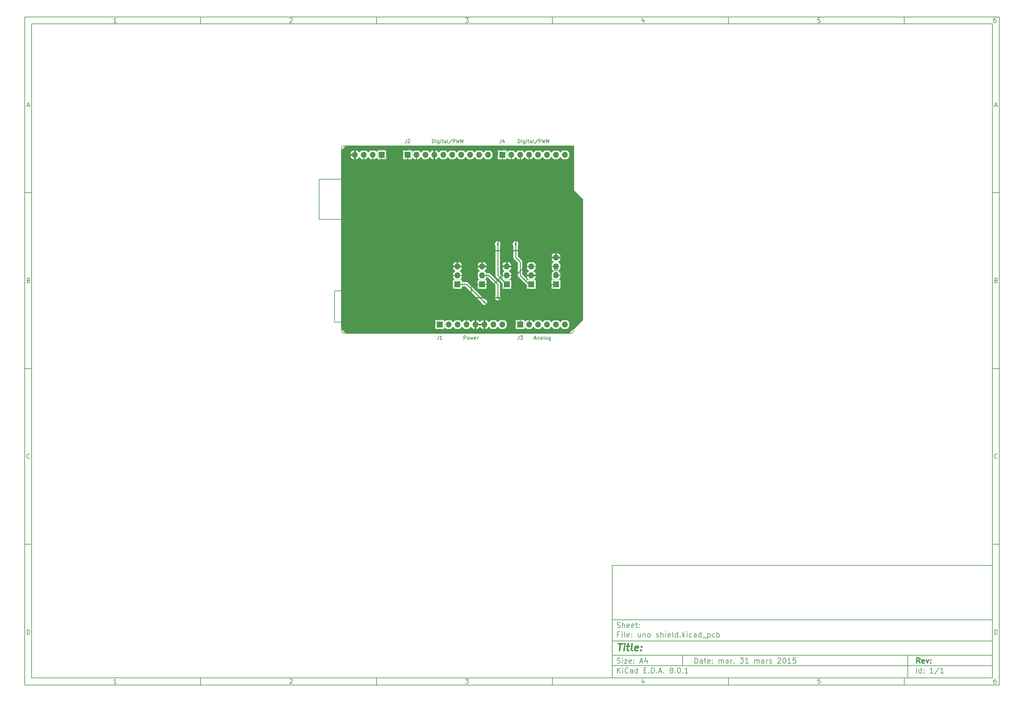
<source format=gbr>
%TF.GenerationSoftware,KiCad,Pcbnew,8.0.1*%
%TF.CreationDate,2024-04-12T23:21:58+05:30*%
%TF.ProjectId,uno shield,756e6f20-7368-4696-956c-642e6b696361,rev?*%
%TF.SameCoordinates,PX5f5e100PY5f5e100*%
%TF.FileFunction,OtherDrawing,Comment*%
%FSLAX46Y46*%
G04 Gerber Fmt 4.6, Leading zero omitted, Abs format (unit mm)*
G04 Created by KiCad (PCBNEW 8.0.1) date 2024-04-12 23:21:58*
%MOMM*%
%LPD*%
G01*
G04 APERTURE LIST*
%ADD10C,0.100000*%
%ADD11C,0.150000*%
%ADD12C,0.300000*%
%ADD13C,0.400000*%
%TA.AperFunction,ComponentPad*%
%ADD14R,1.700000X1.700000*%
%TD*%
%TA.AperFunction,ComponentPad*%
%ADD15O,1.700000X1.700000*%
%TD*%
%TA.AperFunction,ViaPad*%
%ADD16C,0.600000*%
%TD*%
%TA.AperFunction,Conductor*%
%ADD17C,0.250000*%
%TD*%
%ADD18R,1.700000X1.700000*%
%ADD19O,1.700000X1.700000*%
%ADD20C,3.200000*%
%ADD21C,0.350000*%
%ADD22C,0.250000*%
%ADD23C,0.120000*%
%ADD24C,0.050000*%
%TA.AperFunction,Profile*%
%ADD25C,0.150000*%
%TD*%
G04 APERTURE END LIST*
D10*
D11*
X77002200Y-66007200D02*
X185002200Y-66007200D01*
X185002200Y-98007200D01*
X77002200Y-98007200D01*
X77002200Y-66007200D01*
D10*
D11*
X-90000000Y90000000D02*
X187002200Y90000000D01*
X187002200Y-100007200D01*
X-90000000Y-100007200D01*
X-90000000Y90000000D01*
D10*
D11*
X-88000000Y88000000D02*
X185002200Y88000000D01*
X185002200Y-98007200D01*
X-88000000Y-98007200D01*
X-88000000Y88000000D01*
D10*
D11*
X-40000000Y88000000D02*
X-40000000Y90000000D01*
D10*
D11*
X10000000Y88000000D02*
X10000000Y90000000D01*
D10*
D11*
X60000000Y88000000D02*
X60000000Y90000000D01*
D10*
D11*
X110000000Y88000000D02*
X110000000Y90000000D01*
D10*
D11*
X160000000Y88000000D02*
X160000000Y90000000D01*
D10*
D11*
X-63910840Y88406396D02*
X-64653697Y88406396D01*
X-64282269Y88406396D02*
X-64282269Y89706396D01*
X-64282269Y89706396D02*
X-64406078Y89520681D01*
X-64406078Y89520681D02*
X-64529888Y89396872D01*
X-64529888Y89396872D02*
X-64653697Y89334967D01*
D10*
D11*
X-14653697Y89582586D02*
X-14591793Y89644491D01*
X-14591793Y89644491D02*
X-14467983Y89706396D01*
X-14467983Y89706396D02*
X-14158459Y89706396D01*
X-14158459Y89706396D02*
X-14034650Y89644491D01*
X-14034650Y89644491D02*
X-13972745Y89582586D01*
X-13972745Y89582586D02*
X-13910840Y89458777D01*
X-13910840Y89458777D02*
X-13910840Y89334967D01*
X-13910840Y89334967D02*
X-13972745Y89149253D01*
X-13972745Y89149253D02*
X-14715602Y88406396D01*
X-14715602Y88406396D02*
X-13910840Y88406396D01*
D10*
D11*
X35284398Y89706396D02*
X36089160Y89706396D01*
X36089160Y89706396D02*
X35655826Y89211158D01*
X35655826Y89211158D02*
X35841541Y89211158D01*
X35841541Y89211158D02*
X35965350Y89149253D01*
X35965350Y89149253D02*
X36027255Y89087348D01*
X36027255Y89087348D02*
X36089160Y88963539D01*
X36089160Y88963539D02*
X36089160Y88654015D01*
X36089160Y88654015D02*
X36027255Y88530205D01*
X36027255Y88530205D02*
X35965350Y88468300D01*
X35965350Y88468300D02*
X35841541Y88406396D01*
X35841541Y88406396D02*
X35470112Y88406396D01*
X35470112Y88406396D02*
X35346303Y88468300D01*
X35346303Y88468300D02*
X35284398Y88530205D01*
D10*
D11*
X85965350Y89273062D02*
X85965350Y88406396D01*
X85655826Y89768300D02*
X85346303Y88839729D01*
X85346303Y88839729D02*
X86151064Y88839729D01*
D10*
D11*
X136027255Y89706396D02*
X135408207Y89706396D01*
X135408207Y89706396D02*
X135346303Y89087348D01*
X135346303Y89087348D02*
X135408207Y89149253D01*
X135408207Y89149253D02*
X135532017Y89211158D01*
X135532017Y89211158D02*
X135841541Y89211158D01*
X135841541Y89211158D02*
X135965350Y89149253D01*
X135965350Y89149253D02*
X136027255Y89087348D01*
X136027255Y89087348D02*
X136089160Y88963539D01*
X136089160Y88963539D02*
X136089160Y88654015D01*
X136089160Y88654015D02*
X136027255Y88530205D01*
X136027255Y88530205D02*
X135965350Y88468300D01*
X135965350Y88468300D02*
X135841541Y88406396D01*
X135841541Y88406396D02*
X135532017Y88406396D01*
X135532017Y88406396D02*
X135408207Y88468300D01*
X135408207Y88468300D02*
X135346303Y88530205D01*
D10*
D11*
X185965350Y89706396D02*
X185717731Y89706396D01*
X185717731Y89706396D02*
X185593922Y89644491D01*
X185593922Y89644491D02*
X185532017Y89582586D01*
X185532017Y89582586D02*
X185408207Y89396872D01*
X185408207Y89396872D02*
X185346303Y89149253D01*
X185346303Y89149253D02*
X185346303Y88654015D01*
X185346303Y88654015D02*
X185408207Y88530205D01*
X185408207Y88530205D02*
X185470112Y88468300D01*
X185470112Y88468300D02*
X185593922Y88406396D01*
X185593922Y88406396D02*
X185841541Y88406396D01*
X185841541Y88406396D02*
X185965350Y88468300D01*
X185965350Y88468300D02*
X186027255Y88530205D01*
X186027255Y88530205D02*
X186089160Y88654015D01*
X186089160Y88654015D02*
X186089160Y88963539D01*
X186089160Y88963539D02*
X186027255Y89087348D01*
X186027255Y89087348D02*
X185965350Y89149253D01*
X185965350Y89149253D02*
X185841541Y89211158D01*
X185841541Y89211158D02*
X185593922Y89211158D01*
X185593922Y89211158D02*
X185470112Y89149253D01*
X185470112Y89149253D02*
X185408207Y89087348D01*
X185408207Y89087348D02*
X185346303Y88963539D01*
D10*
D11*
X-40000000Y-98007200D02*
X-40000000Y-100007200D01*
D10*
D11*
X10000000Y-98007200D02*
X10000000Y-100007200D01*
D10*
D11*
X60000000Y-98007200D02*
X60000000Y-100007200D01*
D10*
D11*
X110000000Y-98007200D02*
X110000000Y-100007200D01*
D10*
D11*
X160000000Y-98007200D02*
X160000000Y-100007200D01*
D10*
D11*
X-63910840Y-99600804D02*
X-64653697Y-99600804D01*
X-64282269Y-99600804D02*
X-64282269Y-98300804D01*
X-64282269Y-98300804D02*
X-64406078Y-98486519D01*
X-64406078Y-98486519D02*
X-64529888Y-98610328D01*
X-64529888Y-98610328D02*
X-64653697Y-98672233D01*
D10*
D11*
X-14653697Y-98424614D02*
X-14591793Y-98362709D01*
X-14591793Y-98362709D02*
X-14467983Y-98300804D01*
X-14467983Y-98300804D02*
X-14158459Y-98300804D01*
X-14158459Y-98300804D02*
X-14034650Y-98362709D01*
X-14034650Y-98362709D02*
X-13972745Y-98424614D01*
X-13972745Y-98424614D02*
X-13910840Y-98548423D01*
X-13910840Y-98548423D02*
X-13910840Y-98672233D01*
X-13910840Y-98672233D02*
X-13972745Y-98857947D01*
X-13972745Y-98857947D02*
X-14715602Y-99600804D01*
X-14715602Y-99600804D02*
X-13910840Y-99600804D01*
D10*
D11*
X35284398Y-98300804D02*
X36089160Y-98300804D01*
X36089160Y-98300804D02*
X35655826Y-98796042D01*
X35655826Y-98796042D02*
X35841541Y-98796042D01*
X35841541Y-98796042D02*
X35965350Y-98857947D01*
X35965350Y-98857947D02*
X36027255Y-98919852D01*
X36027255Y-98919852D02*
X36089160Y-99043661D01*
X36089160Y-99043661D02*
X36089160Y-99353185D01*
X36089160Y-99353185D02*
X36027255Y-99476995D01*
X36027255Y-99476995D02*
X35965350Y-99538900D01*
X35965350Y-99538900D02*
X35841541Y-99600804D01*
X35841541Y-99600804D02*
X35470112Y-99600804D01*
X35470112Y-99600804D02*
X35346303Y-99538900D01*
X35346303Y-99538900D02*
X35284398Y-99476995D01*
D10*
D11*
X85965350Y-98734138D02*
X85965350Y-99600804D01*
X85655826Y-98238900D02*
X85346303Y-99167471D01*
X85346303Y-99167471D02*
X86151064Y-99167471D01*
D10*
D11*
X136027255Y-98300804D02*
X135408207Y-98300804D01*
X135408207Y-98300804D02*
X135346303Y-98919852D01*
X135346303Y-98919852D02*
X135408207Y-98857947D01*
X135408207Y-98857947D02*
X135532017Y-98796042D01*
X135532017Y-98796042D02*
X135841541Y-98796042D01*
X135841541Y-98796042D02*
X135965350Y-98857947D01*
X135965350Y-98857947D02*
X136027255Y-98919852D01*
X136027255Y-98919852D02*
X136089160Y-99043661D01*
X136089160Y-99043661D02*
X136089160Y-99353185D01*
X136089160Y-99353185D02*
X136027255Y-99476995D01*
X136027255Y-99476995D02*
X135965350Y-99538900D01*
X135965350Y-99538900D02*
X135841541Y-99600804D01*
X135841541Y-99600804D02*
X135532017Y-99600804D01*
X135532017Y-99600804D02*
X135408207Y-99538900D01*
X135408207Y-99538900D02*
X135346303Y-99476995D01*
D10*
D11*
X185965350Y-98300804D02*
X185717731Y-98300804D01*
X185717731Y-98300804D02*
X185593922Y-98362709D01*
X185593922Y-98362709D02*
X185532017Y-98424614D01*
X185532017Y-98424614D02*
X185408207Y-98610328D01*
X185408207Y-98610328D02*
X185346303Y-98857947D01*
X185346303Y-98857947D02*
X185346303Y-99353185D01*
X185346303Y-99353185D02*
X185408207Y-99476995D01*
X185408207Y-99476995D02*
X185470112Y-99538900D01*
X185470112Y-99538900D02*
X185593922Y-99600804D01*
X185593922Y-99600804D02*
X185841541Y-99600804D01*
X185841541Y-99600804D02*
X185965350Y-99538900D01*
X185965350Y-99538900D02*
X186027255Y-99476995D01*
X186027255Y-99476995D02*
X186089160Y-99353185D01*
X186089160Y-99353185D02*
X186089160Y-99043661D01*
X186089160Y-99043661D02*
X186027255Y-98919852D01*
X186027255Y-98919852D02*
X185965350Y-98857947D01*
X185965350Y-98857947D02*
X185841541Y-98796042D01*
X185841541Y-98796042D02*
X185593922Y-98796042D01*
X185593922Y-98796042D02*
X185470112Y-98857947D01*
X185470112Y-98857947D02*
X185408207Y-98919852D01*
X185408207Y-98919852D02*
X185346303Y-99043661D01*
D10*
D11*
X-90000000Y40000000D02*
X-88000000Y40000000D01*
D10*
D11*
X-90000000Y-10000000D02*
X-88000000Y-10000000D01*
D10*
D11*
X-90000000Y-60000000D02*
X-88000000Y-60000000D01*
D10*
D11*
X-89309524Y64777824D02*
X-88690477Y64777824D01*
X-89433334Y64406396D02*
X-89000001Y65706396D01*
X-89000001Y65706396D02*
X-88566667Y64406396D01*
D10*
D11*
X-88907143Y15087348D02*
X-88721429Y15025443D01*
X-88721429Y15025443D02*
X-88659524Y14963539D01*
X-88659524Y14963539D02*
X-88597620Y14839729D01*
X-88597620Y14839729D02*
X-88597620Y14654015D01*
X-88597620Y14654015D02*
X-88659524Y14530205D01*
X-88659524Y14530205D02*
X-88721429Y14468300D01*
X-88721429Y14468300D02*
X-88845239Y14406396D01*
X-88845239Y14406396D02*
X-89340477Y14406396D01*
X-89340477Y14406396D02*
X-89340477Y15706396D01*
X-89340477Y15706396D02*
X-88907143Y15706396D01*
X-88907143Y15706396D02*
X-88783334Y15644491D01*
X-88783334Y15644491D02*
X-88721429Y15582586D01*
X-88721429Y15582586D02*
X-88659524Y15458777D01*
X-88659524Y15458777D02*
X-88659524Y15334967D01*
X-88659524Y15334967D02*
X-88721429Y15211158D01*
X-88721429Y15211158D02*
X-88783334Y15149253D01*
X-88783334Y15149253D02*
X-88907143Y15087348D01*
X-88907143Y15087348D02*
X-89340477Y15087348D01*
D10*
D11*
X-88597620Y-35469795D02*
X-88659524Y-35531700D01*
X-88659524Y-35531700D02*
X-88845239Y-35593604D01*
X-88845239Y-35593604D02*
X-88969048Y-35593604D01*
X-88969048Y-35593604D02*
X-89154762Y-35531700D01*
X-89154762Y-35531700D02*
X-89278572Y-35407890D01*
X-89278572Y-35407890D02*
X-89340477Y-35284080D01*
X-89340477Y-35284080D02*
X-89402381Y-35036461D01*
X-89402381Y-35036461D02*
X-89402381Y-34850747D01*
X-89402381Y-34850747D02*
X-89340477Y-34603128D01*
X-89340477Y-34603128D02*
X-89278572Y-34479319D01*
X-89278572Y-34479319D02*
X-89154762Y-34355509D01*
X-89154762Y-34355509D02*
X-88969048Y-34293604D01*
X-88969048Y-34293604D02*
X-88845239Y-34293604D01*
X-88845239Y-34293604D02*
X-88659524Y-34355509D01*
X-88659524Y-34355509D02*
X-88597620Y-34417414D01*
D10*
D11*
X-89340477Y-85593604D02*
X-89340477Y-84293604D01*
X-89340477Y-84293604D02*
X-89030953Y-84293604D01*
X-89030953Y-84293604D02*
X-88845239Y-84355509D01*
X-88845239Y-84355509D02*
X-88721429Y-84479319D01*
X-88721429Y-84479319D02*
X-88659524Y-84603128D01*
X-88659524Y-84603128D02*
X-88597620Y-84850747D01*
X-88597620Y-84850747D02*
X-88597620Y-85036461D01*
X-88597620Y-85036461D02*
X-88659524Y-85284080D01*
X-88659524Y-85284080D02*
X-88721429Y-85407890D01*
X-88721429Y-85407890D02*
X-88845239Y-85531700D01*
X-88845239Y-85531700D02*
X-89030953Y-85593604D01*
X-89030953Y-85593604D02*
X-89340477Y-85593604D01*
D10*
D11*
X187002200Y40000000D02*
X185002200Y40000000D01*
D10*
D11*
X187002200Y-10000000D02*
X185002200Y-10000000D01*
D10*
D11*
X187002200Y-60000000D02*
X185002200Y-60000000D01*
D10*
D11*
X185692676Y64777824D02*
X186311723Y64777824D01*
X185568866Y64406396D02*
X186002199Y65706396D01*
X186002199Y65706396D02*
X186435533Y64406396D01*
D10*
D11*
X186095057Y15087348D02*
X186280771Y15025443D01*
X186280771Y15025443D02*
X186342676Y14963539D01*
X186342676Y14963539D02*
X186404580Y14839729D01*
X186404580Y14839729D02*
X186404580Y14654015D01*
X186404580Y14654015D02*
X186342676Y14530205D01*
X186342676Y14530205D02*
X186280771Y14468300D01*
X186280771Y14468300D02*
X186156961Y14406396D01*
X186156961Y14406396D02*
X185661723Y14406396D01*
X185661723Y14406396D02*
X185661723Y15706396D01*
X185661723Y15706396D02*
X186095057Y15706396D01*
X186095057Y15706396D02*
X186218866Y15644491D01*
X186218866Y15644491D02*
X186280771Y15582586D01*
X186280771Y15582586D02*
X186342676Y15458777D01*
X186342676Y15458777D02*
X186342676Y15334967D01*
X186342676Y15334967D02*
X186280771Y15211158D01*
X186280771Y15211158D02*
X186218866Y15149253D01*
X186218866Y15149253D02*
X186095057Y15087348D01*
X186095057Y15087348D02*
X185661723Y15087348D01*
D10*
D11*
X186404580Y-35469795D02*
X186342676Y-35531700D01*
X186342676Y-35531700D02*
X186156961Y-35593604D01*
X186156961Y-35593604D02*
X186033152Y-35593604D01*
X186033152Y-35593604D02*
X185847438Y-35531700D01*
X185847438Y-35531700D02*
X185723628Y-35407890D01*
X185723628Y-35407890D02*
X185661723Y-35284080D01*
X185661723Y-35284080D02*
X185599819Y-35036461D01*
X185599819Y-35036461D02*
X185599819Y-34850747D01*
X185599819Y-34850747D02*
X185661723Y-34603128D01*
X185661723Y-34603128D02*
X185723628Y-34479319D01*
X185723628Y-34479319D02*
X185847438Y-34355509D01*
X185847438Y-34355509D02*
X186033152Y-34293604D01*
X186033152Y-34293604D02*
X186156961Y-34293604D01*
X186156961Y-34293604D02*
X186342676Y-34355509D01*
X186342676Y-34355509D02*
X186404580Y-34417414D01*
D10*
D11*
X185661723Y-85593604D02*
X185661723Y-84293604D01*
X185661723Y-84293604D02*
X185971247Y-84293604D01*
X185971247Y-84293604D02*
X186156961Y-84355509D01*
X186156961Y-84355509D02*
X186280771Y-84479319D01*
X186280771Y-84479319D02*
X186342676Y-84603128D01*
X186342676Y-84603128D02*
X186404580Y-84850747D01*
X186404580Y-84850747D02*
X186404580Y-85036461D01*
X186404580Y-85036461D02*
X186342676Y-85284080D01*
X186342676Y-85284080D02*
X186280771Y-85407890D01*
X186280771Y-85407890D02*
X186156961Y-85531700D01*
X186156961Y-85531700D02*
X185971247Y-85593604D01*
X185971247Y-85593604D02*
X185661723Y-85593604D01*
D10*
D11*
X100458026Y-93793328D02*
X100458026Y-92293328D01*
X100458026Y-92293328D02*
X100815169Y-92293328D01*
X100815169Y-92293328D02*
X101029455Y-92364757D01*
X101029455Y-92364757D02*
X101172312Y-92507614D01*
X101172312Y-92507614D02*
X101243741Y-92650471D01*
X101243741Y-92650471D02*
X101315169Y-92936185D01*
X101315169Y-92936185D02*
X101315169Y-93150471D01*
X101315169Y-93150471D02*
X101243741Y-93436185D01*
X101243741Y-93436185D02*
X101172312Y-93579042D01*
X101172312Y-93579042D02*
X101029455Y-93721900D01*
X101029455Y-93721900D02*
X100815169Y-93793328D01*
X100815169Y-93793328D02*
X100458026Y-93793328D01*
X102600884Y-93793328D02*
X102600884Y-93007614D01*
X102600884Y-93007614D02*
X102529455Y-92864757D01*
X102529455Y-92864757D02*
X102386598Y-92793328D01*
X102386598Y-92793328D02*
X102100884Y-92793328D01*
X102100884Y-92793328D02*
X101958026Y-92864757D01*
X102600884Y-93721900D02*
X102458026Y-93793328D01*
X102458026Y-93793328D02*
X102100884Y-93793328D01*
X102100884Y-93793328D02*
X101958026Y-93721900D01*
X101958026Y-93721900D02*
X101886598Y-93579042D01*
X101886598Y-93579042D02*
X101886598Y-93436185D01*
X101886598Y-93436185D02*
X101958026Y-93293328D01*
X101958026Y-93293328D02*
X102100884Y-93221900D01*
X102100884Y-93221900D02*
X102458026Y-93221900D01*
X102458026Y-93221900D02*
X102600884Y-93150471D01*
X103100884Y-92793328D02*
X103672312Y-92793328D01*
X103315169Y-92293328D02*
X103315169Y-93579042D01*
X103315169Y-93579042D02*
X103386598Y-93721900D01*
X103386598Y-93721900D02*
X103529455Y-93793328D01*
X103529455Y-93793328D02*
X103672312Y-93793328D01*
X104743741Y-93721900D02*
X104600884Y-93793328D01*
X104600884Y-93793328D02*
X104315170Y-93793328D01*
X104315170Y-93793328D02*
X104172312Y-93721900D01*
X104172312Y-93721900D02*
X104100884Y-93579042D01*
X104100884Y-93579042D02*
X104100884Y-93007614D01*
X104100884Y-93007614D02*
X104172312Y-92864757D01*
X104172312Y-92864757D02*
X104315170Y-92793328D01*
X104315170Y-92793328D02*
X104600884Y-92793328D01*
X104600884Y-92793328D02*
X104743741Y-92864757D01*
X104743741Y-92864757D02*
X104815170Y-93007614D01*
X104815170Y-93007614D02*
X104815170Y-93150471D01*
X104815170Y-93150471D02*
X104100884Y-93293328D01*
X105458026Y-93650471D02*
X105529455Y-93721900D01*
X105529455Y-93721900D02*
X105458026Y-93793328D01*
X105458026Y-93793328D02*
X105386598Y-93721900D01*
X105386598Y-93721900D02*
X105458026Y-93650471D01*
X105458026Y-93650471D02*
X105458026Y-93793328D01*
X105458026Y-92864757D02*
X105529455Y-92936185D01*
X105529455Y-92936185D02*
X105458026Y-93007614D01*
X105458026Y-93007614D02*
X105386598Y-92936185D01*
X105386598Y-92936185D02*
X105458026Y-92864757D01*
X105458026Y-92864757D02*
X105458026Y-93007614D01*
X107315169Y-93793328D02*
X107315169Y-92793328D01*
X107315169Y-92936185D02*
X107386598Y-92864757D01*
X107386598Y-92864757D02*
X107529455Y-92793328D01*
X107529455Y-92793328D02*
X107743741Y-92793328D01*
X107743741Y-92793328D02*
X107886598Y-92864757D01*
X107886598Y-92864757D02*
X107958027Y-93007614D01*
X107958027Y-93007614D02*
X107958027Y-93793328D01*
X107958027Y-93007614D02*
X108029455Y-92864757D01*
X108029455Y-92864757D02*
X108172312Y-92793328D01*
X108172312Y-92793328D02*
X108386598Y-92793328D01*
X108386598Y-92793328D02*
X108529455Y-92864757D01*
X108529455Y-92864757D02*
X108600884Y-93007614D01*
X108600884Y-93007614D02*
X108600884Y-93793328D01*
X109958027Y-93793328D02*
X109958027Y-93007614D01*
X109958027Y-93007614D02*
X109886598Y-92864757D01*
X109886598Y-92864757D02*
X109743741Y-92793328D01*
X109743741Y-92793328D02*
X109458027Y-92793328D01*
X109458027Y-92793328D02*
X109315169Y-92864757D01*
X109958027Y-93721900D02*
X109815169Y-93793328D01*
X109815169Y-93793328D02*
X109458027Y-93793328D01*
X109458027Y-93793328D02*
X109315169Y-93721900D01*
X109315169Y-93721900D02*
X109243741Y-93579042D01*
X109243741Y-93579042D02*
X109243741Y-93436185D01*
X109243741Y-93436185D02*
X109315169Y-93293328D01*
X109315169Y-93293328D02*
X109458027Y-93221900D01*
X109458027Y-93221900D02*
X109815169Y-93221900D01*
X109815169Y-93221900D02*
X109958027Y-93150471D01*
X110672312Y-93793328D02*
X110672312Y-92793328D01*
X110672312Y-93079042D02*
X110743741Y-92936185D01*
X110743741Y-92936185D02*
X110815170Y-92864757D01*
X110815170Y-92864757D02*
X110958027Y-92793328D01*
X110958027Y-92793328D02*
X111100884Y-92793328D01*
X111600883Y-93650471D02*
X111672312Y-93721900D01*
X111672312Y-93721900D02*
X111600883Y-93793328D01*
X111600883Y-93793328D02*
X111529455Y-93721900D01*
X111529455Y-93721900D02*
X111600883Y-93650471D01*
X111600883Y-93650471D02*
X111600883Y-93793328D01*
X113315169Y-92293328D02*
X114243741Y-92293328D01*
X114243741Y-92293328D02*
X113743741Y-92864757D01*
X113743741Y-92864757D02*
X113958026Y-92864757D01*
X113958026Y-92864757D02*
X114100884Y-92936185D01*
X114100884Y-92936185D02*
X114172312Y-93007614D01*
X114172312Y-93007614D02*
X114243741Y-93150471D01*
X114243741Y-93150471D02*
X114243741Y-93507614D01*
X114243741Y-93507614D02*
X114172312Y-93650471D01*
X114172312Y-93650471D02*
X114100884Y-93721900D01*
X114100884Y-93721900D02*
X113958026Y-93793328D01*
X113958026Y-93793328D02*
X113529455Y-93793328D01*
X113529455Y-93793328D02*
X113386598Y-93721900D01*
X113386598Y-93721900D02*
X113315169Y-93650471D01*
X115672312Y-93793328D02*
X114815169Y-93793328D01*
X115243740Y-93793328D02*
X115243740Y-92293328D01*
X115243740Y-92293328D02*
X115100883Y-92507614D01*
X115100883Y-92507614D02*
X114958026Y-92650471D01*
X114958026Y-92650471D02*
X114815169Y-92721900D01*
X117458025Y-93793328D02*
X117458025Y-92793328D01*
X117458025Y-92936185D02*
X117529454Y-92864757D01*
X117529454Y-92864757D02*
X117672311Y-92793328D01*
X117672311Y-92793328D02*
X117886597Y-92793328D01*
X117886597Y-92793328D02*
X118029454Y-92864757D01*
X118029454Y-92864757D02*
X118100883Y-93007614D01*
X118100883Y-93007614D02*
X118100883Y-93793328D01*
X118100883Y-93007614D02*
X118172311Y-92864757D01*
X118172311Y-92864757D02*
X118315168Y-92793328D01*
X118315168Y-92793328D02*
X118529454Y-92793328D01*
X118529454Y-92793328D02*
X118672311Y-92864757D01*
X118672311Y-92864757D02*
X118743740Y-93007614D01*
X118743740Y-93007614D02*
X118743740Y-93793328D01*
X120100883Y-93793328D02*
X120100883Y-93007614D01*
X120100883Y-93007614D02*
X120029454Y-92864757D01*
X120029454Y-92864757D02*
X119886597Y-92793328D01*
X119886597Y-92793328D02*
X119600883Y-92793328D01*
X119600883Y-92793328D02*
X119458025Y-92864757D01*
X120100883Y-93721900D02*
X119958025Y-93793328D01*
X119958025Y-93793328D02*
X119600883Y-93793328D01*
X119600883Y-93793328D02*
X119458025Y-93721900D01*
X119458025Y-93721900D02*
X119386597Y-93579042D01*
X119386597Y-93579042D02*
X119386597Y-93436185D01*
X119386597Y-93436185D02*
X119458025Y-93293328D01*
X119458025Y-93293328D02*
X119600883Y-93221900D01*
X119600883Y-93221900D02*
X119958025Y-93221900D01*
X119958025Y-93221900D02*
X120100883Y-93150471D01*
X120815168Y-93793328D02*
X120815168Y-92793328D01*
X120815168Y-93079042D02*
X120886597Y-92936185D01*
X120886597Y-92936185D02*
X120958026Y-92864757D01*
X120958026Y-92864757D02*
X121100883Y-92793328D01*
X121100883Y-92793328D02*
X121243740Y-92793328D01*
X121672311Y-93721900D02*
X121815168Y-93793328D01*
X121815168Y-93793328D02*
X122100882Y-93793328D01*
X122100882Y-93793328D02*
X122243739Y-93721900D01*
X122243739Y-93721900D02*
X122315168Y-93579042D01*
X122315168Y-93579042D02*
X122315168Y-93507614D01*
X122315168Y-93507614D02*
X122243739Y-93364757D01*
X122243739Y-93364757D02*
X122100882Y-93293328D01*
X122100882Y-93293328D02*
X121886597Y-93293328D01*
X121886597Y-93293328D02*
X121743739Y-93221900D01*
X121743739Y-93221900D02*
X121672311Y-93079042D01*
X121672311Y-93079042D02*
X121672311Y-93007614D01*
X121672311Y-93007614D02*
X121743739Y-92864757D01*
X121743739Y-92864757D02*
X121886597Y-92793328D01*
X121886597Y-92793328D02*
X122100882Y-92793328D01*
X122100882Y-92793328D02*
X122243739Y-92864757D01*
X124029454Y-92436185D02*
X124100882Y-92364757D01*
X124100882Y-92364757D02*
X124243740Y-92293328D01*
X124243740Y-92293328D02*
X124600882Y-92293328D01*
X124600882Y-92293328D02*
X124743740Y-92364757D01*
X124743740Y-92364757D02*
X124815168Y-92436185D01*
X124815168Y-92436185D02*
X124886597Y-92579042D01*
X124886597Y-92579042D02*
X124886597Y-92721900D01*
X124886597Y-92721900D02*
X124815168Y-92936185D01*
X124815168Y-92936185D02*
X123958025Y-93793328D01*
X123958025Y-93793328D02*
X124886597Y-93793328D01*
X125815168Y-92293328D02*
X125958025Y-92293328D01*
X125958025Y-92293328D02*
X126100882Y-92364757D01*
X126100882Y-92364757D02*
X126172311Y-92436185D01*
X126172311Y-92436185D02*
X126243739Y-92579042D01*
X126243739Y-92579042D02*
X126315168Y-92864757D01*
X126315168Y-92864757D02*
X126315168Y-93221900D01*
X126315168Y-93221900D02*
X126243739Y-93507614D01*
X126243739Y-93507614D02*
X126172311Y-93650471D01*
X126172311Y-93650471D02*
X126100882Y-93721900D01*
X126100882Y-93721900D02*
X125958025Y-93793328D01*
X125958025Y-93793328D02*
X125815168Y-93793328D01*
X125815168Y-93793328D02*
X125672311Y-93721900D01*
X125672311Y-93721900D02*
X125600882Y-93650471D01*
X125600882Y-93650471D02*
X125529453Y-93507614D01*
X125529453Y-93507614D02*
X125458025Y-93221900D01*
X125458025Y-93221900D02*
X125458025Y-92864757D01*
X125458025Y-92864757D02*
X125529453Y-92579042D01*
X125529453Y-92579042D02*
X125600882Y-92436185D01*
X125600882Y-92436185D02*
X125672311Y-92364757D01*
X125672311Y-92364757D02*
X125815168Y-92293328D01*
X127743739Y-93793328D02*
X126886596Y-93793328D01*
X127315167Y-93793328D02*
X127315167Y-92293328D01*
X127315167Y-92293328D02*
X127172310Y-92507614D01*
X127172310Y-92507614D02*
X127029453Y-92650471D01*
X127029453Y-92650471D02*
X126886596Y-92721900D01*
X129100881Y-92293328D02*
X128386595Y-92293328D01*
X128386595Y-92293328D02*
X128315167Y-93007614D01*
X128315167Y-93007614D02*
X128386595Y-92936185D01*
X128386595Y-92936185D02*
X128529453Y-92864757D01*
X128529453Y-92864757D02*
X128886595Y-92864757D01*
X128886595Y-92864757D02*
X129029453Y-92936185D01*
X129029453Y-92936185D02*
X129100881Y-93007614D01*
X129100881Y-93007614D02*
X129172310Y-93150471D01*
X129172310Y-93150471D02*
X129172310Y-93507614D01*
X129172310Y-93507614D02*
X129100881Y-93650471D01*
X129100881Y-93650471D02*
X129029453Y-93721900D01*
X129029453Y-93721900D02*
X128886595Y-93793328D01*
X128886595Y-93793328D02*
X128529453Y-93793328D01*
X128529453Y-93793328D02*
X128386595Y-93721900D01*
X128386595Y-93721900D02*
X128315167Y-93650471D01*
D10*
D11*
X77002200Y-94507200D02*
X185002200Y-94507200D01*
D10*
D11*
X78458026Y-96593328D02*
X78458026Y-95093328D01*
X79315169Y-96593328D02*
X78672312Y-95736185D01*
X79315169Y-95093328D02*
X78458026Y-95950471D01*
X79958026Y-96593328D02*
X79958026Y-95593328D01*
X79958026Y-95093328D02*
X79886598Y-95164757D01*
X79886598Y-95164757D02*
X79958026Y-95236185D01*
X79958026Y-95236185D02*
X80029455Y-95164757D01*
X80029455Y-95164757D02*
X79958026Y-95093328D01*
X79958026Y-95093328D02*
X79958026Y-95236185D01*
X81529455Y-96450471D02*
X81458027Y-96521900D01*
X81458027Y-96521900D02*
X81243741Y-96593328D01*
X81243741Y-96593328D02*
X81100884Y-96593328D01*
X81100884Y-96593328D02*
X80886598Y-96521900D01*
X80886598Y-96521900D02*
X80743741Y-96379042D01*
X80743741Y-96379042D02*
X80672312Y-96236185D01*
X80672312Y-96236185D02*
X80600884Y-95950471D01*
X80600884Y-95950471D02*
X80600884Y-95736185D01*
X80600884Y-95736185D02*
X80672312Y-95450471D01*
X80672312Y-95450471D02*
X80743741Y-95307614D01*
X80743741Y-95307614D02*
X80886598Y-95164757D01*
X80886598Y-95164757D02*
X81100884Y-95093328D01*
X81100884Y-95093328D02*
X81243741Y-95093328D01*
X81243741Y-95093328D02*
X81458027Y-95164757D01*
X81458027Y-95164757D02*
X81529455Y-95236185D01*
X82815170Y-96593328D02*
X82815170Y-95807614D01*
X82815170Y-95807614D02*
X82743741Y-95664757D01*
X82743741Y-95664757D02*
X82600884Y-95593328D01*
X82600884Y-95593328D02*
X82315170Y-95593328D01*
X82315170Y-95593328D02*
X82172312Y-95664757D01*
X82815170Y-96521900D02*
X82672312Y-96593328D01*
X82672312Y-96593328D02*
X82315170Y-96593328D01*
X82315170Y-96593328D02*
X82172312Y-96521900D01*
X82172312Y-96521900D02*
X82100884Y-96379042D01*
X82100884Y-96379042D02*
X82100884Y-96236185D01*
X82100884Y-96236185D02*
X82172312Y-96093328D01*
X82172312Y-96093328D02*
X82315170Y-96021900D01*
X82315170Y-96021900D02*
X82672312Y-96021900D01*
X82672312Y-96021900D02*
X82815170Y-95950471D01*
X84172313Y-96593328D02*
X84172313Y-95093328D01*
X84172313Y-96521900D02*
X84029455Y-96593328D01*
X84029455Y-96593328D02*
X83743741Y-96593328D01*
X83743741Y-96593328D02*
X83600884Y-96521900D01*
X83600884Y-96521900D02*
X83529455Y-96450471D01*
X83529455Y-96450471D02*
X83458027Y-96307614D01*
X83458027Y-96307614D02*
X83458027Y-95879042D01*
X83458027Y-95879042D02*
X83529455Y-95736185D01*
X83529455Y-95736185D02*
X83600884Y-95664757D01*
X83600884Y-95664757D02*
X83743741Y-95593328D01*
X83743741Y-95593328D02*
X84029455Y-95593328D01*
X84029455Y-95593328D02*
X84172313Y-95664757D01*
X86029455Y-95807614D02*
X86529455Y-95807614D01*
X86743741Y-96593328D02*
X86029455Y-96593328D01*
X86029455Y-96593328D02*
X86029455Y-95093328D01*
X86029455Y-95093328D02*
X86743741Y-95093328D01*
X87386598Y-96450471D02*
X87458027Y-96521900D01*
X87458027Y-96521900D02*
X87386598Y-96593328D01*
X87386598Y-96593328D02*
X87315170Y-96521900D01*
X87315170Y-96521900D02*
X87386598Y-96450471D01*
X87386598Y-96450471D02*
X87386598Y-96593328D01*
X88100884Y-96593328D02*
X88100884Y-95093328D01*
X88100884Y-95093328D02*
X88458027Y-95093328D01*
X88458027Y-95093328D02*
X88672313Y-95164757D01*
X88672313Y-95164757D02*
X88815170Y-95307614D01*
X88815170Y-95307614D02*
X88886599Y-95450471D01*
X88886599Y-95450471D02*
X88958027Y-95736185D01*
X88958027Y-95736185D02*
X88958027Y-95950471D01*
X88958027Y-95950471D02*
X88886599Y-96236185D01*
X88886599Y-96236185D02*
X88815170Y-96379042D01*
X88815170Y-96379042D02*
X88672313Y-96521900D01*
X88672313Y-96521900D02*
X88458027Y-96593328D01*
X88458027Y-96593328D02*
X88100884Y-96593328D01*
X89600884Y-96450471D02*
X89672313Y-96521900D01*
X89672313Y-96521900D02*
X89600884Y-96593328D01*
X89600884Y-96593328D02*
X89529456Y-96521900D01*
X89529456Y-96521900D02*
X89600884Y-96450471D01*
X89600884Y-96450471D02*
X89600884Y-96593328D01*
X90243742Y-96164757D02*
X90958028Y-96164757D01*
X90100885Y-96593328D02*
X90600885Y-95093328D01*
X90600885Y-95093328D02*
X91100885Y-96593328D01*
X91600884Y-96450471D02*
X91672313Y-96521900D01*
X91672313Y-96521900D02*
X91600884Y-96593328D01*
X91600884Y-96593328D02*
X91529456Y-96521900D01*
X91529456Y-96521900D02*
X91600884Y-96450471D01*
X91600884Y-96450471D02*
X91600884Y-96593328D01*
X93672313Y-95736185D02*
X93529456Y-95664757D01*
X93529456Y-95664757D02*
X93458027Y-95593328D01*
X93458027Y-95593328D02*
X93386599Y-95450471D01*
X93386599Y-95450471D02*
X93386599Y-95379042D01*
X93386599Y-95379042D02*
X93458027Y-95236185D01*
X93458027Y-95236185D02*
X93529456Y-95164757D01*
X93529456Y-95164757D02*
X93672313Y-95093328D01*
X93672313Y-95093328D02*
X93958027Y-95093328D01*
X93958027Y-95093328D02*
X94100885Y-95164757D01*
X94100885Y-95164757D02*
X94172313Y-95236185D01*
X94172313Y-95236185D02*
X94243742Y-95379042D01*
X94243742Y-95379042D02*
X94243742Y-95450471D01*
X94243742Y-95450471D02*
X94172313Y-95593328D01*
X94172313Y-95593328D02*
X94100885Y-95664757D01*
X94100885Y-95664757D02*
X93958027Y-95736185D01*
X93958027Y-95736185D02*
X93672313Y-95736185D01*
X93672313Y-95736185D02*
X93529456Y-95807614D01*
X93529456Y-95807614D02*
X93458027Y-95879042D01*
X93458027Y-95879042D02*
X93386599Y-96021900D01*
X93386599Y-96021900D02*
X93386599Y-96307614D01*
X93386599Y-96307614D02*
X93458027Y-96450471D01*
X93458027Y-96450471D02*
X93529456Y-96521900D01*
X93529456Y-96521900D02*
X93672313Y-96593328D01*
X93672313Y-96593328D02*
X93958027Y-96593328D01*
X93958027Y-96593328D02*
X94100885Y-96521900D01*
X94100885Y-96521900D02*
X94172313Y-96450471D01*
X94172313Y-96450471D02*
X94243742Y-96307614D01*
X94243742Y-96307614D02*
X94243742Y-96021900D01*
X94243742Y-96021900D02*
X94172313Y-95879042D01*
X94172313Y-95879042D02*
X94100885Y-95807614D01*
X94100885Y-95807614D02*
X93958027Y-95736185D01*
X94886598Y-96450471D02*
X94958027Y-96521900D01*
X94958027Y-96521900D02*
X94886598Y-96593328D01*
X94886598Y-96593328D02*
X94815170Y-96521900D01*
X94815170Y-96521900D02*
X94886598Y-96450471D01*
X94886598Y-96450471D02*
X94886598Y-96593328D01*
X95886599Y-95093328D02*
X96029456Y-95093328D01*
X96029456Y-95093328D02*
X96172313Y-95164757D01*
X96172313Y-95164757D02*
X96243742Y-95236185D01*
X96243742Y-95236185D02*
X96315170Y-95379042D01*
X96315170Y-95379042D02*
X96386599Y-95664757D01*
X96386599Y-95664757D02*
X96386599Y-96021900D01*
X96386599Y-96021900D02*
X96315170Y-96307614D01*
X96315170Y-96307614D02*
X96243742Y-96450471D01*
X96243742Y-96450471D02*
X96172313Y-96521900D01*
X96172313Y-96521900D02*
X96029456Y-96593328D01*
X96029456Y-96593328D02*
X95886599Y-96593328D01*
X95886599Y-96593328D02*
X95743742Y-96521900D01*
X95743742Y-96521900D02*
X95672313Y-96450471D01*
X95672313Y-96450471D02*
X95600884Y-96307614D01*
X95600884Y-96307614D02*
X95529456Y-96021900D01*
X95529456Y-96021900D02*
X95529456Y-95664757D01*
X95529456Y-95664757D02*
X95600884Y-95379042D01*
X95600884Y-95379042D02*
X95672313Y-95236185D01*
X95672313Y-95236185D02*
X95743742Y-95164757D01*
X95743742Y-95164757D02*
X95886599Y-95093328D01*
X97029455Y-96450471D02*
X97100884Y-96521900D01*
X97100884Y-96521900D02*
X97029455Y-96593328D01*
X97029455Y-96593328D02*
X96958027Y-96521900D01*
X96958027Y-96521900D02*
X97029455Y-96450471D01*
X97029455Y-96450471D02*
X97029455Y-96593328D01*
X98529456Y-96593328D02*
X97672313Y-96593328D01*
X98100884Y-96593328D02*
X98100884Y-95093328D01*
X98100884Y-95093328D02*
X97958027Y-95307614D01*
X97958027Y-95307614D02*
X97815170Y-95450471D01*
X97815170Y-95450471D02*
X97672313Y-95521900D01*
D10*
D11*
X77002200Y-91507200D02*
X185002200Y-91507200D01*
D10*
D12*
X164413853Y-93785528D02*
X163913853Y-93071242D01*
X163556710Y-93785528D02*
X163556710Y-92285528D01*
X163556710Y-92285528D02*
X164128139Y-92285528D01*
X164128139Y-92285528D02*
X164270996Y-92356957D01*
X164270996Y-92356957D02*
X164342425Y-92428385D01*
X164342425Y-92428385D02*
X164413853Y-92571242D01*
X164413853Y-92571242D02*
X164413853Y-92785528D01*
X164413853Y-92785528D02*
X164342425Y-92928385D01*
X164342425Y-92928385D02*
X164270996Y-92999814D01*
X164270996Y-92999814D02*
X164128139Y-93071242D01*
X164128139Y-93071242D02*
X163556710Y-93071242D01*
X165628139Y-93714100D02*
X165485282Y-93785528D01*
X165485282Y-93785528D02*
X165199568Y-93785528D01*
X165199568Y-93785528D02*
X165056710Y-93714100D01*
X165056710Y-93714100D02*
X164985282Y-93571242D01*
X164985282Y-93571242D02*
X164985282Y-92999814D01*
X164985282Y-92999814D02*
X165056710Y-92856957D01*
X165056710Y-92856957D02*
X165199568Y-92785528D01*
X165199568Y-92785528D02*
X165485282Y-92785528D01*
X165485282Y-92785528D02*
X165628139Y-92856957D01*
X165628139Y-92856957D02*
X165699568Y-92999814D01*
X165699568Y-92999814D02*
X165699568Y-93142671D01*
X165699568Y-93142671D02*
X164985282Y-93285528D01*
X166199567Y-92785528D02*
X166556710Y-93785528D01*
X166556710Y-93785528D02*
X166913853Y-92785528D01*
X167485281Y-93642671D02*
X167556710Y-93714100D01*
X167556710Y-93714100D02*
X167485281Y-93785528D01*
X167485281Y-93785528D02*
X167413853Y-93714100D01*
X167413853Y-93714100D02*
X167485281Y-93642671D01*
X167485281Y-93642671D02*
X167485281Y-93785528D01*
X167485281Y-92856957D02*
X167556710Y-92928385D01*
X167556710Y-92928385D02*
X167485281Y-92999814D01*
X167485281Y-92999814D02*
X167413853Y-92928385D01*
X167413853Y-92928385D02*
X167485281Y-92856957D01*
X167485281Y-92856957D02*
X167485281Y-92999814D01*
D10*
D11*
X78386598Y-93721900D02*
X78600884Y-93793328D01*
X78600884Y-93793328D02*
X78958026Y-93793328D01*
X78958026Y-93793328D02*
X79100884Y-93721900D01*
X79100884Y-93721900D02*
X79172312Y-93650471D01*
X79172312Y-93650471D02*
X79243741Y-93507614D01*
X79243741Y-93507614D02*
X79243741Y-93364757D01*
X79243741Y-93364757D02*
X79172312Y-93221900D01*
X79172312Y-93221900D02*
X79100884Y-93150471D01*
X79100884Y-93150471D02*
X78958026Y-93079042D01*
X78958026Y-93079042D02*
X78672312Y-93007614D01*
X78672312Y-93007614D02*
X78529455Y-92936185D01*
X78529455Y-92936185D02*
X78458026Y-92864757D01*
X78458026Y-92864757D02*
X78386598Y-92721900D01*
X78386598Y-92721900D02*
X78386598Y-92579042D01*
X78386598Y-92579042D02*
X78458026Y-92436185D01*
X78458026Y-92436185D02*
X78529455Y-92364757D01*
X78529455Y-92364757D02*
X78672312Y-92293328D01*
X78672312Y-92293328D02*
X79029455Y-92293328D01*
X79029455Y-92293328D02*
X79243741Y-92364757D01*
X79886597Y-93793328D02*
X79886597Y-92793328D01*
X79886597Y-92293328D02*
X79815169Y-92364757D01*
X79815169Y-92364757D02*
X79886597Y-92436185D01*
X79886597Y-92436185D02*
X79958026Y-92364757D01*
X79958026Y-92364757D02*
X79886597Y-92293328D01*
X79886597Y-92293328D02*
X79886597Y-92436185D01*
X80458026Y-92793328D02*
X81243741Y-92793328D01*
X81243741Y-92793328D02*
X80458026Y-93793328D01*
X80458026Y-93793328D02*
X81243741Y-93793328D01*
X82386598Y-93721900D02*
X82243741Y-93793328D01*
X82243741Y-93793328D02*
X81958027Y-93793328D01*
X81958027Y-93793328D02*
X81815169Y-93721900D01*
X81815169Y-93721900D02*
X81743741Y-93579042D01*
X81743741Y-93579042D02*
X81743741Y-93007614D01*
X81743741Y-93007614D02*
X81815169Y-92864757D01*
X81815169Y-92864757D02*
X81958027Y-92793328D01*
X81958027Y-92793328D02*
X82243741Y-92793328D01*
X82243741Y-92793328D02*
X82386598Y-92864757D01*
X82386598Y-92864757D02*
X82458027Y-93007614D01*
X82458027Y-93007614D02*
X82458027Y-93150471D01*
X82458027Y-93150471D02*
X81743741Y-93293328D01*
X83100883Y-93650471D02*
X83172312Y-93721900D01*
X83172312Y-93721900D02*
X83100883Y-93793328D01*
X83100883Y-93793328D02*
X83029455Y-93721900D01*
X83029455Y-93721900D02*
X83100883Y-93650471D01*
X83100883Y-93650471D02*
X83100883Y-93793328D01*
X83100883Y-92864757D02*
X83172312Y-92936185D01*
X83172312Y-92936185D02*
X83100883Y-93007614D01*
X83100883Y-93007614D02*
X83029455Y-92936185D01*
X83029455Y-92936185D02*
X83100883Y-92864757D01*
X83100883Y-92864757D02*
X83100883Y-93007614D01*
X84886598Y-93364757D02*
X85600884Y-93364757D01*
X84743741Y-93793328D02*
X85243741Y-92293328D01*
X85243741Y-92293328D02*
X85743741Y-93793328D01*
X86886598Y-92793328D02*
X86886598Y-93793328D01*
X86529455Y-92221900D02*
X86172312Y-93293328D01*
X86172312Y-93293328D02*
X87100883Y-93293328D01*
D10*
D11*
X163458026Y-96593328D02*
X163458026Y-95093328D01*
X164815170Y-96593328D02*
X164815170Y-95093328D01*
X164815170Y-96521900D02*
X164672312Y-96593328D01*
X164672312Y-96593328D02*
X164386598Y-96593328D01*
X164386598Y-96593328D02*
X164243741Y-96521900D01*
X164243741Y-96521900D02*
X164172312Y-96450471D01*
X164172312Y-96450471D02*
X164100884Y-96307614D01*
X164100884Y-96307614D02*
X164100884Y-95879042D01*
X164100884Y-95879042D02*
X164172312Y-95736185D01*
X164172312Y-95736185D02*
X164243741Y-95664757D01*
X164243741Y-95664757D02*
X164386598Y-95593328D01*
X164386598Y-95593328D02*
X164672312Y-95593328D01*
X164672312Y-95593328D02*
X164815170Y-95664757D01*
X165529455Y-96450471D02*
X165600884Y-96521900D01*
X165600884Y-96521900D02*
X165529455Y-96593328D01*
X165529455Y-96593328D02*
X165458027Y-96521900D01*
X165458027Y-96521900D02*
X165529455Y-96450471D01*
X165529455Y-96450471D02*
X165529455Y-96593328D01*
X165529455Y-95664757D02*
X165600884Y-95736185D01*
X165600884Y-95736185D02*
X165529455Y-95807614D01*
X165529455Y-95807614D02*
X165458027Y-95736185D01*
X165458027Y-95736185D02*
X165529455Y-95664757D01*
X165529455Y-95664757D02*
X165529455Y-95807614D01*
X168172313Y-96593328D02*
X167315170Y-96593328D01*
X167743741Y-96593328D02*
X167743741Y-95093328D01*
X167743741Y-95093328D02*
X167600884Y-95307614D01*
X167600884Y-95307614D02*
X167458027Y-95450471D01*
X167458027Y-95450471D02*
X167315170Y-95521900D01*
X169886598Y-95021900D02*
X168600884Y-96950471D01*
X171172313Y-96593328D02*
X170315170Y-96593328D01*
X170743741Y-96593328D02*
X170743741Y-95093328D01*
X170743741Y-95093328D02*
X170600884Y-95307614D01*
X170600884Y-95307614D02*
X170458027Y-95450471D01*
X170458027Y-95450471D02*
X170315170Y-95521900D01*
D10*
D11*
X77002200Y-87507200D02*
X185002200Y-87507200D01*
D10*
D13*
X78693928Y-88211638D02*
X79836785Y-88211638D01*
X79015357Y-90211638D02*
X79265357Y-88211638D01*
X80253452Y-90211638D02*
X80420119Y-88878304D01*
X80503452Y-88211638D02*
X80396309Y-88306876D01*
X80396309Y-88306876D02*
X80479643Y-88402114D01*
X80479643Y-88402114D02*
X80586786Y-88306876D01*
X80586786Y-88306876D02*
X80503452Y-88211638D01*
X80503452Y-88211638D02*
X80479643Y-88402114D01*
X81086786Y-88878304D02*
X81848690Y-88878304D01*
X81455833Y-88211638D02*
X81241548Y-89925923D01*
X81241548Y-89925923D02*
X81312976Y-90116400D01*
X81312976Y-90116400D02*
X81491548Y-90211638D01*
X81491548Y-90211638D02*
X81682024Y-90211638D01*
X82634405Y-90211638D02*
X82455833Y-90116400D01*
X82455833Y-90116400D02*
X82384405Y-89925923D01*
X82384405Y-89925923D02*
X82598690Y-88211638D01*
X84170119Y-90116400D02*
X83967738Y-90211638D01*
X83967738Y-90211638D02*
X83586785Y-90211638D01*
X83586785Y-90211638D02*
X83408214Y-90116400D01*
X83408214Y-90116400D02*
X83336785Y-89925923D01*
X83336785Y-89925923D02*
X83432024Y-89164019D01*
X83432024Y-89164019D02*
X83551071Y-88973542D01*
X83551071Y-88973542D02*
X83753452Y-88878304D01*
X83753452Y-88878304D02*
X84134404Y-88878304D01*
X84134404Y-88878304D02*
X84312976Y-88973542D01*
X84312976Y-88973542D02*
X84384404Y-89164019D01*
X84384404Y-89164019D02*
X84360595Y-89354495D01*
X84360595Y-89354495D02*
X83384404Y-89544971D01*
X85134405Y-90021161D02*
X85217738Y-90116400D01*
X85217738Y-90116400D02*
X85110595Y-90211638D01*
X85110595Y-90211638D02*
X85027262Y-90116400D01*
X85027262Y-90116400D02*
X85134405Y-90021161D01*
X85134405Y-90021161D02*
X85110595Y-90211638D01*
X85265357Y-88973542D02*
X85348690Y-89068780D01*
X85348690Y-89068780D02*
X85241548Y-89164019D01*
X85241548Y-89164019D02*
X85158214Y-89068780D01*
X85158214Y-89068780D02*
X85265357Y-88973542D01*
X85265357Y-88973542D02*
X85241548Y-89164019D01*
D10*
D11*
X78958026Y-85607614D02*
X78458026Y-85607614D01*
X78458026Y-86393328D02*
X78458026Y-84893328D01*
X78458026Y-84893328D02*
X79172312Y-84893328D01*
X79743740Y-86393328D02*
X79743740Y-85393328D01*
X79743740Y-84893328D02*
X79672312Y-84964757D01*
X79672312Y-84964757D02*
X79743740Y-85036185D01*
X79743740Y-85036185D02*
X79815169Y-84964757D01*
X79815169Y-84964757D02*
X79743740Y-84893328D01*
X79743740Y-84893328D02*
X79743740Y-85036185D01*
X80672312Y-86393328D02*
X80529455Y-86321900D01*
X80529455Y-86321900D02*
X80458026Y-86179042D01*
X80458026Y-86179042D02*
X80458026Y-84893328D01*
X81815169Y-86321900D02*
X81672312Y-86393328D01*
X81672312Y-86393328D02*
X81386598Y-86393328D01*
X81386598Y-86393328D02*
X81243740Y-86321900D01*
X81243740Y-86321900D02*
X81172312Y-86179042D01*
X81172312Y-86179042D02*
X81172312Y-85607614D01*
X81172312Y-85607614D02*
X81243740Y-85464757D01*
X81243740Y-85464757D02*
X81386598Y-85393328D01*
X81386598Y-85393328D02*
X81672312Y-85393328D01*
X81672312Y-85393328D02*
X81815169Y-85464757D01*
X81815169Y-85464757D02*
X81886598Y-85607614D01*
X81886598Y-85607614D02*
X81886598Y-85750471D01*
X81886598Y-85750471D02*
X81172312Y-85893328D01*
X82529454Y-86250471D02*
X82600883Y-86321900D01*
X82600883Y-86321900D02*
X82529454Y-86393328D01*
X82529454Y-86393328D02*
X82458026Y-86321900D01*
X82458026Y-86321900D02*
X82529454Y-86250471D01*
X82529454Y-86250471D02*
X82529454Y-86393328D01*
X82529454Y-85464757D02*
X82600883Y-85536185D01*
X82600883Y-85536185D02*
X82529454Y-85607614D01*
X82529454Y-85607614D02*
X82458026Y-85536185D01*
X82458026Y-85536185D02*
X82529454Y-85464757D01*
X82529454Y-85464757D02*
X82529454Y-85607614D01*
X85029455Y-85393328D02*
X85029455Y-86393328D01*
X84386597Y-85393328D02*
X84386597Y-86179042D01*
X84386597Y-86179042D02*
X84458026Y-86321900D01*
X84458026Y-86321900D02*
X84600883Y-86393328D01*
X84600883Y-86393328D02*
X84815169Y-86393328D01*
X84815169Y-86393328D02*
X84958026Y-86321900D01*
X84958026Y-86321900D02*
X85029455Y-86250471D01*
X85743740Y-85393328D02*
X85743740Y-86393328D01*
X85743740Y-85536185D02*
X85815169Y-85464757D01*
X85815169Y-85464757D02*
X85958026Y-85393328D01*
X85958026Y-85393328D02*
X86172312Y-85393328D01*
X86172312Y-85393328D02*
X86315169Y-85464757D01*
X86315169Y-85464757D02*
X86386598Y-85607614D01*
X86386598Y-85607614D02*
X86386598Y-86393328D01*
X87315169Y-86393328D02*
X87172312Y-86321900D01*
X87172312Y-86321900D02*
X87100883Y-86250471D01*
X87100883Y-86250471D02*
X87029455Y-86107614D01*
X87029455Y-86107614D02*
X87029455Y-85679042D01*
X87029455Y-85679042D02*
X87100883Y-85536185D01*
X87100883Y-85536185D02*
X87172312Y-85464757D01*
X87172312Y-85464757D02*
X87315169Y-85393328D01*
X87315169Y-85393328D02*
X87529455Y-85393328D01*
X87529455Y-85393328D02*
X87672312Y-85464757D01*
X87672312Y-85464757D02*
X87743741Y-85536185D01*
X87743741Y-85536185D02*
X87815169Y-85679042D01*
X87815169Y-85679042D02*
X87815169Y-86107614D01*
X87815169Y-86107614D02*
X87743741Y-86250471D01*
X87743741Y-86250471D02*
X87672312Y-86321900D01*
X87672312Y-86321900D02*
X87529455Y-86393328D01*
X87529455Y-86393328D02*
X87315169Y-86393328D01*
X89529455Y-86321900D02*
X89672312Y-86393328D01*
X89672312Y-86393328D02*
X89958026Y-86393328D01*
X89958026Y-86393328D02*
X90100883Y-86321900D01*
X90100883Y-86321900D02*
X90172312Y-86179042D01*
X90172312Y-86179042D02*
X90172312Y-86107614D01*
X90172312Y-86107614D02*
X90100883Y-85964757D01*
X90100883Y-85964757D02*
X89958026Y-85893328D01*
X89958026Y-85893328D02*
X89743741Y-85893328D01*
X89743741Y-85893328D02*
X89600883Y-85821900D01*
X89600883Y-85821900D02*
X89529455Y-85679042D01*
X89529455Y-85679042D02*
X89529455Y-85607614D01*
X89529455Y-85607614D02*
X89600883Y-85464757D01*
X89600883Y-85464757D02*
X89743741Y-85393328D01*
X89743741Y-85393328D02*
X89958026Y-85393328D01*
X89958026Y-85393328D02*
X90100883Y-85464757D01*
X90815169Y-86393328D02*
X90815169Y-84893328D01*
X91458027Y-86393328D02*
X91458027Y-85607614D01*
X91458027Y-85607614D02*
X91386598Y-85464757D01*
X91386598Y-85464757D02*
X91243741Y-85393328D01*
X91243741Y-85393328D02*
X91029455Y-85393328D01*
X91029455Y-85393328D02*
X90886598Y-85464757D01*
X90886598Y-85464757D02*
X90815169Y-85536185D01*
X92172312Y-86393328D02*
X92172312Y-85393328D01*
X92172312Y-84893328D02*
X92100884Y-84964757D01*
X92100884Y-84964757D02*
X92172312Y-85036185D01*
X92172312Y-85036185D02*
X92243741Y-84964757D01*
X92243741Y-84964757D02*
X92172312Y-84893328D01*
X92172312Y-84893328D02*
X92172312Y-85036185D01*
X93458027Y-86321900D02*
X93315170Y-86393328D01*
X93315170Y-86393328D02*
X93029456Y-86393328D01*
X93029456Y-86393328D02*
X92886598Y-86321900D01*
X92886598Y-86321900D02*
X92815170Y-86179042D01*
X92815170Y-86179042D02*
X92815170Y-85607614D01*
X92815170Y-85607614D02*
X92886598Y-85464757D01*
X92886598Y-85464757D02*
X93029456Y-85393328D01*
X93029456Y-85393328D02*
X93315170Y-85393328D01*
X93315170Y-85393328D02*
X93458027Y-85464757D01*
X93458027Y-85464757D02*
X93529456Y-85607614D01*
X93529456Y-85607614D02*
X93529456Y-85750471D01*
X93529456Y-85750471D02*
X92815170Y-85893328D01*
X94386598Y-86393328D02*
X94243741Y-86321900D01*
X94243741Y-86321900D02*
X94172312Y-86179042D01*
X94172312Y-86179042D02*
X94172312Y-84893328D01*
X95600884Y-86393328D02*
X95600884Y-84893328D01*
X95600884Y-86321900D02*
X95458026Y-86393328D01*
X95458026Y-86393328D02*
X95172312Y-86393328D01*
X95172312Y-86393328D02*
X95029455Y-86321900D01*
X95029455Y-86321900D02*
X94958026Y-86250471D01*
X94958026Y-86250471D02*
X94886598Y-86107614D01*
X94886598Y-86107614D02*
X94886598Y-85679042D01*
X94886598Y-85679042D02*
X94958026Y-85536185D01*
X94958026Y-85536185D02*
X95029455Y-85464757D01*
X95029455Y-85464757D02*
X95172312Y-85393328D01*
X95172312Y-85393328D02*
X95458026Y-85393328D01*
X95458026Y-85393328D02*
X95600884Y-85464757D01*
X96315169Y-86250471D02*
X96386598Y-86321900D01*
X96386598Y-86321900D02*
X96315169Y-86393328D01*
X96315169Y-86393328D02*
X96243741Y-86321900D01*
X96243741Y-86321900D02*
X96315169Y-86250471D01*
X96315169Y-86250471D02*
X96315169Y-86393328D01*
X97029455Y-86393328D02*
X97029455Y-84893328D01*
X97172313Y-85821900D02*
X97600884Y-86393328D01*
X97600884Y-85393328D02*
X97029455Y-85964757D01*
X98243741Y-86393328D02*
X98243741Y-85393328D01*
X98243741Y-84893328D02*
X98172313Y-84964757D01*
X98172313Y-84964757D02*
X98243741Y-85036185D01*
X98243741Y-85036185D02*
X98315170Y-84964757D01*
X98315170Y-84964757D02*
X98243741Y-84893328D01*
X98243741Y-84893328D02*
X98243741Y-85036185D01*
X99600885Y-86321900D02*
X99458027Y-86393328D01*
X99458027Y-86393328D02*
X99172313Y-86393328D01*
X99172313Y-86393328D02*
X99029456Y-86321900D01*
X99029456Y-86321900D02*
X98958027Y-86250471D01*
X98958027Y-86250471D02*
X98886599Y-86107614D01*
X98886599Y-86107614D02*
X98886599Y-85679042D01*
X98886599Y-85679042D02*
X98958027Y-85536185D01*
X98958027Y-85536185D02*
X99029456Y-85464757D01*
X99029456Y-85464757D02*
X99172313Y-85393328D01*
X99172313Y-85393328D02*
X99458027Y-85393328D01*
X99458027Y-85393328D02*
X99600885Y-85464757D01*
X100886599Y-86393328D02*
X100886599Y-85607614D01*
X100886599Y-85607614D02*
X100815170Y-85464757D01*
X100815170Y-85464757D02*
X100672313Y-85393328D01*
X100672313Y-85393328D02*
X100386599Y-85393328D01*
X100386599Y-85393328D02*
X100243741Y-85464757D01*
X100886599Y-86321900D02*
X100743741Y-86393328D01*
X100743741Y-86393328D02*
X100386599Y-86393328D01*
X100386599Y-86393328D02*
X100243741Y-86321900D01*
X100243741Y-86321900D02*
X100172313Y-86179042D01*
X100172313Y-86179042D02*
X100172313Y-86036185D01*
X100172313Y-86036185D02*
X100243741Y-85893328D01*
X100243741Y-85893328D02*
X100386599Y-85821900D01*
X100386599Y-85821900D02*
X100743741Y-85821900D01*
X100743741Y-85821900D02*
X100886599Y-85750471D01*
X102243742Y-86393328D02*
X102243742Y-84893328D01*
X102243742Y-86321900D02*
X102100884Y-86393328D01*
X102100884Y-86393328D02*
X101815170Y-86393328D01*
X101815170Y-86393328D02*
X101672313Y-86321900D01*
X101672313Y-86321900D02*
X101600884Y-86250471D01*
X101600884Y-86250471D02*
X101529456Y-86107614D01*
X101529456Y-86107614D02*
X101529456Y-85679042D01*
X101529456Y-85679042D02*
X101600884Y-85536185D01*
X101600884Y-85536185D02*
X101672313Y-85464757D01*
X101672313Y-85464757D02*
X101815170Y-85393328D01*
X101815170Y-85393328D02*
X102100884Y-85393328D01*
X102100884Y-85393328D02*
X102243742Y-85464757D01*
X102600885Y-86536185D02*
X103743742Y-86536185D01*
X104100884Y-85393328D02*
X104100884Y-86893328D01*
X104100884Y-85464757D02*
X104243742Y-85393328D01*
X104243742Y-85393328D02*
X104529456Y-85393328D01*
X104529456Y-85393328D02*
X104672313Y-85464757D01*
X104672313Y-85464757D02*
X104743742Y-85536185D01*
X104743742Y-85536185D02*
X104815170Y-85679042D01*
X104815170Y-85679042D02*
X104815170Y-86107614D01*
X104815170Y-86107614D02*
X104743742Y-86250471D01*
X104743742Y-86250471D02*
X104672313Y-86321900D01*
X104672313Y-86321900D02*
X104529456Y-86393328D01*
X104529456Y-86393328D02*
X104243742Y-86393328D01*
X104243742Y-86393328D02*
X104100884Y-86321900D01*
X106100885Y-86321900D02*
X105958027Y-86393328D01*
X105958027Y-86393328D02*
X105672313Y-86393328D01*
X105672313Y-86393328D02*
X105529456Y-86321900D01*
X105529456Y-86321900D02*
X105458027Y-86250471D01*
X105458027Y-86250471D02*
X105386599Y-86107614D01*
X105386599Y-86107614D02*
X105386599Y-85679042D01*
X105386599Y-85679042D02*
X105458027Y-85536185D01*
X105458027Y-85536185D02*
X105529456Y-85464757D01*
X105529456Y-85464757D02*
X105672313Y-85393328D01*
X105672313Y-85393328D02*
X105958027Y-85393328D01*
X105958027Y-85393328D02*
X106100885Y-85464757D01*
X106743741Y-86393328D02*
X106743741Y-84893328D01*
X106743741Y-85464757D02*
X106886599Y-85393328D01*
X106886599Y-85393328D02*
X107172313Y-85393328D01*
X107172313Y-85393328D02*
X107315170Y-85464757D01*
X107315170Y-85464757D02*
X107386599Y-85536185D01*
X107386599Y-85536185D02*
X107458027Y-85679042D01*
X107458027Y-85679042D02*
X107458027Y-86107614D01*
X107458027Y-86107614D02*
X107386599Y-86250471D01*
X107386599Y-86250471D02*
X107315170Y-86321900D01*
X107315170Y-86321900D02*
X107172313Y-86393328D01*
X107172313Y-86393328D02*
X106886599Y-86393328D01*
X106886599Y-86393328D02*
X106743741Y-86321900D01*
D10*
D11*
X77002200Y-81507200D02*
X185002200Y-81507200D01*
D10*
D11*
X78386598Y-83621900D02*
X78600884Y-83693328D01*
X78600884Y-83693328D02*
X78958026Y-83693328D01*
X78958026Y-83693328D02*
X79100884Y-83621900D01*
X79100884Y-83621900D02*
X79172312Y-83550471D01*
X79172312Y-83550471D02*
X79243741Y-83407614D01*
X79243741Y-83407614D02*
X79243741Y-83264757D01*
X79243741Y-83264757D02*
X79172312Y-83121900D01*
X79172312Y-83121900D02*
X79100884Y-83050471D01*
X79100884Y-83050471D02*
X78958026Y-82979042D01*
X78958026Y-82979042D02*
X78672312Y-82907614D01*
X78672312Y-82907614D02*
X78529455Y-82836185D01*
X78529455Y-82836185D02*
X78458026Y-82764757D01*
X78458026Y-82764757D02*
X78386598Y-82621900D01*
X78386598Y-82621900D02*
X78386598Y-82479042D01*
X78386598Y-82479042D02*
X78458026Y-82336185D01*
X78458026Y-82336185D02*
X78529455Y-82264757D01*
X78529455Y-82264757D02*
X78672312Y-82193328D01*
X78672312Y-82193328D02*
X79029455Y-82193328D01*
X79029455Y-82193328D02*
X79243741Y-82264757D01*
X79886597Y-83693328D02*
X79886597Y-82193328D01*
X80529455Y-83693328D02*
X80529455Y-82907614D01*
X80529455Y-82907614D02*
X80458026Y-82764757D01*
X80458026Y-82764757D02*
X80315169Y-82693328D01*
X80315169Y-82693328D02*
X80100883Y-82693328D01*
X80100883Y-82693328D02*
X79958026Y-82764757D01*
X79958026Y-82764757D02*
X79886597Y-82836185D01*
X81815169Y-83621900D02*
X81672312Y-83693328D01*
X81672312Y-83693328D02*
X81386598Y-83693328D01*
X81386598Y-83693328D02*
X81243740Y-83621900D01*
X81243740Y-83621900D02*
X81172312Y-83479042D01*
X81172312Y-83479042D02*
X81172312Y-82907614D01*
X81172312Y-82907614D02*
X81243740Y-82764757D01*
X81243740Y-82764757D02*
X81386598Y-82693328D01*
X81386598Y-82693328D02*
X81672312Y-82693328D01*
X81672312Y-82693328D02*
X81815169Y-82764757D01*
X81815169Y-82764757D02*
X81886598Y-82907614D01*
X81886598Y-82907614D02*
X81886598Y-83050471D01*
X81886598Y-83050471D02*
X81172312Y-83193328D01*
X83100883Y-83621900D02*
X82958026Y-83693328D01*
X82958026Y-83693328D02*
X82672312Y-83693328D01*
X82672312Y-83693328D02*
X82529454Y-83621900D01*
X82529454Y-83621900D02*
X82458026Y-83479042D01*
X82458026Y-83479042D02*
X82458026Y-82907614D01*
X82458026Y-82907614D02*
X82529454Y-82764757D01*
X82529454Y-82764757D02*
X82672312Y-82693328D01*
X82672312Y-82693328D02*
X82958026Y-82693328D01*
X82958026Y-82693328D02*
X83100883Y-82764757D01*
X83100883Y-82764757D02*
X83172312Y-82907614D01*
X83172312Y-82907614D02*
X83172312Y-83050471D01*
X83172312Y-83050471D02*
X82458026Y-83193328D01*
X83600883Y-82693328D02*
X84172311Y-82693328D01*
X83815168Y-82193328D02*
X83815168Y-83479042D01*
X83815168Y-83479042D02*
X83886597Y-83621900D01*
X83886597Y-83621900D02*
X84029454Y-83693328D01*
X84029454Y-83693328D02*
X84172311Y-83693328D01*
X84672311Y-83550471D02*
X84743740Y-83621900D01*
X84743740Y-83621900D02*
X84672311Y-83693328D01*
X84672311Y-83693328D02*
X84600883Y-83621900D01*
X84600883Y-83621900D02*
X84672311Y-83550471D01*
X84672311Y-83550471D02*
X84672311Y-83693328D01*
X84672311Y-82764757D02*
X84743740Y-82836185D01*
X84743740Y-82836185D02*
X84672311Y-82907614D01*
X84672311Y-82907614D02*
X84600883Y-82836185D01*
X84600883Y-82836185D02*
X84672311Y-82764757D01*
X84672311Y-82764757D02*
X84672311Y-82907614D01*
D10*
D12*
D10*
D11*
D10*
D11*
D10*
D11*
D10*
D11*
D10*
D11*
X97002200Y-91507200D02*
X97002200Y-94507200D01*
D10*
D11*
X161002200Y-91507200D02*
X161002200Y-98007200D01*
X-1905000Y3175000D02*
X-1905000Y12065000D01*
X11430000Y3175000D02*
X-1905000Y3175000D01*
X62357000Y31750000D02*
X67437000Y31750000D01*
X67437000Y24130000D01*
X62357000Y24130000D01*
X62357000Y31750000D01*
X-1905000Y12065000D02*
X11430000Y12065000D01*
X-6350000Y32385000D02*
X-6350000Y43815000D01*
X11430000Y12065000D02*
X11430000Y3175000D01*
X9525000Y43815000D02*
X9525000Y32385000D01*
X-6350000Y43815000D02*
X9525000Y43815000D01*
X9525000Y32385000D02*
X-6350000Y32385000D01*
X65351819Y26463811D02*
X64351819Y26463811D01*
X65256580Y27511429D02*
X65304200Y27463810D01*
X65304200Y27463810D02*
X65351819Y27320953D01*
X65351819Y27320953D02*
X65351819Y27225715D01*
X65351819Y27225715D02*
X65304200Y27082858D01*
X65304200Y27082858D02*
X65208961Y26987620D01*
X65208961Y26987620D02*
X65113723Y26940001D01*
X65113723Y26940001D02*
X64923247Y26892382D01*
X64923247Y26892382D02*
X64780390Y26892382D01*
X64780390Y26892382D02*
X64589914Y26940001D01*
X64589914Y26940001D02*
X64494676Y26987620D01*
X64494676Y26987620D02*
X64399438Y27082858D01*
X64399438Y27082858D02*
X64351819Y27225715D01*
X64351819Y27225715D02*
X64351819Y27320953D01*
X64351819Y27320953D02*
X64399438Y27463810D01*
X64399438Y27463810D02*
X64447057Y27511429D01*
X65304200Y27892382D02*
X65351819Y28035239D01*
X65351819Y28035239D02*
X65351819Y28273334D01*
X65351819Y28273334D02*
X65304200Y28368572D01*
X65304200Y28368572D02*
X65256580Y28416191D01*
X65256580Y28416191D02*
X65161342Y28463810D01*
X65161342Y28463810D02*
X65066104Y28463810D01*
X65066104Y28463810D02*
X64970866Y28416191D01*
X64970866Y28416191D02*
X64923247Y28368572D01*
X64923247Y28368572D02*
X64875628Y28273334D01*
X64875628Y28273334D02*
X64828009Y28082858D01*
X64828009Y28082858D02*
X64780390Y27987620D01*
X64780390Y27987620D02*
X64732771Y27940001D01*
X64732771Y27940001D02*
X64637533Y27892382D01*
X64637533Y27892382D02*
X64542295Y27892382D01*
X64542295Y27892382D02*
X64447057Y27940001D01*
X64447057Y27940001D02*
X64399438Y27987620D01*
X64399438Y27987620D02*
X64351819Y28082858D01*
X64351819Y28082858D02*
X64351819Y28320953D01*
X64351819Y28320953D02*
X64399438Y28463810D01*
X65351819Y28892382D02*
X64351819Y28892382D01*
X64351819Y28892382D02*
X64351819Y29273334D01*
X64351819Y29273334D02*
X64399438Y29368572D01*
X64399438Y29368572D02*
X64447057Y29416191D01*
X64447057Y29416191D02*
X64542295Y29463810D01*
X64542295Y29463810D02*
X64685152Y29463810D01*
X64685152Y29463810D02*
X64780390Y29416191D01*
X64780390Y29416191D02*
X64828009Y29368572D01*
X64828009Y29368572D02*
X64875628Y29273334D01*
X64875628Y29273334D02*
X64875628Y28892382D01*
D14*
%TO.P,J1,1,Pin_1*%
%TO.N,unconnected-(J1-Pin_1-Pad1)*%
X27940000Y2540000D03*
D15*
%TO.P,J1,2,Pin_2*%
%TO.N,unconnected-(J1-Pin_2-Pad2)*%
X30480000Y2540000D03*
%TO.P,J1,3,Pin_3*%
%TO.N,unconnected-(J1-Pin_3-Pad3)*%
X33020000Y2540000D03*
%TO.P,J1,4,Pin_4*%
%TO.N,+5V*%
X35560000Y2540000D03*
%TO.P,J1,5,Pin_5*%
%TO.N,GND*%
X38100000Y2540000D03*
%TO.P,J1,6,Pin_6*%
X40640000Y2540000D03*
%TO.P,J1,7,Pin_7*%
%TO.N,unconnected-(J1-Pin_7-Pad7)*%
X43180000Y2540000D03*
%TO.P,J1,8,Pin_8*%
%TO.N,unconnected-(J1-Pin_8-Pad8)*%
X45720000Y2540000D03*
%TD*%
D14*
%TO.P,J3,1,Pin_1*%
%TO.N,A0*%
X50800000Y2540000D03*
D15*
%TO.P,J3,2,Pin_2*%
%TO.N,A1*%
X53340000Y2540000D03*
%TO.P,J3,3,Pin_3*%
%TO.N,/A2*%
X55880000Y2540000D03*
%TO.P,J3,4,Pin_4*%
%TO.N,/A3*%
X58420000Y2540000D03*
%TO.P,J3,5,Pin_5*%
%TO.N,unconnected-(J3-Pin_5-Pad5)*%
X60960000Y2540000D03*
%TO.P,J3,6,Pin_6*%
%TO.N,unconnected-(J3-Pin_6-Pad6)*%
X63500000Y2540000D03*
%TD*%
D14*
%TO.P,J2,1,Pin_1*%
%TO.N,A5*%
X18796000Y50800000D03*
D15*
%TO.P,J2,2,Pin_2*%
%TO.N,A4*%
X21336000Y50800000D03*
%TO.P,J2,3,Pin_3*%
%TO.N,unconnected-(J2-Pin_3-Pad3)*%
X23876000Y50800000D03*
%TO.P,J2,4,Pin_4*%
%TO.N,GND*%
X26416000Y50800000D03*
%TO.P,J2,5,Pin_5*%
%TO.N,unconnected-(J2-Pin_5-Pad5)*%
X28956000Y50800000D03*
%TO.P,J2,6,Pin_6*%
%TO.N,unconnected-(J2-Pin_6-Pad6)*%
X31496000Y50800000D03*
%TO.P,J2,7,Pin_7*%
%TO.N,unconnected-(J2-Pin_7-Pad7)*%
X34036000Y50800000D03*
%TO.P,J2,8,Pin_8*%
%TO.N,unconnected-(J2-Pin_8-Pad8)*%
X36576000Y50800000D03*
%TO.P,J2,9,Pin_9*%
%TO.N,unconnected-(J2-Pin_9-Pad9)*%
X39116000Y50800000D03*
%TO.P,J2,10,Pin_10*%
%TO.N,unconnected-(J2-Pin_10-Pad10)*%
X41656000Y50800000D03*
%TD*%
D14*
%TO.P,J4,1,Pin_1*%
%TO.N,D7*%
X45720000Y50800000D03*
D15*
%TO.P,J4,2,Pin_2*%
%TO.N,D6*%
X48260000Y50800000D03*
%TO.P,J4,3,Pin_3*%
%TO.N,D5*%
X50800000Y50800000D03*
%TO.P,J4,4,Pin_4*%
%TO.N,D4*%
X53340000Y50800000D03*
%TO.P,J4,5,Pin_5*%
%TO.N,unconnected-(J4-Pin_5-Pad5)*%
X55880000Y50800000D03*
%TO.P,J4,6,Pin_6*%
%TO.N,/2*%
X58420000Y50800000D03*
%TO.P,J4,7,Pin_7*%
%TO.N,/TX{slash}1*%
X60960000Y50800000D03*
%TO.P,J4,8,Pin_8*%
%TO.N,/RX{slash}0*%
X63500000Y50800000D03*
%TD*%
D14*
%TO.P,S6,1,Pin_1*%
%TO.N,A0*%
X32995000Y13970000D03*
D15*
%TO.P,S6,2,Pin_2*%
%TO.N,+5V*%
X32995000Y16510000D03*
%TO.P,S6,3,Pin_3*%
%TO.N,GND*%
X32995000Y19050000D03*
%TD*%
D14*
%TO.P,J6,1,Pin_1*%
%TO.N,+5V*%
X60960000Y13970000D03*
D15*
%TO.P,J6,2,Pin_2*%
%TO.N,D4*%
X60960000Y16510000D03*
%TO.P,J6,3,Pin_3*%
%TO.N,D5*%
X60960000Y19050000D03*
%TO.P,J6,4,Pin_4*%
%TO.N,GND*%
X60960000Y21590000D03*
%TD*%
D14*
%TO.P,S3,1,Pin_1*%
%TO.N,D6*%
X53968750Y13970000D03*
D15*
%TO.P,S3,2,Pin_2*%
%TO.N,GND*%
X53968750Y16510000D03*
%TO.P,S3,3,Pin_3*%
%TO.N,+5V*%
X53968750Y19050000D03*
%TD*%
D14*
%TO.P,S1,1,Pin_1*%
%TO.N,+5V*%
X39986250Y13970000D03*
D15*
%TO.P,S1,2,Pin_2*%
%TO.N,A1*%
X39986250Y16510000D03*
%TO.P,S1,3,Pin_3*%
%TO.N,GND*%
X39986250Y19050000D03*
%TD*%
D14*
%TO.P,S2,1,Pin_1*%
%TO.N,D7*%
X46977500Y13970000D03*
D15*
%TO.P,S2,2,Pin_2*%
%TO.N,+5V*%
X46977500Y16510000D03*
%TO.P,S2,3,Pin_3*%
%TO.N,GND*%
X46977500Y19050000D03*
%TD*%
D14*
%TO.P,J5,1,Pin_1*%
%TO.N,A5*%
X11455000Y50800000D03*
D15*
%TO.P,J5,2,Pin_2*%
%TO.N,A4*%
X8915000Y50800000D03*
%TO.P,J5,3,Pin_3*%
%TO.N,+5V*%
X6375000Y50800000D03*
%TO.P,J5,4,Pin_4*%
%TO.N,GND*%
X3835000Y50800000D03*
%TD*%
D16*
%TO.N,A0*%
X40640000Y8890000D03*
%TO.N,D7*%
X44450000Y25400000D03*
%TO.N,D6*%
X49530000Y25400000D03*
%TO.N,A1*%
X44450000Y10160000D03*
%TD*%
D17*
%TO.N,A0*%
X32995000Y13970000D02*
X35560000Y13970000D01*
X35560000Y13970000D02*
X40640000Y8890000D01*
%TO.N,D7*%
X44450000Y25400000D02*
X44450000Y16497500D01*
X44450000Y16497500D02*
X46977500Y13970000D01*
%TO.N,D6*%
X53340000Y13970000D02*
X53968750Y13970000D01*
X50800000Y20320000D02*
X50800000Y16510000D01*
X49530000Y21590000D02*
X50800000Y20320000D01*
X49530000Y25400000D02*
X49530000Y21590000D01*
X50800000Y16510000D02*
X53340000Y13970000D01*
%TO.N,A1*%
X44450000Y13970000D02*
X41910000Y16510000D01*
X39370000Y16510000D02*
X39986250Y16510000D01*
X41910000Y16510000D02*
X39986250Y16510000D01*
X44450000Y10160000D02*
X44450000Y13970000D01*
%TD*%
%TA.AperFunction,Conductor*%
%TO.N,GND*%
G36*
X40174075Y2732993D02*
G01*
X40140000Y2605826D01*
X40140000Y2474174D01*
X40174075Y2347007D01*
X40206988Y2290000D01*
X38533012Y2290000D01*
X38565925Y2347007D01*
X38600000Y2474174D01*
X38600000Y2605826D01*
X38565925Y2732993D01*
X38533012Y2790000D01*
X40206988Y2790000D01*
X40174075Y2732993D01*
G37*
%TD.AperFunction*%
%TA.AperFunction,Conductor*%
G36*
X65907539Y53244815D02*
G01*
X65953294Y53192011D01*
X65964500Y53140500D01*
X65964500Y50815018D01*
X65964500Y40655018D01*
X65964500Y40624982D01*
X65975994Y40597233D01*
X65975995Y40597232D01*
X68468181Y38105046D01*
X68501666Y38043723D01*
X68504500Y38017365D01*
X68504500Y3892636D01*
X68484815Y3825597D01*
X68468181Y3804955D01*
X65997233Y1334006D01*
X65975995Y1312769D01*
X65964500Y1285018D01*
X65964500Y1245862D01*
X65944815Y1178823D01*
X65928181Y1158181D01*
X64881819Y111819D01*
X64820496Y78334D01*
X64794138Y75500D01*
X1245862Y75500D01*
X1178823Y95185D01*
X1158181Y111819D01*
X111819Y1158181D01*
X78334Y1219504D01*
X75500Y1245862D01*
X75500Y1641346D01*
X26581500Y1641346D01*
X26588011Y1580798D01*
X26588011Y1580796D01*
X26639111Y1443796D01*
X26726739Y1326739D01*
X26843796Y1239111D01*
X26980799Y1188011D01*
X27008050Y1185082D01*
X27041345Y1181501D01*
X27041362Y1181500D01*
X28838638Y1181500D01*
X28838654Y1181501D01*
X28865692Y1184409D01*
X28899201Y1188011D01*
X29036204Y1239111D01*
X29153261Y1326739D01*
X29240889Y1443796D01*
X29286138Y1565113D01*
X29328009Y1621044D01*
X29393474Y1645461D01*
X29461746Y1630609D01*
X29493545Y1605764D01*
X29556760Y1537094D01*
X29734424Y1398811D01*
X29734425Y1398811D01*
X29734427Y1398809D01*
X29861135Y1330239D01*
X29932426Y1291658D01*
X30086609Y1238727D01*
X30142603Y1219504D01*
X30145365Y1218556D01*
X30367431Y1181500D01*
X30592569Y1181500D01*
X30814635Y1218556D01*
X31027574Y1291658D01*
X31225576Y1398811D01*
X31403240Y1537094D01*
X31524594Y1668918D01*
X31555715Y1702724D01*
X31555715Y1702725D01*
X31555722Y1702732D01*
X31646193Y1841210D01*
X31699338Y1886563D01*
X31768569Y1895987D01*
X31831905Y1866485D01*
X31853804Y1841213D01*
X31944278Y1702732D01*
X31944283Y1702727D01*
X31944284Y1702724D01*
X32070968Y1565111D01*
X32096760Y1537094D01*
X32274424Y1398811D01*
X32274425Y1398811D01*
X32274427Y1398809D01*
X32401135Y1330239D01*
X32472426Y1291658D01*
X32626609Y1238727D01*
X32682603Y1219504D01*
X32685365Y1218556D01*
X32907431Y1181500D01*
X33132569Y1181500D01*
X33354635Y1218556D01*
X33567574Y1291658D01*
X33765576Y1398811D01*
X33943240Y1537094D01*
X34064594Y1668918D01*
X34095715Y1702724D01*
X34095715Y1702725D01*
X34095722Y1702732D01*
X34186193Y1841210D01*
X34239338Y1886563D01*
X34308569Y1895987D01*
X34371905Y1866485D01*
X34393804Y1841213D01*
X34484278Y1702732D01*
X34484283Y1702727D01*
X34484284Y1702724D01*
X34610968Y1565111D01*
X34636760Y1537094D01*
X34814424Y1398811D01*
X34814425Y1398811D01*
X34814427Y1398809D01*
X34941135Y1330239D01*
X35012426Y1291658D01*
X35166609Y1238727D01*
X35222603Y1219504D01*
X35225365Y1218556D01*
X35447431Y1181500D01*
X35672569Y1181500D01*
X35894635Y1218556D01*
X36107574Y1291658D01*
X36305576Y1398811D01*
X36483240Y1537094D01*
X36604594Y1668918D01*
X36635715Y1702724D01*
X36635715Y1702725D01*
X36635722Y1702732D01*
X36729749Y1846653D01*
X36782894Y1892006D01*
X36852125Y1901430D01*
X36915461Y1871928D01*
X36935130Y1849952D01*
X37061890Y1668922D01*
X37228917Y1501895D01*
X37422421Y1366400D01*
X37636507Y1266571D01*
X37636516Y1266567D01*
X37850000Y1209366D01*
X37850000Y2106988D01*
X37907007Y2074075D01*
X38034174Y2040000D01*
X38165826Y2040000D01*
X38292993Y2074075D01*
X38350000Y2106988D01*
X38350000Y1209367D01*
X38563483Y1266567D01*
X38563492Y1266571D01*
X38777578Y1366400D01*
X38971082Y1501895D01*
X39138105Y1668918D01*
X39268425Y1855032D01*
X39323002Y1898656D01*
X39392501Y1905849D01*
X39454855Y1874327D01*
X39471575Y1855032D01*
X39601894Y1668918D01*
X39768917Y1501895D01*
X39962421Y1366400D01*
X40176507Y1266571D01*
X40176516Y1266567D01*
X40390000Y1209366D01*
X40390000Y2106988D01*
X40447007Y2074075D01*
X40574174Y2040000D01*
X40705826Y2040000D01*
X40832993Y2074075D01*
X40890000Y2106988D01*
X40890000Y1209367D01*
X41103483Y1266567D01*
X41103492Y1266571D01*
X41317578Y1366400D01*
X41511082Y1501895D01*
X41678105Y1668918D01*
X41804868Y1849952D01*
X41859445Y1893577D01*
X41928944Y1900769D01*
X41991298Y1869247D01*
X42010251Y1846650D01*
X42104276Y1702735D01*
X42104284Y1702724D01*
X42230968Y1565111D01*
X42256760Y1537094D01*
X42434424Y1398811D01*
X42434425Y1398811D01*
X42434427Y1398809D01*
X42561135Y1330239D01*
X42632426Y1291658D01*
X42786609Y1238727D01*
X42842603Y1219504D01*
X42845365Y1218556D01*
X43067431Y1181500D01*
X43292569Y1181500D01*
X43514635Y1218556D01*
X43727574Y1291658D01*
X43925576Y1398811D01*
X44103240Y1537094D01*
X44224594Y1668918D01*
X44255715Y1702724D01*
X44255715Y1702725D01*
X44255722Y1702732D01*
X44346193Y1841210D01*
X44399338Y1886563D01*
X44468569Y1895987D01*
X44531905Y1866485D01*
X44553804Y1841213D01*
X44644278Y1702732D01*
X44644283Y1702727D01*
X44644284Y1702724D01*
X44770968Y1565111D01*
X44796760Y1537094D01*
X44974424Y1398811D01*
X44974425Y1398811D01*
X44974427Y1398809D01*
X45101135Y1330239D01*
X45172426Y1291658D01*
X45326609Y1238727D01*
X45382603Y1219504D01*
X45385365Y1218556D01*
X45607431Y1181500D01*
X45832569Y1181500D01*
X46054635Y1218556D01*
X46267574Y1291658D01*
X46465576Y1398811D01*
X46643240Y1537094D01*
X46739212Y1641346D01*
X49441500Y1641346D01*
X49448011Y1580798D01*
X49448011Y1580796D01*
X49499111Y1443796D01*
X49586739Y1326739D01*
X49703796Y1239111D01*
X49840799Y1188011D01*
X49868050Y1185082D01*
X49901345Y1181501D01*
X49901362Y1181500D01*
X51698638Y1181500D01*
X51698654Y1181501D01*
X51725692Y1184409D01*
X51759201Y1188011D01*
X51896204Y1239111D01*
X52013261Y1326739D01*
X52100889Y1443796D01*
X52146138Y1565113D01*
X52188009Y1621044D01*
X52253474Y1645461D01*
X52321746Y1630609D01*
X52353545Y1605764D01*
X52416760Y1537094D01*
X52594424Y1398811D01*
X52594425Y1398811D01*
X52594427Y1398809D01*
X52721135Y1330239D01*
X52792426Y1291658D01*
X52946609Y1238727D01*
X53002603Y1219504D01*
X53005365Y1218556D01*
X53227431Y1181500D01*
X53452569Y1181500D01*
X53674635Y1218556D01*
X53887574Y1291658D01*
X54085576Y1398811D01*
X54263240Y1537094D01*
X54384594Y1668918D01*
X54415715Y1702724D01*
X54415715Y1702725D01*
X54415722Y1702732D01*
X54506193Y1841210D01*
X54559338Y1886563D01*
X54628569Y1895987D01*
X54691905Y1866485D01*
X54713804Y1841213D01*
X54804278Y1702732D01*
X54804283Y1702727D01*
X54804284Y1702724D01*
X54930968Y1565111D01*
X54956760Y1537094D01*
X55134424Y1398811D01*
X55134425Y1398811D01*
X55134427Y1398809D01*
X55261135Y1330239D01*
X55332426Y1291658D01*
X55486609Y1238727D01*
X55542603Y1219504D01*
X55545365Y1218556D01*
X55767431Y1181500D01*
X55992569Y1181500D01*
X56214635Y1218556D01*
X56427574Y1291658D01*
X56625576Y1398811D01*
X56803240Y1537094D01*
X56924594Y1668918D01*
X56955715Y1702724D01*
X56955715Y1702725D01*
X56955722Y1702732D01*
X57046193Y1841210D01*
X57099338Y1886563D01*
X57168569Y1895987D01*
X57231905Y1866485D01*
X57253804Y1841213D01*
X57344278Y1702732D01*
X57344283Y1702727D01*
X57344284Y1702724D01*
X57470968Y1565111D01*
X57496760Y1537094D01*
X57674424Y1398811D01*
X57674425Y1398811D01*
X57674427Y1398809D01*
X57801135Y1330239D01*
X57872426Y1291658D01*
X58026609Y1238727D01*
X58082603Y1219504D01*
X58085365Y1218556D01*
X58307431Y1181500D01*
X58532569Y1181500D01*
X58754635Y1218556D01*
X58967574Y1291658D01*
X59165576Y1398811D01*
X59343240Y1537094D01*
X59464594Y1668918D01*
X59495715Y1702724D01*
X59495715Y1702725D01*
X59495722Y1702732D01*
X59586193Y1841210D01*
X59639338Y1886563D01*
X59708569Y1895987D01*
X59771905Y1866485D01*
X59793804Y1841213D01*
X59884278Y1702732D01*
X59884283Y1702727D01*
X59884284Y1702724D01*
X60010968Y1565111D01*
X60036760Y1537094D01*
X60214424Y1398811D01*
X60214425Y1398811D01*
X60214427Y1398809D01*
X60341135Y1330239D01*
X60412426Y1291658D01*
X60566609Y1238727D01*
X60622603Y1219504D01*
X60625365Y1218556D01*
X60847431Y1181500D01*
X61072569Y1181500D01*
X61294635Y1218556D01*
X61507574Y1291658D01*
X61705576Y1398811D01*
X61883240Y1537094D01*
X62004594Y1668918D01*
X62035715Y1702724D01*
X62035715Y1702725D01*
X62035722Y1702732D01*
X62126193Y1841210D01*
X62179338Y1886563D01*
X62248569Y1895987D01*
X62311905Y1866485D01*
X62333804Y1841213D01*
X62424278Y1702732D01*
X62424283Y1702727D01*
X62424284Y1702724D01*
X62550968Y1565111D01*
X62576760Y1537094D01*
X62754424Y1398811D01*
X62754425Y1398811D01*
X62754427Y1398809D01*
X62881135Y1330239D01*
X62952426Y1291658D01*
X63106609Y1238727D01*
X63162603Y1219504D01*
X63165365Y1218556D01*
X63387431Y1181500D01*
X63612569Y1181500D01*
X63834635Y1218556D01*
X64047574Y1291658D01*
X64245576Y1398811D01*
X64423240Y1537094D01*
X64544594Y1668918D01*
X64575715Y1702724D01*
X64575717Y1702727D01*
X64575722Y1702732D01*
X64698860Y1891209D01*
X64789296Y2097384D01*
X64844564Y2315632D01*
X64847164Y2347007D01*
X64863156Y2539995D01*
X64863156Y2540006D01*
X64844565Y2764360D01*
X64844563Y2764372D01*
X64789296Y2982615D01*
X64779071Y3005925D01*
X64698860Y3188791D01*
X64682706Y3213516D01*
X64575723Y3377266D01*
X64575715Y3377277D01*
X64423243Y3542903D01*
X64423238Y3542908D01*
X64245577Y3681188D01*
X64245572Y3681192D01*
X64047580Y3788339D01*
X64047577Y3788341D01*
X64047574Y3788342D01*
X64047571Y3788343D01*
X64047569Y3788344D01*
X63834637Y3861444D01*
X63612569Y3898500D01*
X63387431Y3898500D01*
X63165362Y3861444D01*
X62952430Y3788344D01*
X62952419Y3788339D01*
X62754427Y3681192D01*
X62754422Y3681188D01*
X62576761Y3542908D01*
X62576756Y3542903D01*
X62424284Y3377277D01*
X62424276Y3377266D01*
X62333808Y3238794D01*
X62280662Y3193438D01*
X62211431Y3184014D01*
X62148095Y3213516D01*
X62126192Y3238794D01*
X62035723Y3377266D01*
X62035715Y3377277D01*
X61883243Y3542903D01*
X61883238Y3542908D01*
X61705577Y3681188D01*
X61705572Y3681192D01*
X61507580Y3788339D01*
X61507577Y3788341D01*
X61507574Y3788342D01*
X61507571Y3788343D01*
X61507569Y3788344D01*
X61294637Y3861444D01*
X61072569Y3898500D01*
X60847431Y3898500D01*
X60625362Y3861444D01*
X60412430Y3788344D01*
X60412419Y3788339D01*
X60214427Y3681192D01*
X60214422Y3681188D01*
X60036761Y3542908D01*
X60036756Y3542903D01*
X59884284Y3377277D01*
X59884276Y3377266D01*
X59793808Y3238794D01*
X59740662Y3193438D01*
X59671431Y3184014D01*
X59608095Y3213516D01*
X59586192Y3238794D01*
X59495723Y3377266D01*
X59495715Y3377277D01*
X59343243Y3542903D01*
X59343238Y3542908D01*
X59165577Y3681188D01*
X59165572Y3681192D01*
X58967580Y3788339D01*
X58967577Y3788341D01*
X58967574Y3788342D01*
X58967571Y3788343D01*
X58967569Y3788344D01*
X58754637Y3861444D01*
X58532569Y3898500D01*
X58307431Y3898500D01*
X58085362Y3861444D01*
X57872430Y3788344D01*
X57872419Y3788339D01*
X57674427Y3681192D01*
X57674422Y3681188D01*
X57496761Y3542908D01*
X57496756Y3542903D01*
X57344284Y3377277D01*
X57344276Y3377266D01*
X57253808Y3238794D01*
X57200662Y3193438D01*
X57131431Y3184014D01*
X57068095Y3213516D01*
X57046192Y3238794D01*
X56955723Y3377266D01*
X56955715Y3377277D01*
X56803243Y3542903D01*
X56803238Y3542908D01*
X56625577Y3681188D01*
X56625572Y3681192D01*
X56427580Y3788339D01*
X56427577Y3788341D01*
X56427574Y3788342D01*
X56427571Y3788343D01*
X56427569Y3788344D01*
X56214637Y3861444D01*
X55992569Y3898500D01*
X55767431Y3898500D01*
X55545362Y3861444D01*
X55332430Y3788344D01*
X55332419Y3788339D01*
X55134427Y3681192D01*
X55134422Y3681188D01*
X54956761Y3542908D01*
X54956756Y3542903D01*
X54804284Y3377277D01*
X54804276Y3377266D01*
X54713808Y3238794D01*
X54660662Y3193438D01*
X54591431Y3184014D01*
X54528095Y3213516D01*
X54506192Y3238794D01*
X54415723Y3377266D01*
X54415715Y3377277D01*
X54263243Y3542903D01*
X54263238Y3542908D01*
X54085577Y3681188D01*
X54085572Y3681192D01*
X53887580Y3788339D01*
X53887577Y3788341D01*
X53887574Y3788342D01*
X53887571Y3788343D01*
X53887569Y3788344D01*
X53674637Y3861444D01*
X53452569Y3898500D01*
X53227431Y3898500D01*
X53005362Y3861444D01*
X52792430Y3788344D01*
X52792419Y3788339D01*
X52594427Y3681192D01*
X52594422Y3681188D01*
X52416761Y3542908D01*
X52353548Y3474240D01*
X52293661Y3438250D01*
X52223823Y3440351D01*
X52166207Y3479876D01*
X52146138Y3514890D01*
X52100889Y3636204D01*
X52067214Y3681188D01*
X52013261Y3753261D01*
X51896204Y3840889D01*
X51895172Y3841274D01*
X51759203Y3891989D01*
X51698654Y3898500D01*
X51698638Y3898500D01*
X49901362Y3898500D01*
X49901345Y3898500D01*
X49840797Y3891989D01*
X49840795Y3891989D01*
X49703795Y3840889D01*
X49586739Y3753261D01*
X49499111Y3636205D01*
X49448011Y3499205D01*
X49448011Y3499203D01*
X49441500Y3438655D01*
X49441500Y1641346D01*
X46739212Y1641346D01*
X46764594Y1668918D01*
X46795715Y1702724D01*
X46795717Y1702727D01*
X46795722Y1702732D01*
X46918860Y1891209D01*
X47009296Y2097384D01*
X47064564Y2315632D01*
X47067164Y2347007D01*
X47083156Y2539995D01*
X47083156Y2540006D01*
X47064565Y2764360D01*
X47064563Y2764372D01*
X47009296Y2982615D01*
X46999071Y3005925D01*
X46918860Y3188791D01*
X46902706Y3213516D01*
X46795723Y3377266D01*
X46795715Y3377277D01*
X46643243Y3542903D01*
X46643238Y3542908D01*
X46465577Y3681188D01*
X46465572Y3681192D01*
X46267580Y3788339D01*
X46267577Y3788341D01*
X46267574Y3788342D01*
X46267571Y3788343D01*
X46267569Y3788344D01*
X46054637Y3861444D01*
X45832569Y3898500D01*
X45607431Y3898500D01*
X45385362Y3861444D01*
X45172430Y3788344D01*
X45172419Y3788339D01*
X44974427Y3681192D01*
X44974422Y3681188D01*
X44796761Y3542908D01*
X44796756Y3542903D01*
X44644284Y3377277D01*
X44644276Y3377266D01*
X44553808Y3238794D01*
X44500662Y3193438D01*
X44431431Y3184014D01*
X44368095Y3213516D01*
X44346192Y3238794D01*
X44255723Y3377266D01*
X44255715Y3377277D01*
X44103243Y3542903D01*
X44103238Y3542908D01*
X43925577Y3681188D01*
X43925572Y3681192D01*
X43727580Y3788339D01*
X43727577Y3788341D01*
X43727574Y3788342D01*
X43727571Y3788343D01*
X43727569Y3788344D01*
X43514637Y3861444D01*
X43292569Y3898500D01*
X43067431Y3898500D01*
X42845362Y3861444D01*
X42632430Y3788344D01*
X42632419Y3788339D01*
X42434427Y3681192D01*
X42434422Y3681188D01*
X42256761Y3542908D01*
X42256756Y3542903D01*
X42104284Y3377277D01*
X42104276Y3377266D01*
X42010251Y3233350D01*
X41957105Y3187993D01*
X41887873Y3178570D01*
X41824538Y3208072D01*
X41804868Y3230049D01*
X41678113Y3411074D01*
X41678108Y3411080D01*
X41511082Y3578106D01*
X41317578Y3713601D01*
X41103492Y3813430D01*
X41103486Y3813433D01*
X40890000Y3870636D01*
X40890000Y2973012D01*
X40832993Y3005925D01*
X40705826Y3040000D01*
X40574174Y3040000D01*
X40447007Y3005925D01*
X40390000Y2973012D01*
X40390000Y3870636D01*
X40389999Y3870636D01*
X40176513Y3813433D01*
X40176507Y3813430D01*
X39962422Y3713601D01*
X39962420Y3713600D01*
X39768926Y3578114D01*
X39768920Y3578109D01*
X39601891Y3411080D01*
X39601890Y3411078D01*
X39471575Y3224969D01*
X39416998Y3181345D01*
X39347499Y3174152D01*
X39285145Y3205674D01*
X39268425Y3224969D01*
X39138109Y3411078D01*
X39138108Y3411080D01*
X38971082Y3578106D01*
X38777578Y3713601D01*
X38563492Y3813430D01*
X38563486Y3813433D01*
X38350000Y3870636D01*
X38350000Y2973012D01*
X38292993Y3005925D01*
X38165826Y3040000D01*
X38034174Y3040000D01*
X37907007Y3005925D01*
X37850000Y2973012D01*
X37850000Y3870636D01*
X37849999Y3870636D01*
X37636513Y3813433D01*
X37636507Y3813430D01*
X37422422Y3713601D01*
X37422420Y3713600D01*
X37228926Y3578114D01*
X37228920Y3578109D01*
X37061891Y3411080D01*
X37061890Y3411078D01*
X36935131Y3230048D01*
X36880554Y3186423D01*
X36811055Y3179231D01*
X36748701Y3210753D01*
X36729752Y3233344D01*
X36635722Y3377268D01*
X36635715Y3377275D01*
X36635715Y3377277D01*
X36483243Y3542903D01*
X36483238Y3542908D01*
X36305577Y3681188D01*
X36305572Y3681192D01*
X36107580Y3788339D01*
X36107577Y3788341D01*
X36107574Y3788342D01*
X36107571Y3788343D01*
X36107569Y3788344D01*
X35894637Y3861444D01*
X35672569Y3898500D01*
X35447431Y3898500D01*
X35225362Y3861444D01*
X35012430Y3788344D01*
X35012419Y3788339D01*
X34814427Y3681192D01*
X34814422Y3681188D01*
X34636761Y3542908D01*
X34636756Y3542903D01*
X34484284Y3377277D01*
X34484276Y3377266D01*
X34393808Y3238794D01*
X34340662Y3193438D01*
X34271431Y3184014D01*
X34208095Y3213516D01*
X34186192Y3238794D01*
X34095723Y3377266D01*
X34095715Y3377277D01*
X33943243Y3542903D01*
X33943238Y3542908D01*
X33765577Y3681188D01*
X33765572Y3681192D01*
X33567580Y3788339D01*
X33567577Y3788341D01*
X33567574Y3788342D01*
X33567571Y3788343D01*
X33567569Y3788344D01*
X33354637Y3861444D01*
X33132569Y3898500D01*
X32907431Y3898500D01*
X32685362Y3861444D01*
X32472430Y3788344D01*
X32472419Y3788339D01*
X32274427Y3681192D01*
X32274422Y3681188D01*
X32096761Y3542908D01*
X32096756Y3542903D01*
X31944284Y3377277D01*
X31944276Y3377266D01*
X31853808Y3238794D01*
X31800662Y3193438D01*
X31731431Y3184014D01*
X31668095Y3213516D01*
X31646192Y3238794D01*
X31555723Y3377266D01*
X31555715Y3377277D01*
X31403243Y3542903D01*
X31403238Y3542908D01*
X31225577Y3681188D01*
X31225572Y3681192D01*
X31027580Y3788339D01*
X31027577Y3788341D01*
X31027574Y3788342D01*
X31027571Y3788343D01*
X31027569Y3788344D01*
X30814637Y3861444D01*
X30592569Y3898500D01*
X30367431Y3898500D01*
X30145362Y3861444D01*
X29932430Y3788344D01*
X29932419Y3788339D01*
X29734427Y3681192D01*
X29734422Y3681188D01*
X29556761Y3542908D01*
X29493548Y3474240D01*
X29433661Y3438250D01*
X29363823Y3440351D01*
X29306207Y3479876D01*
X29286138Y3514890D01*
X29240889Y3636204D01*
X29207214Y3681188D01*
X29153261Y3753261D01*
X29036204Y3840889D01*
X29035172Y3841274D01*
X28899203Y3891989D01*
X28838654Y3898500D01*
X28838638Y3898500D01*
X27041362Y3898500D01*
X27041345Y3898500D01*
X26980797Y3891989D01*
X26980795Y3891989D01*
X26843795Y3840889D01*
X26726739Y3753261D01*
X26639111Y3636205D01*
X26588011Y3499205D01*
X26588011Y3499203D01*
X26581500Y3438655D01*
X26581500Y1641346D01*
X75500Y1641346D01*
X75500Y16509995D01*
X31631844Y16509995D01*
X31650434Y16285641D01*
X31650436Y16285629D01*
X31705703Y16067386D01*
X31796140Y15861208D01*
X31919276Y15672735D01*
X31919284Y15672724D01*
X32064489Y15514992D01*
X32095412Y15452338D01*
X32087552Y15382912D01*
X32043405Y15328756D01*
X32016596Y15314828D01*
X31898794Y15270889D01*
X31781739Y15183261D01*
X31694111Y15066205D01*
X31643011Y14929205D01*
X31643011Y14929203D01*
X31636500Y14868655D01*
X31636500Y13071346D01*
X31643011Y13010798D01*
X31643011Y13010796D01*
X31694111Y12873796D01*
X31781739Y12756739D01*
X31898796Y12669111D01*
X32035799Y12618011D01*
X32063050Y12615082D01*
X32096345Y12611501D01*
X32096362Y12611500D01*
X33893638Y12611500D01*
X33893654Y12611501D01*
X33920692Y12614409D01*
X33954201Y12618011D01*
X34091204Y12669111D01*
X34208261Y12756739D01*
X34295889Y12873796D01*
X34346989Y13010799D01*
X34350591Y13044308D01*
X34353499Y13071346D01*
X34353500Y13071363D01*
X34353500Y13212500D01*
X34373185Y13279539D01*
X34425989Y13325294D01*
X34477500Y13336500D01*
X35246234Y13336500D01*
X35313273Y13316815D01*
X35333915Y13300181D01*
X39806151Y8827945D01*
X39839636Y8766622D01*
X39841690Y8754150D01*
X39846783Y8708954D01*
X39906957Y8536984D01*
X39906958Y8536983D01*
X40003889Y8382719D01*
X40132719Y8253889D01*
X40286985Y8156957D01*
X40458953Y8096783D01*
X40458958Y8096782D01*
X40639996Y8076384D01*
X40640000Y8076384D01*
X40640004Y8076384D01*
X40821041Y8096782D01*
X40821044Y8096783D01*
X40821047Y8096783D01*
X40993015Y8156957D01*
X41147281Y8253889D01*
X41276111Y8382719D01*
X41373043Y8536985D01*
X41433217Y8708953D01*
X41433218Y8708959D01*
X41453616Y8889997D01*
X41453616Y8890004D01*
X41433218Y9071042D01*
X41433217Y9071047D01*
X41373043Y9243015D01*
X41276111Y9397281D01*
X41147281Y9526111D01*
X40993016Y9623043D01*
X40907031Y9653130D01*
X40821047Y9683217D01*
X40801081Y9685467D01*
X40775850Y9688310D01*
X40711437Y9715378D01*
X40702055Y9723849D01*
X35963835Y14462070D01*
X35963832Y14462072D01*
X35860081Y14531397D01*
X35860072Y14531402D01*
X35744785Y14579155D01*
X35744777Y14579157D01*
X35622398Y14603500D01*
X35622394Y14603500D01*
X34477500Y14603500D01*
X34410461Y14623185D01*
X34364706Y14675989D01*
X34353500Y14727500D01*
X34353500Y14868638D01*
X34353499Y14868655D01*
X34350157Y14899730D01*
X34346989Y14929201D01*
X34295889Y15066204D01*
X34208261Y15183261D01*
X34091204Y15270889D01*
X34091201Y15270890D01*
X33973404Y15314828D01*
X33917471Y15356700D01*
X33893055Y15422165D01*
X33907908Y15490438D01*
X33925504Y15514986D01*
X34070722Y15672732D01*
X34193860Y15861209D01*
X34284296Y16067384D01*
X34339564Y16285632D01*
X34342845Y16325223D01*
X34358156Y16509995D01*
X38623094Y16509995D01*
X38641684Y16285641D01*
X38641686Y16285629D01*
X38696953Y16067386D01*
X38787390Y15861208D01*
X38910526Y15672735D01*
X38910534Y15672724D01*
X39055739Y15514992D01*
X39086662Y15452338D01*
X39078802Y15382912D01*
X39034655Y15328756D01*
X39007846Y15314828D01*
X38890044Y15270889D01*
X38772989Y15183261D01*
X38685361Y15066205D01*
X38634261Y14929205D01*
X38634261Y14929203D01*
X38627750Y14868655D01*
X38627750Y13071346D01*
X38634261Y13010798D01*
X38634261Y13010796D01*
X38685361Y12873796D01*
X38772989Y12756739D01*
X38890046Y12669111D01*
X39027049Y12618011D01*
X39054300Y12615082D01*
X39087595Y12611501D01*
X39087612Y12611500D01*
X40884888Y12611500D01*
X40884904Y12611501D01*
X40911942Y12614409D01*
X40945451Y12618011D01*
X41082454Y12669111D01*
X41199511Y12756739D01*
X41287139Y12873796D01*
X41338239Y13010799D01*
X41341841Y13044308D01*
X41344749Y13071346D01*
X41344750Y13071363D01*
X41344750Y14868638D01*
X41344749Y14868655D01*
X41341407Y14899730D01*
X41338239Y14929201D01*
X41287139Y15066204D01*
X41199511Y15183261D01*
X41082454Y15270889D01*
X41082451Y15270890D01*
X40964654Y15314828D01*
X40908721Y15356700D01*
X40884305Y15422165D01*
X40899158Y15490438D01*
X40916754Y15514986D01*
X41061972Y15672732D01*
X41115373Y15754469D01*
X41158398Y15820322D01*
X41211544Y15865679D01*
X41262206Y15876500D01*
X41596234Y15876500D01*
X41663273Y15856815D01*
X41683915Y15840181D01*
X43780181Y13743915D01*
X43813666Y13682592D01*
X43816500Y13656234D01*
X43816500Y10707161D01*
X43797494Y10641189D01*
X43716958Y10513018D01*
X43656782Y10341047D01*
X43656781Y10341042D01*
X43636384Y10160004D01*
X43636384Y10159997D01*
X43656781Y9978959D01*
X43656782Y9978954D01*
X43697949Y9861307D01*
X43716957Y9806985D01*
X43813889Y9652719D01*
X43942719Y9523889D01*
X44096985Y9426957D01*
X44268953Y9366783D01*
X44268958Y9366782D01*
X44449996Y9346384D01*
X44450000Y9346384D01*
X44450004Y9346384D01*
X44631041Y9366782D01*
X44631044Y9366783D01*
X44631047Y9366783D01*
X44803015Y9426957D01*
X44957281Y9523889D01*
X45086111Y9652719D01*
X45183043Y9806985D01*
X45243217Y9978953D01*
X45263616Y10160000D01*
X45243217Y10341047D01*
X45183043Y10513015D01*
X45102506Y10641189D01*
X45083500Y10707161D01*
X45083500Y14032395D01*
X45083499Y14032399D01*
X45059156Y14154778D01*
X45059155Y14154785D01*
X45011400Y14270075D01*
X45011399Y14270076D01*
X45011396Y14270082D01*
X44942072Y14373832D01*
X44908312Y14407592D01*
X44853833Y14462071D01*
X43643169Y15672735D01*
X42313836Y17002069D01*
X42313832Y17002072D01*
X42210081Y17071397D01*
X42210072Y17071402D01*
X42094785Y17119155D01*
X42094777Y17119157D01*
X41972398Y17143500D01*
X41972394Y17143500D01*
X41262206Y17143500D01*
X41195167Y17163185D01*
X41158398Y17199678D01*
X41061973Y17347266D01*
X41061965Y17347277D01*
X40909493Y17512903D01*
X40909488Y17512908D01*
X40731827Y17651188D01*
X40731827Y17651189D01*
X40688553Y17674607D01*
X40638963Y17723827D01*
X40623855Y17792043D01*
X40648025Y17857599D01*
X40676448Y17885237D01*
X40857329Y18011892D01*
X41024355Y18178918D01*
X41159850Y18372422D01*
X41259679Y18586508D01*
X41259682Y18586514D01*
X41316886Y18800000D01*
X40419262Y18800000D01*
X40452175Y18857007D01*
X40486250Y18984174D01*
X40486250Y19115826D01*
X40452175Y19242993D01*
X40419262Y19300000D01*
X41316886Y19300000D01*
X41316885Y19300001D01*
X41259682Y19513487D01*
X41259679Y19513493D01*
X41159850Y19727578D01*
X41159849Y19727580D01*
X41024363Y19921074D01*
X41024358Y19921080D01*
X40857332Y20088106D01*
X40663828Y20223601D01*
X40449742Y20323430D01*
X40449736Y20323433D01*
X40236250Y20380636D01*
X40236250Y19483012D01*
X40179243Y19515925D01*
X40052076Y19550000D01*
X39920424Y19550000D01*
X39793257Y19515925D01*
X39736250Y19483012D01*
X39736250Y20380636D01*
X39736249Y20380636D01*
X39522763Y20323433D01*
X39522757Y20323430D01*
X39308672Y20223601D01*
X39308670Y20223600D01*
X39115176Y20088114D01*
X39115170Y20088109D01*
X38948141Y19921080D01*
X38948136Y19921074D01*
X38812650Y19727580D01*
X38812649Y19727578D01*
X38712820Y19513493D01*
X38712817Y19513487D01*
X38655614Y19300001D01*
X38655614Y19300000D01*
X39553238Y19300000D01*
X39520325Y19242993D01*
X39486250Y19115826D01*
X39486250Y18984174D01*
X39520325Y18857007D01*
X39553238Y18800000D01*
X38655614Y18800000D01*
X38712817Y18586514D01*
X38712820Y18586508D01*
X38812649Y18372422D01*
X38948144Y18178918D01*
X39115167Y18011895D01*
X39296052Y17885237D01*
X39339677Y17830660D01*
X39346869Y17761161D01*
X39315347Y17698807D01*
X39283947Y17674608D01*
X39240677Y17651191D01*
X39240672Y17651188D01*
X39063011Y17512908D01*
X39063006Y17512903D01*
X38910534Y17347277D01*
X38910526Y17347266D01*
X38787390Y17158793D01*
X38696953Y16952615D01*
X38641686Y16734372D01*
X38641684Y16734360D01*
X38623094Y16510006D01*
X38623094Y16509995D01*
X34358156Y16509995D01*
X34358156Y16510006D01*
X34339565Y16734360D01*
X34339563Y16734372D01*
X34284296Y16952615D01*
X34275138Y16973493D01*
X34193860Y17158791D01*
X34190989Y17163185D01*
X34070723Y17347266D01*
X34070715Y17347277D01*
X33918243Y17512903D01*
X33918238Y17512908D01*
X33740577Y17651188D01*
X33740577Y17651189D01*
X33697303Y17674607D01*
X33647713Y17723827D01*
X33632605Y17792043D01*
X33656775Y17857599D01*
X33685198Y17885237D01*
X33866079Y18011892D01*
X34033105Y18178918D01*
X34168600Y18372422D01*
X34268429Y18586508D01*
X34268432Y18586514D01*
X34325636Y18800000D01*
X33428012Y18800000D01*
X33460925Y18857007D01*
X33495000Y18984174D01*
X33495000Y19115826D01*
X33460925Y19242993D01*
X33428012Y19300000D01*
X34325636Y19300000D01*
X34325635Y19300001D01*
X34268432Y19513487D01*
X34268429Y19513493D01*
X34168600Y19727578D01*
X34168599Y19727580D01*
X34033113Y19921074D01*
X34033108Y19921080D01*
X33866082Y20088106D01*
X33672578Y20223601D01*
X33458492Y20323430D01*
X33458486Y20323433D01*
X33245000Y20380636D01*
X33245000Y19483012D01*
X33187993Y19515925D01*
X33060826Y19550000D01*
X32929174Y19550000D01*
X32802007Y19515925D01*
X32745000Y19483012D01*
X32745000Y20380636D01*
X32744999Y20380636D01*
X32531513Y20323433D01*
X32531507Y20323430D01*
X32317422Y20223601D01*
X32317420Y20223600D01*
X32123926Y20088114D01*
X32123920Y20088109D01*
X31956891Y19921080D01*
X31956886Y19921074D01*
X31821400Y19727580D01*
X31821399Y19727578D01*
X31721570Y19513493D01*
X31721567Y19513487D01*
X31664364Y19300001D01*
X31664364Y19300000D01*
X32561988Y19300000D01*
X32529075Y19242993D01*
X32495000Y19115826D01*
X32495000Y18984174D01*
X32529075Y18857007D01*
X32561988Y18800000D01*
X31664364Y18800000D01*
X31721567Y18586514D01*
X31721570Y18586508D01*
X31821399Y18372422D01*
X31956894Y18178918D01*
X32123917Y18011895D01*
X32304802Y17885237D01*
X32348427Y17830660D01*
X32355619Y17761161D01*
X32324097Y17698807D01*
X32292697Y17674608D01*
X32249427Y17651191D01*
X32249422Y17651188D01*
X32071761Y17512908D01*
X32071756Y17512903D01*
X31919284Y17347277D01*
X31919276Y17347266D01*
X31796140Y17158793D01*
X31705703Y16952615D01*
X31650436Y16734372D01*
X31650434Y16734360D01*
X31631844Y16510006D01*
X31631844Y16509995D01*
X75500Y16509995D01*
X75500Y25399997D01*
X43636384Y25399997D01*
X43656781Y25218959D01*
X43656782Y25218954D01*
X43716958Y25046981D01*
X43716960Y25046978D01*
X43797493Y24918812D01*
X43816500Y24852840D01*
X43816500Y16435102D01*
X43840843Y16312723D01*
X43840845Y16312715D01*
X43888598Y16197428D01*
X43888603Y16197419D01*
X43957928Y16093668D01*
X43957931Y16093664D01*
X45582681Y14468915D01*
X45616166Y14407592D01*
X45619000Y14381234D01*
X45619000Y13071346D01*
X45625511Y13010798D01*
X45625511Y13010796D01*
X45676611Y12873796D01*
X45764239Y12756739D01*
X45881296Y12669111D01*
X46018299Y12618011D01*
X46045550Y12615082D01*
X46078845Y12611501D01*
X46078862Y12611500D01*
X47876138Y12611500D01*
X47876154Y12611501D01*
X47903192Y12614409D01*
X47936701Y12618011D01*
X48073704Y12669111D01*
X48190761Y12756739D01*
X48278389Y12873796D01*
X48329489Y13010799D01*
X48333091Y13044308D01*
X48335999Y13071346D01*
X48336000Y13071363D01*
X48336000Y14868638D01*
X48335999Y14868655D01*
X48332657Y14899730D01*
X48329489Y14929201D01*
X48278389Y15066204D01*
X48190761Y15183261D01*
X48073704Y15270889D01*
X48073701Y15270890D01*
X47955904Y15314828D01*
X47899971Y15356700D01*
X47875555Y15422165D01*
X47890408Y15490438D01*
X47908004Y15514986D01*
X48053222Y15672732D01*
X48176360Y15861209D01*
X48266796Y16067384D01*
X48322064Y16285632D01*
X48325345Y16325223D01*
X48340656Y16509995D01*
X48340656Y16510006D01*
X48322065Y16734360D01*
X48322063Y16734372D01*
X48266796Y16952615D01*
X48257638Y16973493D01*
X48176360Y17158791D01*
X48173489Y17163185D01*
X48053223Y17347266D01*
X48053215Y17347277D01*
X47900743Y17512903D01*
X47900738Y17512908D01*
X47723077Y17651188D01*
X47723077Y17651189D01*
X47679803Y17674607D01*
X47630213Y17723827D01*
X47615105Y17792043D01*
X47639275Y17857599D01*
X47667698Y17885237D01*
X47848579Y18011892D01*
X48015605Y18178918D01*
X48151100Y18372422D01*
X48250929Y18586508D01*
X48250932Y18586514D01*
X48308136Y18800000D01*
X47410512Y18800000D01*
X47443425Y18857007D01*
X47477500Y18984174D01*
X47477500Y19115826D01*
X47443425Y19242993D01*
X47410512Y19300000D01*
X48308136Y19300000D01*
X48308135Y19300001D01*
X48250932Y19513487D01*
X48250929Y19513493D01*
X48151100Y19727578D01*
X48151099Y19727580D01*
X48015613Y19921074D01*
X48015608Y19921080D01*
X47848582Y20088106D01*
X47655078Y20223601D01*
X47440992Y20323430D01*
X47440986Y20323433D01*
X47227500Y20380636D01*
X47227500Y19483012D01*
X47170493Y19515925D01*
X47043326Y19550000D01*
X46911674Y19550000D01*
X46784507Y19515925D01*
X46727500Y19483012D01*
X46727500Y20380636D01*
X46727499Y20380636D01*
X46514013Y20323433D01*
X46514007Y20323430D01*
X46299922Y20223601D01*
X46299920Y20223600D01*
X46106426Y20088114D01*
X46106420Y20088109D01*
X45939391Y19921080D01*
X45939386Y19921074D01*
X45803900Y19727580D01*
X45803899Y19727578D01*
X45704070Y19513493D01*
X45704067Y19513487D01*
X45646864Y19300001D01*
X45646864Y19300000D01*
X46544488Y19300000D01*
X46511575Y19242993D01*
X46477500Y19115826D01*
X46477500Y18984174D01*
X46511575Y18857007D01*
X46544488Y18800000D01*
X45646864Y18800000D01*
X45704067Y18586514D01*
X45704070Y18586508D01*
X45803899Y18372422D01*
X45939394Y18178918D01*
X46106417Y18011895D01*
X46287302Y17885237D01*
X46330927Y17830660D01*
X46338119Y17761161D01*
X46306597Y17698807D01*
X46275197Y17674608D01*
X46231927Y17651191D01*
X46231922Y17651188D01*
X46054261Y17512908D01*
X46054256Y17512903D01*
X45901784Y17347277D01*
X45901776Y17347266D01*
X45778640Y17158793D01*
X45688203Y16952615D01*
X45632936Y16734372D01*
X45632934Y16734360D01*
X45614937Y16517166D01*
X45589784Y16451981D01*
X45533382Y16410743D01*
X45463638Y16406545D01*
X45403680Y16439725D01*
X45119819Y16723586D01*
X45086334Y16784909D01*
X45083500Y16811267D01*
X45083500Y24852840D01*
X45102507Y24918812D01*
X45183039Y25046978D01*
X45183041Y25046981D01*
X45183041Y25046983D01*
X45183043Y25046985D01*
X45243217Y25218953D01*
X45263616Y25399997D01*
X48716384Y25399997D01*
X48736781Y25218959D01*
X48736782Y25218954D01*
X48796958Y25046981D01*
X48796960Y25046978D01*
X48877493Y24918812D01*
X48896500Y24852840D01*
X48896500Y21527602D01*
X48920843Y21405223D01*
X48920845Y21405215D01*
X48968598Y21289928D01*
X48968603Y21289919D01*
X49037928Y21186168D01*
X49037931Y21186164D01*
X50130181Y20093915D01*
X50163666Y20032592D01*
X50166500Y20006234D01*
X50166500Y16447602D01*
X50190843Y16325223D01*
X50190845Y16325215D01*
X50238598Y16209928D01*
X50238603Y16209919D01*
X50307928Y16106168D01*
X50307931Y16106164D01*
X52573931Y13840165D01*
X52607416Y13778842D01*
X52610250Y13752484D01*
X52610250Y13071346D01*
X52616761Y13010798D01*
X52616761Y13010796D01*
X52667861Y12873796D01*
X52755489Y12756739D01*
X52872546Y12669111D01*
X53009549Y12618011D01*
X53036800Y12615082D01*
X53070095Y12611501D01*
X53070112Y12611500D01*
X54867388Y12611500D01*
X54867404Y12611501D01*
X54894442Y12614409D01*
X54927951Y12618011D01*
X55064954Y12669111D01*
X55182011Y12756739D01*
X55269639Y12873796D01*
X55320739Y13010799D01*
X55324341Y13044308D01*
X55327249Y13071346D01*
X55327250Y13071363D01*
X55327250Y14868638D01*
X55327249Y14868655D01*
X55323907Y14899730D01*
X55320739Y14929201D01*
X55269639Y15066204D01*
X55182011Y15183261D01*
X55064954Y15270889D01*
X55064952Y15270890D01*
X55064954Y15270890D01*
X54935369Y15319223D01*
X54879435Y15361094D01*
X54855019Y15426559D01*
X54869871Y15494832D01*
X54891022Y15523086D01*
X55006858Y15638922D01*
X55142350Y15832422D01*
X55242179Y16046508D01*
X55242182Y16046514D01*
X55299386Y16260000D01*
X54401762Y16260000D01*
X54434675Y16317007D01*
X54468750Y16444174D01*
X54468750Y16509995D01*
X59596844Y16509995D01*
X59615434Y16285641D01*
X59615436Y16285629D01*
X59670703Y16067386D01*
X59761140Y15861208D01*
X59884276Y15672735D01*
X59884284Y15672724D01*
X60029489Y15514992D01*
X60060412Y15452338D01*
X60052552Y15382912D01*
X60008405Y15328756D01*
X59981596Y15314828D01*
X59863794Y15270889D01*
X59746739Y15183261D01*
X59659111Y15066205D01*
X59608011Y14929205D01*
X59608011Y14929203D01*
X59601500Y14868655D01*
X59601500Y13071346D01*
X59608011Y13010798D01*
X59608011Y13010796D01*
X59659111Y12873796D01*
X59746739Y12756739D01*
X59863796Y12669111D01*
X60000799Y12618011D01*
X60028050Y12615082D01*
X60061345Y12611501D01*
X60061362Y12611500D01*
X61858638Y12611500D01*
X61858654Y12611501D01*
X61885692Y12614409D01*
X61919201Y12618011D01*
X62056204Y12669111D01*
X62173261Y12756739D01*
X62260889Y12873796D01*
X62311989Y13010799D01*
X62315591Y13044308D01*
X62318499Y13071346D01*
X62318500Y13071363D01*
X62318500Y14868638D01*
X62318499Y14868655D01*
X62315157Y14899730D01*
X62311989Y14929201D01*
X62260889Y15066204D01*
X62173261Y15183261D01*
X62056204Y15270889D01*
X62056201Y15270890D01*
X61938404Y15314828D01*
X61882471Y15356700D01*
X61858055Y15422165D01*
X61872908Y15490438D01*
X61890504Y15514986D01*
X62035722Y15672732D01*
X62158860Y15861209D01*
X62249296Y16067384D01*
X62304564Y16285632D01*
X62307845Y16325223D01*
X62323156Y16509995D01*
X62323156Y16510006D01*
X62304565Y16734360D01*
X62304563Y16734372D01*
X62249296Y16952615D01*
X62240138Y16973493D01*
X62158860Y17158791D01*
X62155989Y17163185D01*
X62035723Y17347266D01*
X62035715Y17347277D01*
X61883243Y17512903D01*
X61883238Y17512908D01*
X61705577Y17651188D01*
X61705578Y17651188D01*
X61705576Y17651189D01*
X61669070Y17670945D01*
X61619479Y17720164D01*
X61604371Y17788381D01*
X61628541Y17853936D01*
X61669070Y17889055D01*
X61669084Y17889064D01*
X61705576Y17908811D01*
X61883240Y18047094D01*
X62035722Y18212732D01*
X62158860Y18401209D01*
X62249296Y18607384D01*
X62304564Y18825632D01*
X62307164Y18857007D01*
X62323156Y19049995D01*
X62323156Y19050006D01*
X62304565Y19274360D01*
X62304563Y19274372D01*
X62249296Y19492615D01*
X62240138Y19513493D01*
X62158860Y19698791D01*
X62035722Y19887268D01*
X62035719Y19887271D01*
X62035715Y19887277D01*
X61883243Y20052903D01*
X61883238Y20052908D01*
X61705577Y20191188D01*
X61705577Y20191189D01*
X61662303Y20214607D01*
X61612713Y20263827D01*
X61597605Y20332043D01*
X61621775Y20397599D01*
X61650198Y20425237D01*
X61831079Y20551892D01*
X61998105Y20718918D01*
X62133600Y20912422D01*
X62233429Y21126508D01*
X62233432Y21126514D01*
X62290636Y21340000D01*
X61393012Y21340000D01*
X61425925Y21397007D01*
X61460000Y21524174D01*
X61460000Y21655826D01*
X61425925Y21782993D01*
X61393012Y21840000D01*
X62290636Y21840000D01*
X62290635Y21840001D01*
X62233432Y22053487D01*
X62233429Y22053493D01*
X62133600Y22267578D01*
X62133599Y22267580D01*
X61998113Y22461074D01*
X61998108Y22461080D01*
X61831082Y22628106D01*
X61637578Y22763601D01*
X61423492Y22863430D01*
X61423486Y22863433D01*
X61210000Y22920636D01*
X61210000Y22023012D01*
X61152993Y22055925D01*
X61025826Y22090000D01*
X60894174Y22090000D01*
X60767007Y22055925D01*
X60710000Y22023012D01*
X60710000Y22920636D01*
X60709999Y22920636D01*
X60496513Y22863433D01*
X60496507Y22863430D01*
X60282422Y22763601D01*
X60282420Y22763600D01*
X60088926Y22628114D01*
X60088920Y22628109D01*
X59921891Y22461080D01*
X59921886Y22461074D01*
X59786400Y22267580D01*
X59786399Y22267578D01*
X59686570Y22053493D01*
X59686567Y22053487D01*
X59629364Y21840001D01*
X59629364Y21840000D01*
X60526988Y21840000D01*
X60494075Y21782993D01*
X60460000Y21655826D01*
X60460000Y21524174D01*
X60494075Y21397007D01*
X60526988Y21340000D01*
X59629364Y21340000D01*
X59686567Y21126514D01*
X59686570Y21126508D01*
X59786399Y20912422D01*
X59921894Y20718918D01*
X60088917Y20551895D01*
X60269802Y20425237D01*
X60313427Y20370660D01*
X60320619Y20301161D01*
X60289097Y20238807D01*
X60257697Y20214608D01*
X60214427Y20191191D01*
X60214422Y20191188D01*
X60036761Y20052908D01*
X60036756Y20052903D01*
X59884284Y19887277D01*
X59884276Y19887266D01*
X59761140Y19698793D01*
X59670703Y19492615D01*
X59615436Y19274372D01*
X59615434Y19274360D01*
X59596844Y19050006D01*
X59596844Y19049995D01*
X59615434Y18825641D01*
X59615436Y18825629D01*
X59670703Y18607386D01*
X59761140Y18401208D01*
X59884276Y18212735D01*
X59884284Y18212724D01*
X60036756Y18047098D01*
X60036760Y18047094D01*
X60214424Y17908811D01*
X60214429Y17908809D01*
X60214431Y17908807D01*
X60250930Y17889054D01*
X60300520Y17839835D01*
X60315628Y17771618D01*
X60291457Y17706063D01*
X60250930Y17670946D01*
X60214431Y17651194D01*
X60214422Y17651188D01*
X60036761Y17512908D01*
X60036756Y17512903D01*
X59884284Y17347277D01*
X59884276Y17347266D01*
X59761140Y17158793D01*
X59670703Y16952615D01*
X59615436Y16734372D01*
X59615434Y16734360D01*
X59596844Y16510006D01*
X59596844Y16509995D01*
X54468750Y16509995D01*
X54468750Y16575826D01*
X54434675Y16702993D01*
X54401762Y16760000D01*
X55299386Y16760000D01*
X55299385Y16760001D01*
X55242182Y16973487D01*
X55242179Y16973493D01*
X55142350Y17187578D01*
X55142349Y17187580D01*
X55006863Y17381074D01*
X55006858Y17381080D01*
X54839832Y17548106D01*
X54658947Y17674764D01*
X54615322Y17729341D01*
X54608130Y17798840D01*
X54639652Y17861194D01*
X54671050Y17885392D01*
X54714326Y17908811D01*
X54891990Y18047094D01*
X55044472Y18212732D01*
X55167610Y18401209D01*
X55258046Y18607384D01*
X55313314Y18825632D01*
X55315914Y18857007D01*
X55331906Y19049995D01*
X55331906Y19050006D01*
X55313315Y19274360D01*
X55313313Y19274372D01*
X55258046Y19492615D01*
X55248888Y19513493D01*
X55167610Y19698791D01*
X55044472Y19887268D01*
X55044469Y19887271D01*
X55044465Y19887277D01*
X54891993Y20052903D01*
X54891988Y20052908D01*
X54714327Y20191188D01*
X54714322Y20191192D01*
X54516330Y20298339D01*
X54516327Y20298341D01*
X54516324Y20298342D01*
X54516321Y20298343D01*
X54516319Y20298344D01*
X54303387Y20371444D01*
X54081319Y20408500D01*
X53856181Y20408500D01*
X53634112Y20371444D01*
X53421180Y20298344D01*
X53421169Y20298339D01*
X53223177Y20191192D01*
X53223172Y20191188D01*
X53045511Y20052908D01*
X53045506Y20052903D01*
X52893034Y19887277D01*
X52893026Y19887266D01*
X52769890Y19698793D01*
X52679453Y19492615D01*
X52624186Y19274372D01*
X52624184Y19274360D01*
X52605594Y19050006D01*
X52605594Y19049995D01*
X52624184Y18825641D01*
X52624186Y18825629D01*
X52679453Y18607386D01*
X52769890Y18401208D01*
X52893026Y18212735D01*
X52893034Y18212724D01*
X53045506Y18047098D01*
X53045510Y18047094D01*
X53223174Y17908811D01*
X53259680Y17889055D01*
X53266445Y17885394D01*
X53316036Y17836175D01*
X53331144Y17767958D01*
X53306974Y17702403D01*
X53278552Y17674764D01*
X53097672Y17548110D01*
X53097670Y17548109D01*
X52930641Y17381080D01*
X52930636Y17381074D01*
X52795150Y17187580D01*
X52795149Y17187578D01*
X52695320Y16973493D01*
X52695317Y16973487D01*
X52638114Y16760001D01*
X52638114Y16760000D01*
X53535738Y16760000D01*
X53502825Y16702993D01*
X53468750Y16575826D01*
X53468750Y16444174D01*
X53502825Y16317007D01*
X53535738Y16260000D01*
X52638114Y16260000D01*
X52695317Y16046514D01*
X52695320Y16046508D01*
X52795149Y15832422D01*
X52930644Y15638918D01*
X53046477Y15523085D01*
X53079962Y15461762D01*
X53074978Y15392070D01*
X53033106Y15336137D01*
X53002120Y15319219D01*
X52992699Y15315706D01*
X52923007Y15310727D01*
X52861694Y15344210D01*
X51469819Y16736085D01*
X51436334Y16797408D01*
X51433500Y16823766D01*
X51433500Y20382395D01*
X51433499Y20382399D01*
X51409155Y20504785D01*
X51361400Y20620075D01*
X51361399Y20620076D01*
X51361396Y20620082D01*
X51292072Y20723832D01*
X51292071Y20723833D01*
X51203833Y20812071D01*
X50199819Y21816085D01*
X50166334Y21877408D01*
X50163500Y21903766D01*
X50163500Y24852840D01*
X50182507Y24918812D01*
X50263039Y25046978D01*
X50263041Y25046981D01*
X50263041Y25046983D01*
X50263043Y25046985D01*
X50323217Y25218953D01*
X50343616Y25400000D01*
X50323217Y25581047D01*
X50263043Y25753015D01*
X50166111Y25907281D01*
X50037281Y26036111D01*
X49883015Y26133043D01*
X49828693Y26152051D01*
X49711046Y26193218D01*
X49711041Y26193219D01*
X49530004Y26213616D01*
X49529996Y26213616D01*
X49348958Y26193219D01*
X49348953Y26193218D01*
X49176982Y26133042D01*
X49022718Y26036111D01*
X48893889Y25907282D01*
X48796958Y25753018D01*
X48736782Y25581047D01*
X48736781Y25581042D01*
X48716384Y25400004D01*
X48716384Y25399997D01*
X45263616Y25399997D01*
X45263616Y25400000D01*
X45243217Y25581047D01*
X45183043Y25753015D01*
X45086111Y25907281D01*
X44957281Y26036111D01*
X44803015Y26133043D01*
X44748693Y26152051D01*
X44631046Y26193218D01*
X44631041Y26193219D01*
X44450004Y26213616D01*
X44449996Y26213616D01*
X44268958Y26193219D01*
X44268953Y26193218D01*
X44096982Y26133042D01*
X43942718Y26036111D01*
X43813889Y25907282D01*
X43716958Y25753018D01*
X43656782Y25581047D01*
X43656781Y25581042D01*
X43636384Y25400004D01*
X43636384Y25399997D01*
X75500Y25399997D01*
X75500Y50550000D01*
X2504364Y50550000D01*
X2561567Y50336514D01*
X2561570Y50336508D01*
X2661399Y50122422D01*
X2796894Y49928918D01*
X2963917Y49761895D01*
X3157421Y49626400D01*
X3371507Y49526571D01*
X3371516Y49526567D01*
X3585000Y49469366D01*
X3585000Y50366988D01*
X3642007Y50334075D01*
X3769174Y50300000D01*
X3900826Y50300000D01*
X4027993Y50334075D01*
X4085000Y50366988D01*
X4085000Y49469367D01*
X4298483Y49526567D01*
X4298492Y49526571D01*
X4512578Y49626400D01*
X4706082Y49761895D01*
X4873105Y49928918D01*
X4999868Y50109952D01*
X5054445Y50153577D01*
X5123944Y50160769D01*
X5186298Y50129247D01*
X5205251Y50106650D01*
X5299276Y49962735D01*
X5299284Y49962724D01*
X5425967Y49825112D01*
X5451760Y49797094D01*
X5629424Y49658811D01*
X5629425Y49658811D01*
X5629427Y49658809D01*
X5689314Y49626400D01*
X5827426Y49551658D01*
X6040365Y49478556D01*
X6262431Y49441500D01*
X6487569Y49441500D01*
X6709635Y49478556D01*
X6922574Y49551658D01*
X7120576Y49658811D01*
X7298240Y49797094D01*
X7419594Y49928918D01*
X7450715Y49962724D01*
X7450715Y49962725D01*
X7450722Y49962732D01*
X7541193Y50101210D01*
X7594338Y50146563D01*
X7663569Y50155987D01*
X7726905Y50126485D01*
X7748804Y50101213D01*
X7839278Y49962732D01*
X7839283Y49962727D01*
X7839284Y49962724D01*
X7965967Y49825112D01*
X7991760Y49797094D01*
X8169424Y49658811D01*
X8169425Y49658811D01*
X8169427Y49658809D01*
X8229314Y49626400D01*
X8367426Y49551658D01*
X8580365Y49478556D01*
X8802431Y49441500D01*
X9027569Y49441500D01*
X9249635Y49478556D01*
X9462574Y49551658D01*
X9660576Y49658811D01*
X9838240Y49797094D01*
X9901452Y49865761D01*
X9961337Y49901750D01*
X10031175Y49899651D01*
X10088791Y49860127D01*
X10108861Y49825112D01*
X10154111Y49703796D01*
X10241739Y49586739D01*
X10358796Y49499111D01*
X10495799Y49448011D01*
X10523050Y49445082D01*
X10556345Y49441501D01*
X10556362Y49441500D01*
X12353638Y49441500D01*
X12353654Y49441501D01*
X12380692Y49444409D01*
X12414201Y49448011D01*
X12551204Y49499111D01*
X12668261Y49586739D01*
X12755889Y49703796D01*
X12806989Y49840799D01*
X12812344Y49890609D01*
X12813499Y49901346D01*
X17437500Y49901346D01*
X17444011Y49840798D01*
X17444011Y49840796D01*
X17495111Y49703796D01*
X17582739Y49586739D01*
X17699796Y49499111D01*
X17836799Y49448011D01*
X17864050Y49445082D01*
X17897345Y49441501D01*
X17897362Y49441500D01*
X19694638Y49441500D01*
X19694654Y49441501D01*
X19721692Y49444409D01*
X19755201Y49448011D01*
X19892204Y49499111D01*
X20009261Y49586739D01*
X20096889Y49703796D01*
X20142138Y49825113D01*
X20184009Y49881044D01*
X20249474Y49905461D01*
X20317746Y49890609D01*
X20349545Y49865764D01*
X20412760Y49797094D01*
X20590424Y49658811D01*
X20590425Y49658811D01*
X20590427Y49658809D01*
X20650314Y49626400D01*
X20788426Y49551658D01*
X21001365Y49478556D01*
X21223431Y49441500D01*
X21448569Y49441500D01*
X21670635Y49478556D01*
X21883574Y49551658D01*
X22081576Y49658811D01*
X22259240Y49797094D01*
X22380594Y49928918D01*
X22411715Y49962724D01*
X22411715Y49962725D01*
X22411722Y49962732D01*
X22502193Y50101210D01*
X22555338Y50146563D01*
X22624569Y50155987D01*
X22687905Y50126485D01*
X22709804Y50101213D01*
X22800278Y49962732D01*
X22800283Y49962727D01*
X22800284Y49962724D01*
X22926967Y49825112D01*
X22952760Y49797094D01*
X23130424Y49658811D01*
X23130425Y49658811D01*
X23130427Y49658809D01*
X23190314Y49626400D01*
X23328426Y49551658D01*
X23541365Y49478556D01*
X23763431Y49441500D01*
X23988569Y49441500D01*
X24210635Y49478556D01*
X24423574Y49551658D01*
X24621576Y49658811D01*
X24799240Y49797094D01*
X24920594Y49928918D01*
X24951715Y49962724D01*
X24951715Y49962725D01*
X24951722Y49962732D01*
X25045749Y50106653D01*
X25098894Y50152006D01*
X25168125Y50161430D01*
X25231461Y50131928D01*
X25251130Y50109952D01*
X25377890Y49928922D01*
X25544917Y49761895D01*
X25738421Y49626400D01*
X25952507Y49526571D01*
X25952516Y49526567D01*
X26166000Y49469366D01*
X26166000Y50366988D01*
X26223007Y50334075D01*
X26350174Y50300000D01*
X26481826Y50300000D01*
X26608993Y50334075D01*
X26666000Y50366988D01*
X26666000Y49469367D01*
X26879483Y49526567D01*
X26879492Y49526571D01*
X27093578Y49626400D01*
X27287082Y49761895D01*
X27454105Y49928918D01*
X27580868Y50109952D01*
X27635445Y50153577D01*
X27704944Y50160769D01*
X27767298Y50129247D01*
X27786251Y50106650D01*
X27880276Y49962735D01*
X27880284Y49962724D01*
X28006967Y49825112D01*
X28032760Y49797094D01*
X28210424Y49658811D01*
X28210425Y49658811D01*
X28210427Y49658809D01*
X28270314Y49626400D01*
X28408426Y49551658D01*
X28621365Y49478556D01*
X28843431Y49441500D01*
X29068569Y49441500D01*
X29290635Y49478556D01*
X29503574Y49551658D01*
X29701576Y49658811D01*
X29879240Y49797094D01*
X30000594Y49928918D01*
X30031715Y49962724D01*
X30031715Y49962725D01*
X30031722Y49962732D01*
X30122193Y50101210D01*
X30175338Y50146563D01*
X30244569Y50155987D01*
X30307905Y50126485D01*
X30329804Y50101213D01*
X30420278Y49962732D01*
X30420283Y49962727D01*
X30420284Y49962724D01*
X30546967Y49825112D01*
X30572760Y49797094D01*
X30750424Y49658811D01*
X30750425Y49658811D01*
X30750427Y49658809D01*
X30810314Y49626400D01*
X30948426Y49551658D01*
X31161365Y49478556D01*
X31383431Y49441500D01*
X31608569Y49441500D01*
X31830635Y49478556D01*
X32043574Y49551658D01*
X32241576Y49658811D01*
X32419240Y49797094D01*
X32540594Y49928918D01*
X32571715Y49962724D01*
X32571715Y49962725D01*
X32571722Y49962732D01*
X32662193Y50101210D01*
X32715338Y50146563D01*
X32784569Y50155987D01*
X32847905Y50126485D01*
X32869804Y50101213D01*
X32960278Y49962732D01*
X32960283Y49962727D01*
X32960284Y49962724D01*
X33086967Y49825112D01*
X33112760Y49797094D01*
X33290424Y49658811D01*
X33290425Y49658811D01*
X33290427Y49658809D01*
X33350314Y49626400D01*
X33488426Y49551658D01*
X33701365Y49478556D01*
X33923431Y49441500D01*
X34148569Y49441500D01*
X34370635Y49478556D01*
X34583574Y49551658D01*
X34781576Y49658811D01*
X34959240Y49797094D01*
X35080594Y49928918D01*
X35111715Y49962724D01*
X35111715Y49962725D01*
X35111722Y49962732D01*
X35202193Y50101210D01*
X35255338Y50146563D01*
X35324569Y50155987D01*
X35387905Y50126485D01*
X35409804Y50101213D01*
X35500278Y49962732D01*
X35500283Y49962727D01*
X35500284Y49962724D01*
X35626967Y49825112D01*
X35652760Y49797094D01*
X35830424Y49658811D01*
X35830425Y49658811D01*
X35830427Y49658809D01*
X35890314Y49626400D01*
X36028426Y49551658D01*
X36241365Y49478556D01*
X36463431Y49441500D01*
X36688569Y49441500D01*
X36910635Y49478556D01*
X37123574Y49551658D01*
X37321576Y49658811D01*
X37499240Y49797094D01*
X37620594Y49928918D01*
X37651715Y49962724D01*
X37651715Y49962725D01*
X37651722Y49962732D01*
X37742193Y50101210D01*
X37795338Y50146563D01*
X37864569Y50155987D01*
X37927905Y50126485D01*
X37949804Y50101213D01*
X38040278Y49962732D01*
X38040283Y49962727D01*
X38040284Y49962724D01*
X38166967Y49825112D01*
X38192760Y49797094D01*
X38370424Y49658811D01*
X38370425Y49658811D01*
X38370427Y49658809D01*
X38430314Y49626400D01*
X38568426Y49551658D01*
X38781365Y49478556D01*
X39003431Y49441500D01*
X39228569Y49441500D01*
X39450635Y49478556D01*
X39663574Y49551658D01*
X39861576Y49658811D01*
X40039240Y49797094D01*
X40160594Y49928918D01*
X40191715Y49962724D01*
X40191715Y49962725D01*
X40191722Y49962732D01*
X40282193Y50101210D01*
X40335338Y50146563D01*
X40404569Y50155987D01*
X40467905Y50126485D01*
X40489804Y50101213D01*
X40580278Y49962732D01*
X40580283Y49962727D01*
X40580284Y49962724D01*
X40706967Y49825112D01*
X40732760Y49797094D01*
X40910424Y49658811D01*
X40910425Y49658811D01*
X40910427Y49658809D01*
X40970314Y49626400D01*
X41108426Y49551658D01*
X41321365Y49478556D01*
X41543431Y49441500D01*
X41768569Y49441500D01*
X41990635Y49478556D01*
X42203574Y49551658D01*
X42401576Y49658811D01*
X42579240Y49797094D01*
X42675212Y49901346D01*
X44361500Y49901346D01*
X44368011Y49840798D01*
X44368011Y49840796D01*
X44419111Y49703796D01*
X44506739Y49586739D01*
X44623796Y49499111D01*
X44760799Y49448011D01*
X44788050Y49445082D01*
X44821345Y49441501D01*
X44821362Y49441500D01*
X46618638Y49441500D01*
X46618654Y49441501D01*
X46645692Y49444409D01*
X46679201Y49448011D01*
X46816204Y49499111D01*
X46933261Y49586739D01*
X47020889Y49703796D01*
X47066138Y49825113D01*
X47108009Y49881044D01*
X47173474Y49905461D01*
X47241746Y49890609D01*
X47273545Y49865764D01*
X47336760Y49797094D01*
X47514424Y49658811D01*
X47514425Y49658811D01*
X47514427Y49658809D01*
X47574314Y49626400D01*
X47712426Y49551658D01*
X47925365Y49478556D01*
X48147431Y49441500D01*
X48372569Y49441500D01*
X48594635Y49478556D01*
X48807574Y49551658D01*
X49005576Y49658811D01*
X49183240Y49797094D01*
X49304594Y49928918D01*
X49335715Y49962724D01*
X49335715Y49962725D01*
X49335722Y49962732D01*
X49426193Y50101210D01*
X49479338Y50146563D01*
X49548569Y50155987D01*
X49611905Y50126485D01*
X49633804Y50101213D01*
X49724278Y49962732D01*
X49724283Y49962727D01*
X49724284Y49962724D01*
X49850967Y49825112D01*
X49876760Y49797094D01*
X50054424Y49658811D01*
X50054425Y49658811D01*
X50054427Y49658809D01*
X50114314Y49626400D01*
X50252426Y49551658D01*
X50465365Y49478556D01*
X50687431Y49441500D01*
X50912569Y49441500D01*
X51134635Y49478556D01*
X51347574Y49551658D01*
X51545576Y49658811D01*
X51723240Y49797094D01*
X51844594Y49928918D01*
X51875715Y49962724D01*
X51875715Y49962725D01*
X51875722Y49962732D01*
X51966193Y50101210D01*
X52019338Y50146563D01*
X52088569Y50155987D01*
X52151905Y50126485D01*
X52173804Y50101213D01*
X52264278Y49962732D01*
X52264283Y49962727D01*
X52264284Y49962724D01*
X52390967Y49825112D01*
X52416760Y49797094D01*
X52594424Y49658811D01*
X52594425Y49658811D01*
X52594427Y49658809D01*
X52654314Y49626400D01*
X52792426Y49551658D01*
X53005365Y49478556D01*
X53227431Y49441500D01*
X53452569Y49441500D01*
X53674635Y49478556D01*
X53887574Y49551658D01*
X54085576Y49658811D01*
X54263240Y49797094D01*
X54384594Y49928918D01*
X54415715Y49962724D01*
X54415715Y49962725D01*
X54415722Y49962732D01*
X54506193Y50101210D01*
X54559338Y50146563D01*
X54628569Y50155987D01*
X54691905Y50126485D01*
X54713804Y50101213D01*
X54804278Y49962732D01*
X54804283Y49962727D01*
X54804284Y49962724D01*
X54930967Y49825112D01*
X54956760Y49797094D01*
X55134424Y49658811D01*
X55134425Y49658811D01*
X55134427Y49658809D01*
X55194314Y49626400D01*
X55332426Y49551658D01*
X55545365Y49478556D01*
X55767431Y49441500D01*
X55992569Y49441500D01*
X56214635Y49478556D01*
X56427574Y49551658D01*
X56625576Y49658811D01*
X56803240Y49797094D01*
X56924594Y49928918D01*
X56955715Y49962724D01*
X56955715Y49962725D01*
X56955722Y49962732D01*
X57046193Y50101210D01*
X57099338Y50146563D01*
X57168569Y50155987D01*
X57231905Y50126485D01*
X57253804Y50101213D01*
X57344278Y49962732D01*
X57344283Y49962727D01*
X57344284Y49962724D01*
X57470967Y49825112D01*
X57496760Y49797094D01*
X57674424Y49658811D01*
X57674425Y49658811D01*
X57674427Y49658809D01*
X57734314Y49626400D01*
X57872426Y49551658D01*
X58085365Y49478556D01*
X58307431Y49441500D01*
X58532569Y49441500D01*
X58754635Y49478556D01*
X58967574Y49551658D01*
X59165576Y49658811D01*
X59343240Y49797094D01*
X59464594Y49928918D01*
X59495715Y49962724D01*
X59495715Y49962725D01*
X59495722Y49962732D01*
X59586193Y50101210D01*
X59639338Y50146563D01*
X59708569Y50155987D01*
X59771905Y50126485D01*
X59793804Y50101213D01*
X59884278Y49962732D01*
X59884283Y49962727D01*
X59884284Y49962724D01*
X60010967Y49825112D01*
X60036760Y49797094D01*
X60214424Y49658811D01*
X60214425Y49658811D01*
X60214427Y49658809D01*
X60274314Y49626400D01*
X60412426Y49551658D01*
X60625365Y49478556D01*
X60847431Y49441500D01*
X61072569Y49441500D01*
X61294635Y49478556D01*
X61507574Y49551658D01*
X61705576Y49658811D01*
X61883240Y49797094D01*
X62004594Y49928918D01*
X62035715Y49962724D01*
X62035715Y49962725D01*
X62035722Y49962732D01*
X62126193Y50101210D01*
X62179338Y50146563D01*
X62248569Y50155987D01*
X62311905Y50126485D01*
X62333804Y50101213D01*
X62424278Y49962732D01*
X62424283Y49962727D01*
X62424284Y49962724D01*
X62550967Y49825112D01*
X62576760Y49797094D01*
X62754424Y49658811D01*
X62754425Y49658811D01*
X62754427Y49658809D01*
X62814314Y49626400D01*
X62952426Y49551658D01*
X63165365Y49478556D01*
X63387431Y49441500D01*
X63612569Y49441500D01*
X63834635Y49478556D01*
X64047574Y49551658D01*
X64245576Y49658811D01*
X64423240Y49797094D01*
X64544594Y49928918D01*
X64575715Y49962724D01*
X64575717Y49962727D01*
X64575722Y49962732D01*
X64698860Y50151209D01*
X64789296Y50357384D01*
X64844564Y50575632D01*
X64847164Y50607007D01*
X64863156Y50799995D01*
X64863156Y50800006D01*
X64844565Y51024360D01*
X64844563Y51024372D01*
X64789296Y51242615D01*
X64780138Y51263493D01*
X64698860Y51448791D01*
X64682706Y51473516D01*
X64575723Y51637266D01*
X64575715Y51637277D01*
X64423243Y51802903D01*
X64423238Y51802908D01*
X64245577Y51941188D01*
X64245572Y51941192D01*
X64047580Y52048339D01*
X64047577Y52048341D01*
X64047574Y52048342D01*
X64047571Y52048343D01*
X64047569Y52048344D01*
X63834637Y52121444D01*
X63612569Y52158500D01*
X63387431Y52158500D01*
X63165362Y52121444D01*
X62952430Y52048344D01*
X62952419Y52048339D01*
X62754427Y51941192D01*
X62754422Y51941188D01*
X62576761Y51802908D01*
X62576756Y51802903D01*
X62424284Y51637277D01*
X62424276Y51637266D01*
X62333808Y51498794D01*
X62280662Y51453438D01*
X62211431Y51444014D01*
X62148095Y51473516D01*
X62126192Y51498794D01*
X62035723Y51637266D01*
X62035715Y51637277D01*
X61883243Y51802903D01*
X61883238Y51802908D01*
X61705577Y51941188D01*
X61705572Y51941192D01*
X61507580Y52048339D01*
X61507577Y52048341D01*
X61507574Y52048342D01*
X61507571Y52048343D01*
X61507569Y52048344D01*
X61294637Y52121444D01*
X61072569Y52158500D01*
X60847431Y52158500D01*
X60625362Y52121444D01*
X60412430Y52048344D01*
X60412419Y52048339D01*
X60214427Y51941192D01*
X60214422Y51941188D01*
X60036761Y51802908D01*
X60036756Y51802903D01*
X59884284Y51637277D01*
X59884276Y51637266D01*
X59793808Y51498794D01*
X59740662Y51453438D01*
X59671431Y51444014D01*
X59608095Y51473516D01*
X59586192Y51498794D01*
X59495723Y51637266D01*
X59495715Y51637277D01*
X59343243Y51802903D01*
X59343238Y51802908D01*
X59165577Y51941188D01*
X59165572Y51941192D01*
X58967580Y52048339D01*
X58967577Y52048341D01*
X58967574Y52048342D01*
X58967571Y52048343D01*
X58967569Y52048344D01*
X58754637Y52121444D01*
X58532569Y52158500D01*
X58307431Y52158500D01*
X58085362Y52121444D01*
X57872430Y52048344D01*
X57872419Y52048339D01*
X57674427Y51941192D01*
X57674422Y51941188D01*
X57496761Y51802908D01*
X57496756Y51802903D01*
X57344284Y51637277D01*
X57344276Y51637266D01*
X57253808Y51498794D01*
X57200662Y51453438D01*
X57131431Y51444014D01*
X57068095Y51473516D01*
X57046192Y51498794D01*
X56955723Y51637266D01*
X56955715Y51637277D01*
X56803243Y51802903D01*
X56803238Y51802908D01*
X56625577Y51941188D01*
X56625572Y51941192D01*
X56427580Y52048339D01*
X56427577Y52048341D01*
X56427574Y52048342D01*
X56427571Y52048343D01*
X56427569Y52048344D01*
X56214637Y52121444D01*
X55992569Y52158500D01*
X55767431Y52158500D01*
X55545362Y52121444D01*
X55332430Y52048344D01*
X55332419Y52048339D01*
X55134427Y51941192D01*
X55134422Y51941188D01*
X54956761Y51802908D01*
X54956756Y51802903D01*
X54804284Y51637277D01*
X54804276Y51637266D01*
X54713808Y51498794D01*
X54660662Y51453438D01*
X54591431Y51444014D01*
X54528095Y51473516D01*
X54506192Y51498794D01*
X54415723Y51637266D01*
X54415715Y51637277D01*
X54263243Y51802903D01*
X54263238Y51802908D01*
X54085577Y51941188D01*
X54085572Y51941192D01*
X53887580Y52048339D01*
X53887577Y52048341D01*
X53887574Y52048342D01*
X53887571Y52048343D01*
X53887569Y52048344D01*
X53674637Y52121444D01*
X53452569Y52158500D01*
X53227431Y52158500D01*
X53005362Y52121444D01*
X52792430Y52048344D01*
X52792419Y52048339D01*
X52594427Y51941192D01*
X52594422Y51941188D01*
X52416761Y51802908D01*
X52416756Y51802903D01*
X52264284Y51637277D01*
X52264276Y51637266D01*
X52173808Y51498794D01*
X52120662Y51453438D01*
X52051431Y51444014D01*
X51988095Y51473516D01*
X51966192Y51498794D01*
X51875723Y51637266D01*
X51875715Y51637277D01*
X51723243Y51802903D01*
X51723238Y51802908D01*
X51545577Y51941188D01*
X51545572Y51941192D01*
X51347580Y52048339D01*
X51347577Y52048341D01*
X51347574Y52048342D01*
X51347571Y52048343D01*
X51347569Y52048344D01*
X51134637Y52121444D01*
X50912569Y52158500D01*
X50687431Y52158500D01*
X50465362Y52121444D01*
X50252430Y52048344D01*
X50252419Y52048339D01*
X50054427Y51941192D01*
X50054422Y51941188D01*
X49876761Y51802908D01*
X49876756Y51802903D01*
X49724284Y51637277D01*
X49724276Y51637266D01*
X49633808Y51498794D01*
X49580662Y51453438D01*
X49511431Y51444014D01*
X49448095Y51473516D01*
X49426192Y51498794D01*
X49335723Y51637266D01*
X49335715Y51637277D01*
X49183243Y51802903D01*
X49183238Y51802908D01*
X49005577Y51941188D01*
X49005572Y51941192D01*
X48807580Y52048339D01*
X48807577Y52048341D01*
X48807574Y52048342D01*
X48807571Y52048343D01*
X48807569Y52048344D01*
X48594637Y52121444D01*
X48372569Y52158500D01*
X48147431Y52158500D01*
X47925362Y52121444D01*
X47712430Y52048344D01*
X47712419Y52048339D01*
X47514427Y51941192D01*
X47514422Y51941188D01*
X47336761Y51802908D01*
X47273548Y51734240D01*
X47213661Y51698250D01*
X47143823Y51700351D01*
X47086207Y51739876D01*
X47066138Y51774890D01*
X47020889Y51896204D01*
X46987214Y51941188D01*
X46933261Y52013261D01*
X46816204Y52100889D01*
X46679203Y52151989D01*
X46618654Y52158500D01*
X46618638Y52158500D01*
X44821362Y52158500D01*
X44821345Y52158500D01*
X44760797Y52151989D01*
X44760795Y52151989D01*
X44623795Y52100889D01*
X44506739Y52013261D01*
X44419111Y51896205D01*
X44368011Y51759205D01*
X44368011Y51759203D01*
X44361500Y51698655D01*
X44361500Y49901346D01*
X42675212Y49901346D01*
X42700594Y49928918D01*
X42731715Y49962724D01*
X42731717Y49962727D01*
X42731722Y49962732D01*
X42854860Y50151209D01*
X42945296Y50357384D01*
X43000564Y50575632D01*
X43003164Y50607007D01*
X43019156Y50799995D01*
X43019156Y50800006D01*
X43000565Y51024360D01*
X43000563Y51024372D01*
X42945296Y51242615D01*
X42936138Y51263493D01*
X42854860Y51448791D01*
X42838706Y51473516D01*
X42731723Y51637266D01*
X42731715Y51637277D01*
X42579243Y51802903D01*
X42579238Y51802908D01*
X42401577Y51941188D01*
X42401572Y51941192D01*
X42203580Y52048339D01*
X42203577Y52048341D01*
X42203574Y52048342D01*
X42203571Y52048343D01*
X42203569Y52048344D01*
X41990637Y52121444D01*
X41768569Y52158500D01*
X41543431Y52158500D01*
X41321362Y52121444D01*
X41108430Y52048344D01*
X41108419Y52048339D01*
X40910427Y51941192D01*
X40910422Y51941188D01*
X40732761Y51802908D01*
X40732756Y51802903D01*
X40580284Y51637277D01*
X40580276Y51637266D01*
X40489808Y51498794D01*
X40436662Y51453438D01*
X40367431Y51444014D01*
X40304095Y51473516D01*
X40282192Y51498794D01*
X40191723Y51637266D01*
X40191715Y51637277D01*
X40039243Y51802903D01*
X40039238Y51802908D01*
X39861577Y51941188D01*
X39861572Y51941192D01*
X39663580Y52048339D01*
X39663577Y52048341D01*
X39663574Y52048342D01*
X39663571Y52048343D01*
X39663569Y52048344D01*
X39450637Y52121444D01*
X39228569Y52158500D01*
X39003431Y52158500D01*
X38781362Y52121444D01*
X38568430Y52048344D01*
X38568419Y52048339D01*
X38370427Y51941192D01*
X38370422Y51941188D01*
X38192761Y51802908D01*
X38192756Y51802903D01*
X38040284Y51637277D01*
X38040276Y51637266D01*
X37949808Y51498794D01*
X37896662Y51453438D01*
X37827431Y51444014D01*
X37764095Y51473516D01*
X37742192Y51498794D01*
X37651723Y51637266D01*
X37651715Y51637277D01*
X37499243Y51802903D01*
X37499238Y51802908D01*
X37321577Y51941188D01*
X37321572Y51941192D01*
X37123580Y52048339D01*
X37123577Y52048341D01*
X37123574Y52048342D01*
X37123571Y52048343D01*
X37123569Y52048344D01*
X36910637Y52121444D01*
X36688569Y52158500D01*
X36463431Y52158500D01*
X36241362Y52121444D01*
X36028430Y52048344D01*
X36028419Y52048339D01*
X35830427Y51941192D01*
X35830422Y51941188D01*
X35652761Y51802908D01*
X35652756Y51802903D01*
X35500284Y51637277D01*
X35500276Y51637266D01*
X35409808Y51498794D01*
X35356662Y51453438D01*
X35287431Y51444014D01*
X35224095Y51473516D01*
X35202192Y51498794D01*
X35111723Y51637266D01*
X35111715Y51637277D01*
X34959243Y51802903D01*
X34959238Y51802908D01*
X34781577Y51941188D01*
X34781572Y51941192D01*
X34583580Y52048339D01*
X34583577Y52048341D01*
X34583574Y52048342D01*
X34583571Y52048343D01*
X34583569Y52048344D01*
X34370637Y52121444D01*
X34148569Y52158500D01*
X33923431Y52158500D01*
X33701362Y52121444D01*
X33488430Y52048344D01*
X33488419Y52048339D01*
X33290427Y51941192D01*
X33290422Y51941188D01*
X33112761Y51802908D01*
X33112756Y51802903D01*
X32960284Y51637277D01*
X32960276Y51637266D01*
X32869808Y51498794D01*
X32816662Y51453438D01*
X32747431Y51444014D01*
X32684095Y51473516D01*
X32662192Y51498794D01*
X32571723Y51637266D01*
X32571715Y51637277D01*
X32419243Y51802903D01*
X32419238Y51802908D01*
X32241577Y51941188D01*
X32241572Y51941192D01*
X32043580Y52048339D01*
X32043577Y52048341D01*
X32043574Y52048342D01*
X32043571Y52048343D01*
X32043569Y52048344D01*
X31830637Y52121444D01*
X31608569Y52158500D01*
X31383431Y52158500D01*
X31161362Y52121444D01*
X30948430Y52048344D01*
X30948419Y52048339D01*
X30750427Y51941192D01*
X30750422Y51941188D01*
X30572761Y51802908D01*
X30572756Y51802903D01*
X30420284Y51637277D01*
X30420276Y51637266D01*
X30329808Y51498794D01*
X30276662Y51453438D01*
X30207431Y51444014D01*
X30144095Y51473516D01*
X30122192Y51498794D01*
X30031723Y51637266D01*
X30031715Y51637277D01*
X29879243Y51802903D01*
X29879238Y51802908D01*
X29701577Y51941188D01*
X29701572Y51941192D01*
X29503580Y52048339D01*
X29503577Y52048341D01*
X29503574Y52048342D01*
X29503571Y52048343D01*
X29503569Y52048344D01*
X29290637Y52121444D01*
X29068569Y52158500D01*
X28843431Y52158500D01*
X28621362Y52121444D01*
X28408430Y52048344D01*
X28408419Y52048339D01*
X28210427Y51941192D01*
X28210422Y51941188D01*
X28032761Y51802908D01*
X28032756Y51802903D01*
X27880284Y51637277D01*
X27880276Y51637266D01*
X27786251Y51493350D01*
X27733105Y51447993D01*
X27663873Y51438570D01*
X27600538Y51468072D01*
X27580868Y51490049D01*
X27454113Y51671074D01*
X27454108Y51671080D01*
X27287082Y51838106D01*
X27093578Y51973601D01*
X26879492Y52073430D01*
X26879486Y52073433D01*
X26666000Y52130636D01*
X26666000Y51233012D01*
X26608993Y51265925D01*
X26481826Y51300000D01*
X26350174Y51300000D01*
X26223007Y51265925D01*
X26166000Y51233012D01*
X26166000Y52130636D01*
X26165999Y52130636D01*
X25952513Y52073433D01*
X25952507Y52073430D01*
X25738422Y51973601D01*
X25738420Y51973600D01*
X25544926Y51838114D01*
X25544920Y51838109D01*
X25377891Y51671080D01*
X25377890Y51671078D01*
X25251131Y51490048D01*
X25196554Y51446423D01*
X25127055Y51439231D01*
X25064701Y51470753D01*
X25045752Y51493344D01*
X24951722Y51637268D01*
X24951715Y51637275D01*
X24951715Y51637277D01*
X24799243Y51802903D01*
X24799238Y51802908D01*
X24621577Y51941188D01*
X24621572Y51941192D01*
X24423580Y52048339D01*
X24423577Y52048341D01*
X24423574Y52048342D01*
X24423571Y52048343D01*
X24423569Y52048344D01*
X24210637Y52121444D01*
X23988569Y52158500D01*
X23763431Y52158500D01*
X23541362Y52121444D01*
X23328430Y52048344D01*
X23328419Y52048339D01*
X23130427Y51941192D01*
X23130422Y51941188D01*
X22952761Y51802908D01*
X22952756Y51802903D01*
X22800284Y51637277D01*
X22800276Y51637266D01*
X22709808Y51498794D01*
X22656662Y51453438D01*
X22587431Y51444014D01*
X22524095Y51473516D01*
X22502192Y51498794D01*
X22411723Y51637266D01*
X22411715Y51637277D01*
X22259243Y51802903D01*
X22259238Y51802908D01*
X22081577Y51941188D01*
X22081572Y51941192D01*
X21883580Y52048339D01*
X21883577Y52048341D01*
X21883574Y52048342D01*
X21883571Y52048343D01*
X21883569Y52048344D01*
X21670637Y52121444D01*
X21448569Y52158500D01*
X21223431Y52158500D01*
X21001362Y52121444D01*
X20788430Y52048344D01*
X20788419Y52048339D01*
X20590427Y51941192D01*
X20590422Y51941188D01*
X20412761Y51802908D01*
X20349548Y51734240D01*
X20289661Y51698250D01*
X20219823Y51700351D01*
X20162207Y51739876D01*
X20142138Y51774890D01*
X20096889Y51896204D01*
X20063214Y51941188D01*
X20009261Y52013261D01*
X19892204Y52100889D01*
X19755203Y52151989D01*
X19694654Y52158500D01*
X19694638Y52158500D01*
X17897362Y52158500D01*
X17897345Y52158500D01*
X17836797Y52151989D01*
X17836795Y52151989D01*
X17699795Y52100889D01*
X17582739Y52013261D01*
X17495111Y51896205D01*
X17444011Y51759205D01*
X17444011Y51759203D01*
X17437500Y51698655D01*
X17437500Y49901346D01*
X12813499Y49901346D01*
X12813500Y49901363D01*
X12813500Y51698638D01*
X12813499Y51698655D01*
X12810157Y51729730D01*
X12806989Y51759201D01*
X12801137Y51774890D01*
X12777559Y51838106D01*
X12755889Y51896204D01*
X12668261Y52013261D01*
X12551204Y52100889D01*
X12414203Y52151989D01*
X12353654Y52158500D01*
X12353638Y52158500D01*
X10556362Y52158500D01*
X10556345Y52158500D01*
X10495797Y52151989D01*
X10495795Y52151989D01*
X10358795Y52100889D01*
X10241739Y52013261D01*
X10154111Y51896205D01*
X10108861Y51774889D01*
X10066989Y51718956D01*
X10001524Y51694540D01*
X9933252Y51709393D01*
X9901454Y51734238D01*
X9838240Y51802906D01*
X9660576Y51941189D01*
X9660575Y51941190D01*
X9660572Y51941192D01*
X9462580Y52048339D01*
X9462577Y52048341D01*
X9462574Y52048342D01*
X9462571Y52048343D01*
X9462569Y52048344D01*
X9249637Y52121444D01*
X9027569Y52158500D01*
X8802431Y52158500D01*
X8580362Y52121444D01*
X8367430Y52048344D01*
X8367419Y52048339D01*
X8169427Y51941192D01*
X8169422Y51941188D01*
X7991761Y51802908D01*
X7991756Y51802903D01*
X7839284Y51637277D01*
X7839276Y51637266D01*
X7748808Y51498794D01*
X7695662Y51453438D01*
X7626431Y51444014D01*
X7563095Y51473516D01*
X7541192Y51498794D01*
X7450723Y51637266D01*
X7450715Y51637277D01*
X7298243Y51802903D01*
X7298238Y51802908D01*
X7120577Y51941188D01*
X7120572Y51941192D01*
X6922580Y52048339D01*
X6922577Y52048341D01*
X6922574Y52048342D01*
X6922571Y52048343D01*
X6922569Y52048344D01*
X6709637Y52121444D01*
X6487569Y52158500D01*
X6262431Y52158500D01*
X6040362Y52121444D01*
X5827430Y52048344D01*
X5827419Y52048339D01*
X5629427Y51941192D01*
X5629422Y51941188D01*
X5451761Y51802908D01*
X5451756Y51802903D01*
X5299284Y51637277D01*
X5299276Y51637266D01*
X5205251Y51493350D01*
X5152105Y51447993D01*
X5082873Y51438570D01*
X5019538Y51468072D01*
X4999868Y51490049D01*
X4873113Y51671074D01*
X4873108Y51671080D01*
X4706082Y51838106D01*
X4512578Y51973601D01*
X4298492Y52073430D01*
X4298486Y52073433D01*
X4085000Y52130636D01*
X4085000Y51233012D01*
X4027993Y51265925D01*
X3900826Y51300000D01*
X3769174Y51300000D01*
X3642007Y51265925D01*
X3585000Y51233012D01*
X3585000Y52130636D01*
X3584999Y52130636D01*
X3371513Y52073433D01*
X3371507Y52073430D01*
X3157422Y51973601D01*
X3157420Y51973600D01*
X2963926Y51838114D01*
X2963920Y51838109D01*
X2796891Y51671080D01*
X2796886Y51671074D01*
X2661400Y51477580D01*
X2661399Y51477578D01*
X2561570Y51263493D01*
X2561567Y51263487D01*
X2504364Y51050001D01*
X2504364Y51050000D01*
X3401988Y51050000D01*
X3369075Y50992993D01*
X3335000Y50865826D01*
X3335000Y50734174D01*
X3369075Y50607007D01*
X3401988Y50550000D01*
X2504364Y50550000D01*
X75500Y50550000D01*
X75500Y52094138D01*
X95185Y52161177D01*
X111819Y52181819D01*
X1158181Y53228181D01*
X1219504Y53261666D01*
X1245862Y53264500D01*
X63484982Y53264500D01*
X65840500Y53264500D01*
X65907539Y53244815D01*
G37*
%TD.AperFunction*%
%TD*%
D18*
%TO.C,J1*%
X27940000Y2540000D03*
D19*
X30480000Y2540000D03*
X33020000Y2540000D03*
X35560000Y2540000D03*
X38100000Y2540000D03*
X40640000Y2540000D03*
X43180000Y2540000D03*
X45720000Y2540000D03*
%TD*%
D18*
%TO.C,J3*%
X50800000Y2540000D03*
D19*
X53340000Y2540000D03*
X55880000Y2540000D03*
X58420000Y2540000D03*
X60960000Y2540000D03*
X63500000Y2540000D03*
%TD*%
D18*
%TO.C,J2*%
X18796000Y50800000D03*
D19*
X21336000Y50800000D03*
X23876000Y50800000D03*
X26416000Y50800000D03*
X28956000Y50800000D03*
X31496000Y50800000D03*
X34036000Y50800000D03*
X36576000Y50800000D03*
X39116000Y50800000D03*
X41656000Y50800000D03*
%TD*%
D18*
%TO.C,J4*%
X45720000Y50800000D03*
D19*
X48260000Y50800000D03*
X50800000Y50800000D03*
X53340000Y50800000D03*
X55880000Y50800000D03*
X58420000Y50800000D03*
X60960000Y50800000D03*
X63500000Y50800000D03*
%TD*%
D18*
%TO.C,S6*%
X32995000Y13970000D03*
D19*
X32995000Y16510000D03*
X32995000Y19050000D03*
%TD*%
D20*
%TO.C,MH1*%
X15240000Y50800000D03*
%TD*%
D18*
%TO.C,J6*%
X60960000Y13970000D03*
D19*
X60960000Y16510000D03*
X60960000Y19050000D03*
X60960000Y21590000D03*
%TD*%
D18*
%TO.C,S3*%
X53968750Y13970000D03*
D19*
X53968750Y16510000D03*
X53968750Y19050000D03*
%TD*%
D18*
%TO.C,S1*%
X39986250Y13970000D03*
D19*
X39986250Y16510000D03*
X39986250Y19050000D03*
%TD*%
D18*
%TO.C,S2*%
X46977500Y13970000D03*
D19*
X46977500Y16510000D03*
X46977500Y19050000D03*
%TD*%
D18*
%TO.C,J5*%
X11455000Y50800000D03*
D19*
X8915000Y50800000D03*
X6375000Y50800000D03*
X3835000Y50800000D03*
%TD*%
D20*
%TO.C,MH2*%
X13970000Y2540000D03*
%TD*%
%TO.C,MH3*%
X66040000Y35560000D03*
%TD*%
%TO.C,MH4*%
X66040000Y7620000D03*
%TD*%
D12*
X52793937Y45236918D02*
X52722509Y45165490D01*
X52722509Y45165490D02*
X52651080Y45022632D01*
X52651080Y45022632D02*
X52651080Y44665490D01*
X52651080Y44665490D02*
X52722509Y44522632D01*
X52722509Y44522632D02*
X52793937Y44451204D01*
X52793937Y44451204D02*
X52936794Y44379775D01*
X52936794Y44379775D02*
X53079652Y44379775D01*
X53079652Y44379775D02*
X53293937Y44451204D01*
X53293937Y44451204D02*
X54151080Y45308347D01*
X54151080Y45308347D02*
X54151080Y44379775D01*
X54151080Y42951204D02*
X54151080Y43808347D01*
X54151080Y43379776D02*
X52651080Y43379776D01*
X52651080Y43379776D02*
X52865366Y43522633D01*
X52865366Y43522633D02*
X53008223Y43665490D01*
X53008223Y43665490D02*
X53079652Y43808347D01*
X53365366Y41808348D02*
X53436794Y41594062D01*
X53436794Y41594062D02*
X53508223Y41522633D01*
X53508223Y41522633D02*
X53651080Y41451205D01*
X53651080Y41451205D02*
X53865366Y41451205D01*
X53865366Y41451205D02*
X54008223Y41522633D01*
X54008223Y41522633D02*
X54079652Y41594062D01*
X54079652Y41594062D02*
X54151080Y41736919D01*
X54151080Y41736919D02*
X54151080Y42308348D01*
X54151080Y42308348D02*
X52651080Y42308348D01*
X52651080Y42308348D02*
X52651080Y41808348D01*
X52651080Y41808348D02*
X52722509Y41665490D01*
X52722509Y41665490D02*
X52793937Y41594062D01*
X52793937Y41594062D02*
X52936794Y41522633D01*
X52936794Y41522633D02*
X53079652Y41522633D01*
X53079652Y41522633D02*
X53222509Y41594062D01*
X53222509Y41594062D02*
X53293937Y41665490D01*
X53293937Y41665490D02*
X53365366Y41808348D01*
X53365366Y41808348D02*
X53365366Y42308348D01*
X53365366Y40808348D02*
X53365366Y40308348D01*
X54151080Y40094062D02*
X54151080Y40808348D01*
X54151080Y40808348D02*
X52651080Y40808348D01*
X52651080Y40808348D02*
X52651080Y40094062D01*
X54008223Y38594062D02*
X54079652Y38665490D01*
X54079652Y38665490D02*
X54151080Y38879776D01*
X54151080Y38879776D02*
X54151080Y39022633D01*
X54151080Y39022633D02*
X54079652Y39236919D01*
X54079652Y39236919D02*
X53936794Y39379776D01*
X53936794Y39379776D02*
X53793937Y39451205D01*
X53793937Y39451205D02*
X53508223Y39522633D01*
X53508223Y39522633D02*
X53293937Y39522633D01*
X53293937Y39522633D02*
X53008223Y39451205D01*
X53008223Y39451205D02*
X52865366Y39379776D01*
X52865366Y39379776D02*
X52722509Y39236919D01*
X52722509Y39236919D02*
X52651080Y39022633D01*
X52651080Y39022633D02*
X52651080Y38879776D01*
X52651080Y38879776D02*
X52722509Y38665490D01*
X52722509Y38665490D02*
X52793937Y38594062D01*
X54151080Y37165490D02*
X54151080Y38022633D01*
X54151080Y37594062D02*
X52651080Y37594062D01*
X52651080Y37594062D02*
X52865366Y37736919D01*
X52865366Y37736919D02*
X53008223Y37879776D01*
X53008223Y37879776D02*
X53079652Y38022633D01*
X52651080Y36236919D02*
X52651080Y36094062D01*
X52651080Y36094062D02*
X52722509Y35951205D01*
X52722509Y35951205D02*
X52793937Y35879776D01*
X52793937Y35879776D02*
X52936794Y35808348D01*
X52936794Y35808348D02*
X53222509Y35736919D01*
X53222509Y35736919D02*
X53579652Y35736919D01*
X53579652Y35736919D02*
X53865366Y35808348D01*
X53865366Y35808348D02*
X54008223Y35879776D01*
X54008223Y35879776D02*
X54079652Y35951205D01*
X54079652Y35951205D02*
X54151080Y36094062D01*
X54151080Y36094062D02*
X54151080Y36236919D01*
X54151080Y36236919D02*
X54079652Y36379776D01*
X54079652Y36379776D02*
X54008223Y36451205D01*
X54008223Y36451205D02*
X53865366Y36522634D01*
X53865366Y36522634D02*
X53579652Y36594062D01*
X53579652Y36594062D02*
X53222509Y36594062D01*
X53222509Y36594062D02*
X52936794Y36522634D01*
X52936794Y36522634D02*
X52793937Y36451205D01*
X52793937Y36451205D02*
X52722509Y36379776D01*
X52722509Y36379776D02*
X52651080Y36236919D01*
X54151080Y34308348D02*
X54151080Y35165491D01*
X54151080Y34736920D02*
X52651080Y34736920D01*
X52651080Y34736920D02*
X52865366Y34879777D01*
X52865366Y34879777D02*
X53008223Y35022634D01*
X53008223Y35022634D02*
X53079652Y35165491D01*
X52651080Y33808349D02*
X52651080Y32808349D01*
X52651080Y32808349D02*
X54151080Y33451206D01*
X55208853Y45236918D02*
X55137425Y45165490D01*
X55137425Y45165490D02*
X55065996Y45022632D01*
X55065996Y45022632D02*
X55065996Y44665490D01*
X55065996Y44665490D02*
X55137425Y44522632D01*
X55137425Y44522632D02*
X55208853Y44451204D01*
X55208853Y44451204D02*
X55351710Y44379775D01*
X55351710Y44379775D02*
X55494568Y44379775D01*
X55494568Y44379775D02*
X55708853Y44451204D01*
X55708853Y44451204D02*
X56565996Y45308347D01*
X56565996Y45308347D02*
X56565996Y44379775D01*
X56565996Y42951204D02*
X56565996Y43808347D01*
X56565996Y43379776D02*
X55065996Y43379776D01*
X55065996Y43379776D02*
X55280282Y43522633D01*
X55280282Y43522633D02*
X55423139Y43665490D01*
X55423139Y43665490D02*
X55494568Y43808347D01*
X55780282Y41808348D02*
X55851710Y41594062D01*
X55851710Y41594062D02*
X55923139Y41522633D01*
X55923139Y41522633D02*
X56065996Y41451205D01*
X56065996Y41451205D02*
X56280282Y41451205D01*
X56280282Y41451205D02*
X56423139Y41522633D01*
X56423139Y41522633D02*
X56494568Y41594062D01*
X56494568Y41594062D02*
X56565996Y41736919D01*
X56565996Y41736919D02*
X56565996Y42308348D01*
X56565996Y42308348D02*
X55065996Y42308348D01*
X55065996Y42308348D02*
X55065996Y41808348D01*
X55065996Y41808348D02*
X55137425Y41665490D01*
X55137425Y41665490D02*
X55208853Y41594062D01*
X55208853Y41594062D02*
X55351710Y41522633D01*
X55351710Y41522633D02*
X55494568Y41522633D01*
X55494568Y41522633D02*
X55637425Y41594062D01*
X55637425Y41594062D02*
X55708853Y41665490D01*
X55708853Y41665490D02*
X55780282Y41808348D01*
X55780282Y41808348D02*
X55780282Y42308348D01*
X55780282Y40808348D02*
X55780282Y40308348D01*
X56565996Y40094062D02*
X56565996Y40808348D01*
X56565996Y40808348D02*
X55065996Y40808348D01*
X55065996Y40808348D02*
X55065996Y40094062D01*
X56423139Y38594062D02*
X56494568Y38665490D01*
X56494568Y38665490D02*
X56565996Y38879776D01*
X56565996Y38879776D02*
X56565996Y39022633D01*
X56565996Y39022633D02*
X56494568Y39236919D01*
X56494568Y39236919D02*
X56351710Y39379776D01*
X56351710Y39379776D02*
X56208853Y39451205D01*
X56208853Y39451205D02*
X55923139Y39522633D01*
X55923139Y39522633D02*
X55708853Y39522633D01*
X55708853Y39522633D02*
X55423139Y39451205D01*
X55423139Y39451205D02*
X55280282Y39379776D01*
X55280282Y39379776D02*
X55137425Y39236919D01*
X55137425Y39236919D02*
X55065996Y39022633D01*
X55065996Y39022633D02*
X55065996Y38879776D01*
X55065996Y38879776D02*
X55137425Y38665490D01*
X55137425Y38665490D02*
X55208853Y38594062D01*
X56565996Y37165490D02*
X56565996Y38022633D01*
X56565996Y37594062D02*
X55065996Y37594062D01*
X55065996Y37594062D02*
X55280282Y37736919D01*
X55280282Y37736919D02*
X55423139Y37879776D01*
X55423139Y37879776D02*
X55494568Y38022633D01*
X55065996Y36236919D02*
X55065996Y36094062D01*
X55065996Y36094062D02*
X55137425Y35951205D01*
X55137425Y35951205D02*
X55208853Y35879776D01*
X55208853Y35879776D02*
X55351710Y35808348D01*
X55351710Y35808348D02*
X55637425Y35736919D01*
X55637425Y35736919D02*
X55994568Y35736919D01*
X55994568Y35736919D02*
X56280282Y35808348D01*
X56280282Y35808348D02*
X56423139Y35879776D01*
X56423139Y35879776D02*
X56494568Y35951205D01*
X56494568Y35951205D02*
X56565996Y36094062D01*
X56565996Y36094062D02*
X56565996Y36236919D01*
X56565996Y36236919D02*
X56494568Y36379776D01*
X56494568Y36379776D02*
X56423139Y36451205D01*
X56423139Y36451205D02*
X56280282Y36522634D01*
X56280282Y36522634D02*
X55994568Y36594062D01*
X55994568Y36594062D02*
X55637425Y36594062D01*
X55637425Y36594062D02*
X55351710Y36522634D01*
X55351710Y36522634D02*
X55208853Y36451205D01*
X55208853Y36451205D02*
X55137425Y36379776D01*
X55137425Y36379776D02*
X55065996Y36236919D01*
X56565996Y34308348D02*
X56565996Y35165491D01*
X56565996Y34736920D02*
X55065996Y34736920D01*
X55065996Y34736920D02*
X55280282Y34879777D01*
X55280282Y34879777D02*
X55423139Y35022634D01*
X55423139Y35022634D02*
X55494568Y35165491D01*
X55065996Y32951206D02*
X55065996Y33665492D01*
X55065996Y33665492D02*
X55780282Y33736920D01*
X55780282Y33736920D02*
X55708853Y33665492D01*
X55708853Y33665492D02*
X55637425Y33522634D01*
X55637425Y33522634D02*
X55637425Y33165492D01*
X55637425Y33165492D02*
X55708853Y33022634D01*
X55708853Y33022634D02*
X55780282Y32951206D01*
X55780282Y32951206D02*
X55923139Y32879777D01*
X55923139Y32879777D02*
X56280282Y32879777D01*
X56280282Y32879777D02*
X56423139Y32951206D01*
X56423139Y32951206D02*
X56494568Y33022634D01*
X56494568Y33022634D02*
X56565996Y33165492D01*
X56565996Y33165492D02*
X56565996Y33522634D01*
X56565996Y33522634D02*
X56494568Y33665492D01*
X56494568Y33665492D02*
X56423139Y33736920D01*
X57623769Y45236918D02*
X57552341Y45165490D01*
X57552341Y45165490D02*
X57480912Y45022632D01*
X57480912Y45022632D02*
X57480912Y44665490D01*
X57480912Y44665490D02*
X57552341Y44522632D01*
X57552341Y44522632D02*
X57623769Y44451204D01*
X57623769Y44451204D02*
X57766626Y44379775D01*
X57766626Y44379775D02*
X57909484Y44379775D01*
X57909484Y44379775D02*
X58123769Y44451204D01*
X58123769Y44451204D02*
X58980912Y45308347D01*
X58980912Y45308347D02*
X58980912Y44379775D01*
X58980912Y42951204D02*
X58980912Y43808347D01*
X58980912Y43379776D02*
X57480912Y43379776D01*
X57480912Y43379776D02*
X57695198Y43522633D01*
X57695198Y43522633D02*
X57838055Y43665490D01*
X57838055Y43665490D02*
X57909484Y43808347D01*
X58195198Y41808348D02*
X58266626Y41594062D01*
X58266626Y41594062D02*
X58338055Y41522633D01*
X58338055Y41522633D02*
X58480912Y41451205D01*
X58480912Y41451205D02*
X58695198Y41451205D01*
X58695198Y41451205D02*
X58838055Y41522633D01*
X58838055Y41522633D02*
X58909484Y41594062D01*
X58909484Y41594062D02*
X58980912Y41736919D01*
X58980912Y41736919D02*
X58980912Y42308348D01*
X58980912Y42308348D02*
X57480912Y42308348D01*
X57480912Y42308348D02*
X57480912Y41808348D01*
X57480912Y41808348D02*
X57552341Y41665490D01*
X57552341Y41665490D02*
X57623769Y41594062D01*
X57623769Y41594062D02*
X57766626Y41522633D01*
X57766626Y41522633D02*
X57909484Y41522633D01*
X57909484Y41522633D02*
X58052341Y41594062D01*
X58052341Y41594062D02*
X58123769Y41665490D01*
X58123769Y41665490D02*
X58195198Y41808348D01*
X58195198Y41808348D02*
X58195198Y42308348D01*
X58195198Y40808348D02*
X58195198Y40308348D01*
X58980912Y40094062D02*
X58980912Y40808348D01*
X58980912Y40808348D02*
X57480912Y40808348D01*
X57480912Y40808348D02*
X57480912Y40094062D01*
X58838055Y38594062D02*
X58909484Y38665490D01*
X58909484Y38665490D02*
X58980912Y38879776D01*
X58980912Y38879776D02*
X58980912Y39022633D01*
X58980912Y39022633D02*
X58909484Y39236919D01*
X58909484Y39236919D02*
X58766626Y39379776D01*
X58766626Y39379776D02*
X58623769Y39451205D01*
X58623769Y39451205D02*
X58338055Y39522633D01*
X58338055Y39522633D02*
X58123769Y39522633D01*
X58123769Y39522633D02*
X57838055Y39451205D01*
X57838055Y39451205D02*
X57695198Y39379776D01*
X57695198Y39379776D02*
X57552341Y39236919D01*
X57552341Y39236919D02*
X57480912Y39022633D01*
X57480912Y39022633D02*
X57480912Y38879776D01*
X57480912Y38879776D02*
X57552341Y38665490D01*
X57552341Y38665490D02*
X57623769Y38594062D01*
X58980912Y37165490D02*
X58980912Y38022633D01*
X58980912Y37594062D02*
X57480912Y37594062D01*
X57480912Y37594062D02*
X57695198Y37736919D01*
X57695198Y37736919D02*
X57838055Y37879776D01*
X57838055Y37879776D02*
X57909484Y38022633D01*
X57480912Y36236919D02*
X57480912Y36094062D01*
X57480912Y36094062D02*
X57552341Y35951205D01*
X57552341Y35951205D02*
X57623769Y35879776D01*
X57623769Y35879776D02*
X57766626Y35808348D01*
X57766626Y35808348D02*
X58052341Y35736919D01*
X58052341Y35736919D02*
X58409484Y35736919D01*
X58409484Y35736919D02*
X58695198Y35808348D01*
X58695198Y35808348D02*
X58838055Y35879776D01*
X58838055Y35879776D02*
X58909484Y35951205D01*
X58909484Y35951205D02*
X58980912Y36094062D01*
X58980912Y36094062D02*
X58980912Y36236919D01*
X58980912Y36236919D02*
X58909484Y36379776D01*
X58909484Y36379776D02*
X58838055Y36451205D01*
X58838055Y36451205D02*
X58695198Y36522634D01*
X58695198Y36522634D02*
X58409484Y36594062D01*
X58409484Y36594062D02*
X58052341Y36594062D01*
X58052341Y36594062D02*
X57766626Y36522634D01*
X57766626Y36522634D02*
X57623769Y36451205D01*
X57623769Y36451205D02*
X57552341Y36379776D01*
X57552341Y36379776D02*
X57480912Y36236919D01*
X57623769Y35165491D02*
X57552341Y35094063D01*
X57552341Y35094063D02*
X57480912Y34951205D01*
X57480912Y34951205D02*
X57480912Y34594063D01*
X57480912Y34594063D02*
X57552341Y34451205D01*
X57552341Y34451205D02*
X57623769Y34379777D01*
X57623769Y34379777D02*
X57766626Y34308348D01*
X57766626Y34308348D02*
X57909484Y34308348D01*
X57909484Y34308348D02*
X58123769Y34379777D01*
X58123769Y34379777D02*
X58980912Y35236920D01*
X58980912Y35236920D02*
X58980912Y34308348D01*
X58980912Y32879777D02*
X58980912Y33736920D01*
X58980912Y33308349D02*
X57480912Y33308349D01*
X57480912Y33308349D02*
X57695198Y33451206D01*
X57695198Y33451206D02*
X57838055Y33594063D01*
X57838055Y33594063D02*
X57909484Y33736920D01*
X60038685Y45236918D02*
X59967257Y45165490D01*
X59967257Y45165490D02*
X59895828Y45022632D01*
X59895828Y45022632D02*
X59895828Y44665490D01*
X59895828Y44665490D02*
X59967257Y44522632D01*
X59967257Y44522632D02*
X60038685Y44451204D01*
X60038685Y44451204D02*
X60181542Y44379775D01*
X60181542Y44379775D02*
X60324400Y44379775D01*
X60324400Y44379775D02*
X60538685Y44451204D01*
X60538685Y44451204D02*
X61395828Y45308347D01*
X61395828Y45308347D02*
X61395828Y44379775D01*
X61395828Y42951204D02*
X61395828Y43808347D01*
X61395828Y43379776D02*
X59895828Y43379776D01*
X59895828Y43379776D02*
X60110114Y43522633D01*
X60110114Y43522633D02*
X60252971Y43665490D01*
X60252971Y43665490D02*
X60324400Y43808347D01*
X60610114Y41808348D02*
X60681542Y41594062D01*
X60681542Y41594062D02*
X60752971Y41522633D01*
X60752971Y41522633D02*
X60895828Y41451205D01*
X60895828Y41451205D02*
X61110114Y41451205D01*
X61110114Y41451205D02*
X61252971Y41522633D01*
X61252971Y41522633D02*
X61324400Y41594062D01*
X61324400Y41594062D02*
X61395828Y41736919D01*
X61395828Y41736919D02*
X61395828Y42308348D01*
X61395828Y42308348D02*
X59895828Y42308348D01*
X59895828Y42308348D02*
X59895828Y41808348D01*
X59895828Y41808348D02*
X59967257Y41665490D01*
X59967257Y41665490D02*
X60038685Y41594062D01*
X60038685Y41594062D02*
X60181542Y41522633D01*
X60181542Y41522633D02*
X60324400Y41522633D01*
X60324400Y41522633D02*
X60467257Y41594062D01*
X60467257Y41594062D02*
X60538685Y41665490D01*
X60538685Y41665490D02*
X60610114Y41808348D01*
X60610114Y41808348D02*
X60610114Y42308348D01*
X60610114Y40808348D02*
X60610114Y40308348D01*
X61395828Y40094062D02*
X61395828Y40808348D01*
X61395828Y40808348D02*
X59895828Y40808348D01*
X59895828Y40808348D02*
X59895828Y40094062D01*
X61252971Y38594062D02*
X61324400Y38665490D01*
X61324400Y38665490D02*
X61395828Y38879776D01*
X61395828Y38879776D02*
X61395828Y39022633D01*
X61395828Y39022633D02*
X61324400Y39236919D01*
X61324400Y39236919D02*
X61181542Y39379776D01*
X61181542Y39379776D02*
X61038685Y39451205D01*
X61038685Y39451205D02*
X60752971Y39522633D01*
X60752971Y39522633D02*
X60538685Y39522633D01*
X60538685Y39522633D02*
X60252971Y39451205D01*
X60252971Y39451205D02*
X60110114Y39379776D01*
X60110114Y39379776D02*
X59967257Y39236919D01*
X59967257Y39236919D02*
X59895828Y39022633D01*
X59895828Y39022633D02*
X59895828Y38879776D01*
X59895828Y38879776D02*
X59967257Y38665490D01*
X59967257Y38665490D02*
X60038685Y38594062D01*
X61395828Y37165490D02*
X61395828Y38022633D01*
X61395828Y37594062D02*
X59895828Y37594062D01*
X59895828Y37594062D02*
X60110114Y37736919D01*
X60110114Y37736919D02*
X60252971Y37879776D01*
X60252971Y37879776D02*
X60324400Y38022633D01*
X61395828Y35736919D02*
X61395828Y36594062D01*
X61395828Y36165491D02*
X59895828Y36165491D01*
X59895828Y36165491D02*
X60110114Y36308348D01*
X60110114Y36308348D02*
X60252971Y36451205D01*
X60252971Y36451205D02*
X60324400Y36594062D01*
X60038685Y35165491D02*
X59967257Y35094063D01*
X59967257Y35094063D02*
X59895828Y34951205D01*
X59895828Y34951205D02*
X59895828Y34594063D01*
X59895828Y34594063D02*
X59967257Y34451205D01*
X59967257Y34451205D02*
X60038685Y34379777D01*
X60038685Y34379777D02*
X60181542Y34308348D01*
X60181542Y34308348D02*
X60324400Y34308348D01*
X60324400Y34308348D02*
X60538685Y34379777D01*
X60538685Y34379777D02*
X61395828Y35236920D01*
X61395828Y35236920D02*
X61395828Y34308348D01*
X59895828Y33808349D02*
X59895828Y32808349D01*
X59895828Y32808349D02*
X61395828Y33451206D01*
D14*
%TO.P,J1,1,Pin_1*%
%TO.N,unconnected-(J1-Pin_1-Pad1)*%
X27940000Y2540000D03*
D15*
%TO.P,J1,2,Pin_2*%
%TO.N,unconnected-(J1-Pin_2-Pad2)*%
X30480000Y2540000D03*
%TO.P,J1,3,Pin_3*%
%TO.N,unconnected-(J1-Pin_3-Pad3)*%
X33020000Y2540000D03*
%TO.P,J1,4,Pin_4*%
%TO.N,+5V*%
X35560000Y2540000D03*
%TO.P,J1,5,Pin_5*%
%TO.N,GND*%
X38100000Y2540000D03*
%TO.P,J1,6,Pin_6*%
X40640000Y2540000D03*
%TO.P,J1,7,Pin_7*%
%TO.N,unconnected-(J1-Pin_7-Pad7)*%
X43180000Y2540000D03*
%TO.P,J1,8,Pin_8*%
%TO.N,unconnected-(J1-Pin_8-Pad8)*%
X45720000Y2540000D03*
%TD*%
D14*
%TO.P,J3,1,Pin_1*%
%TO.N,A0*%
X50800000Y2540000D03*
D15*
%TO.P,J3,2,Pin_2*%
%TO.N,A1*%
X53340000Y2540000D03*
%TO.P,J3,3,Pin_3*%
%TO.N,/A2*%
X55880000Y2540000D03*
%TO.P,J3,4,Pin_4*%
%TO.N,/A3*%
X58420000Y2540000D03*
%TO.P,J3,5,Pin_5*%
%TO.N,unconnected-(J3-Pin_5-Pad5)*%
X60960000Y2540000D03*
%TO.P,J3,6,Pin_6*%
%TO.N,unconnected-(J3-Pin_6-Pad6)*%
X63500000Y2540000D03*
%TD*%
D14*
%TO.P,J2,1,Pin_1*%
%TO.N,A5*%
X18796000Y50800000D03*
D15*
%TO.P,J2,2,Pin_2*%
%TO.N,A4*%
X21336000Y50800000D03*
%TO.P,J2,3,Pin_3*%
%TO.N,unconnected-(J2-Pin_3-Pad3)*%
X23876000Y50800000D03*
%TO.P,J2,4,Pin_4*%
%TO.N,GND*%
X26416000Y50800000D03*
%TO.P,J2,5,Pin_5*%
%TO.N,unconnected-(J2-Pin_5-Pad5)*%
X28956000Y50800000D03*
%TO.P,J2,6,Pin_6*%
%TO.N,unconnected-(J2-Pin_6-Pad6)*%
X31496000Y50800000D03*
%TO.P,J2,7,Pin_7*%
%TO.N,unconnected-(J2-Pin_7-Pad7)*%
X34036000Y50800000D03*
%TO.P,J2,8,Pin_8*%
%TO.N,unconnected-(J2-Pin_8-Pad8)*%
X36576000Y50800000D03*
%TO.P,J2,9,Pin_9*%
%TO.N,unconnected-(J2-Pin_9-Pad9)*%
X39116000Y50800000D03*
%TO.P,J2,10,Pin_10*%
%TO.N,unconnected-(J2-Pin_10-Pad10)*%
X41656000Y50800000D03*
%TD*%
D14*
%TO.P,J4,1,Pin_1*%
%TO.N,D7*%
X45720000Y50800000D03*
D15*
%TO.P,J4,2,Pin_2*%
%TO.N,D6*%
X48260000Y50800000D03*
%TO.P,J4,3,Pin_3*%
%TO.N,D5*%
X50800000Y50800000D03*
%TO.P,J4,4,Pin_4*%
%TO.N,D4*%
X53340000Y50800000D03*
%TO.P,J4,5,Pin_5*%
%TO.N,unconnected-(J4-Pin_5-Pad5)*%
X55880000Y50800000D03*
%TO.P,J4,6,Pin_6*%
%TO.N,/2*%
X58420000Y50800000D03*
%TO.P,J4,7,Pin_7*%
%TO.N,/TX{slash}1*%
X60960000Y50800000D03*
%TO.P,J4,8,Pin_8*%
%TO.N,/RX{slash}0*%
X63500000Y50800000D03*
%TD*%
D14*
%TO.P,S6,1,Pin_1*%
%TO.N,A0*%
X32995000Y13970000D03*
D15*
%TO.P,S6,2,Pin_2*%
%TO.N,+5V*%
X32995000Y16510000D03*
%TO.P,S6,3,Pin_3*%
%TO.N,GND*%
X32995000Y19050000D03*
%TD*%
D14*
%TO.P,J6,1,Pin_1*%
%TO.N,+5V*%
X60960000Y13970000D03*
D15*
%TO.P,J6,2,Pin_2*%
%TO.N,D4*%
X60960000Y16510000D03*
%TO.P,J6,3,Pin_3*%
%TO.N,D5*%
X60960000Y19050000D03*
%TO.P,J6,4,Pin_4*%
%TO.N,GND*%
X60960000Y21590000D03*
%TD*%
D14*
%TO.P,S3,1,Pin_1*%
%TO.N,D6*%
X53968750Y13970000D03*
D15*
%TO.P,S3,2,Pin_2*%
%TO.N,GND*%
X53968750Y16510000D03*
%TO.P,S3,3,Pin_3*%
%TO.N,+5V*%
X53968750Y19050000D03*
%TD*%
D14*
%TO.P,S1,1,Pin_1*%
%TO.N,+5V*%
X39986250Y13970000D03*
D15*
%TO.P,S1,2,Pin_2*%
%TO.N,A1*%
X39986250Y16510000D03*
%TO.P,S1,3,Pin_3*%
%TO.N,GND*%
X39986250Y19050000D03*
%TD*%
D14*
%TO.P,S2,1,Pin_1*%
%TO.N,D7*%
X46977500Y13970000D03*
D15*
%TO.P,S2,2,Pin_2*%
%TO.N,+5V*%
X46977500Y16510000D03*
%TO.P,S2,3,Pin_3*%
%TO.N,GND*%
X46977500Y19050000D03*
%TD*%
D14*
%TO.P,J5,1,Pin_1*%
%TO.N,A5*%
X11455000Y50800000D03*
D15*
%TO.P,J5,2,Pin_2*%
%TO.N,A4*%
X8915000Y50800000D03*
%TO.P,J5,3,Pin_3*%
%TO.N,+5V*%
X6375000Y50800000D03*
%TO.P,J5,4,Pin_4*%
%TO.N,GND*%
X3835000Y50800000D03*
%TD*%
D16*
%TO.N,A0*%
X40640000Y8890000D03*
%TO.N,D7*%
X44450000Y25400000D03*
%TO.N,D6*%
X49530000Y25400000D03*
%TO.N,A1*%
X44450000Y10160000D03*
%TD*%
D17*
%TO.N,+5V*%
X6375000Y19025000D02*
X8890000Y16510000D01*
X8890000Y16510000D02*
X32995000Y16510000D01*
X6375000Y50800000D02*
X6375000Y19025000D01*
X35560000Y10160000D02*
X36830000Y11430000D01*
X36830000Y11430000D02*
X36830000Y13970000D01*
X35560000Y2540000D02*
X35560000Y10160000D01*
X36830000Y15240000D02*
X36830000Y13970000D01*
X35560000Y16510000D02*
X36830000Y15240000D01*
X32995000Y16510000D02*
X35560000Y16510000D01*
X58420000Y13970000D02*
X60960000Y13970000D01*
X57150000Y15240000D02*
X58420000Y13970000D01*
X57150000Y17780000D02*
X57150000Y15240000D01*
X55880000Y19050000D02*
X57150000Y17780000D01*
X53968750Y19050000D02*
X55880000Y19050000D01*
X52070000Y19050000D02*
X53968750Y19050000D01*
X49530000Y16510000D02*
X52070000Y19050000D01*
X46977500Y16510000D02*
X49530000Y16510000D01*
%TO.N,A0*%
X49530000Y6350000D02*
X43180000Y6350000D01*
X50800000Y5080000D02*
X49530000Y6350000D01*
X43180000Y6350000D02*
X40640000Y8890000D01*
X50800000Y2540000D02*
X50800000Y5080000D01*
%TO.N,D7*%
X44450000Y26670000D02*
X44450000Y25400000D01*
X45720000Y27940000D02*
X44450000Y26670000D01*
X45720000Y50800000D02*
X45720000Y27940000D01*
%TO.N,D5*%
X50800000Y27940000D02*
X59690000Y19050000D01*
X50800000Y50800000D02*
X50800000Y27940000D01*
X59690000Y19050000D02*
X60960000Y19050000D01*
%TO.N,D6*%
X48260000Y50800000D02*
X48260000Y27940000D01*
X48260000Y27940000D02*
X49530000Y26670000D01*
X49530000Y26670000D02*
X49530000Y25400000D01*
%TO.N,D4*%
X55880000Y27940000D02*
X53340000Y30480000D01*
X63500000Y24130000D02*
X59690000Y27940000D01*
X60960000Y16510000D02*
X62230000Y16510000D01*
X59690000Y27940000D02*
X55880000Y27940000D01*
X53340000Y30480000D02*
X53340000Y50800000D01*
X62230000Y16510000D02*
X63500000Y17780000D01*
X63500000Y17780000D02*
X63500000Y24130000D01*
%TO.N,A5*%
X11455000Y50800000D02*
X11455000Y48285000D01*
X12700000Y46990000D02*
X17780000Y46990000D01*
X11455000Y48285000D02*
X11430000Y48260000D01*
X18796000Y48006000D02*
X18796000Y50800000D01*
X17780000Y46990000D02*
X18796000Y48006000D01*
X11430000Y48260000D02*
X12700000Y46990000D01*
%TO.N,A4*%
X8890000Y48260000D02*
X11430000Y45720000D01*
X11430000Y45720000D02*
X19050000Y45720000D01*
X8915000Y50800000D02*
X8915000Y48285000D01*
X19050000Y45720000D02*
X21336000Y48006000D01*
X21336000Y48006000D02*
X21336000Y50800000D01*
X8915000Y48285000D02*
X8890000Y48260000D01*
%TO.N,A1*%
X53340000Y6350000D02*
X52070000Y7620000D01*
X52070000Y7620000D02*
X46990000Y7620000D01*
X53340000Y2540000D02*
X53340000Y6350000D01*
X46990000Y7620000D02*
X44450000Y10160000D01*
%TO.N,+5V*%
X36830000Y13970000D02*
X39986250Y13970000D01*
X39986250Y13970000D02*
X43180000Y13970000D01*
X43180000Y13970000D02*
X45720000Y16510000D01*
X45720000Y16510000D02*
X46977500Y16510000D01*
%TD*%
D18*
%TO.C,J1*%
X27940000Y2540000D03*
D19*
X30480000Y2540000D03*
X33020000Y2540000D03*
X35560000Y2540000D03*
X38100000Y2540000D03*
X40640000Y2540000D03*
X43180000Y2540000D03*
X45720000Y2540000D03*
%TD*%
D18*
%TO.C,J3*%
X50800000Y2540000D03*
D19*
X53340000Y2540000D03*
X55880000Y2540000D03*
X58420000Y2540000D03*
X60960000Y2540000D03*
X63500000Y2540000D03*
%TD*%
D18*
%TO.C,J2*%
X18796000Y50800000D03*
D19*
X21336000Y50800000D03*
X23876000Y50800000D03*
X26416000Y50800000D03*
X28956000Y50800000D03*
X31496000Y50800000D03*
X34036000Y50800000D03*
X36576000Y50800000D03*
X39116000Y50800000D03*
X41656000Y50800000D03*
%TD*%
D18*
%TO.C,J4*%
X45720000Y50800000D03*
D19*
X48260000Y50800000D03*
X50800000Y50800000D03*
X53340000Y50800000D03*
X55880000Y50800000D03*
X58420000Y50800000D03*
X60960000Y50800000D03*
X63500000Y50800000D03*
%TD*%
D18*
%TO.C,S6*%
X32995000Y13970000D03*
D19*
X32995000Y16510000D03*
X32995000Y19050000D03*
%TD*%
D20*
%TO.C,MH1*%
X15240000Y50800000D03*
%TD*%
D18*
%TO.C,J6*%
X60960000Y13970000D03*
D19*
X60960000Y16510000D03*
X60960000Y19050000D03*
X60960000Y21590000D03*
%TD*%
D18*
%TO.C,S3*%
X53968750Y13970000D03*
D19*
X53968750Y16510000D03*
X53968750Y19050000D03*
%TD*%
D18*
%TO.C,S1*%
X39986250Y13970000D03*
D19*
X39986250Y16510000D03*
X39986250Y19050000D03*
%TD*%
D18*
%TO.C,S2*%
X46977500Y13970000D03*
D19*
X46977500Y16510000D03*
X46977500Y19050000D03*
%TD*%
D18*
%TO.C,J5*%
X11455000Y50800000D03*
D19*
X8915000Y50800000D03*
X6375000Y50800000D03*
X3835000Y50800000D03*
%TD*%
D20*
%TO.C,MH2*%
X13970000Y2540000D03*
%TD*%
%TO.C,MH3*%
X66040000Y35560000D03*
%TD*%
%TO.C,MH4*%
X66040000Y7620000D03*
%TD*%
D21*
X29210000Y23495000D02*
X64770000Y23495000D01*
X64770000Y10160000D01*
X29210000Y10160000D01*
X29210000Y23495000D01*
X1270000Y48577500D02*
X19685000Y48577500D01*
X19685000Y635000D01*
X1270000Y635000D01*
X1270000Y48577500D01*
D11*
X39659160Y11829943D02*
X39706779Y11877562D01*
X39706779Y11877562D02*
X39802017Y11925181D01*
X39802017Y11925181D02*
X40040112Y11925181D01*
X40040112Y11925181D02*
X40135350Y11877562D01*
X40135350Y11877562D02*
X40182969Y11829943D01*
X40182969Y11829943D02*
X40230588Y11734705D01*
X40230588Y11734705D02*
X40230588Y11639467D01*
X40230588Y11639467D02*
X40182969Y11496610D01*
X40182969Y11496610D02*
X39611541Y10925181D01*
X39611541Y10925181D02*
X40230588Y10925181D01*
X54105350Y11591848D02*
X54105350Y10925181D01*
X53867255Y11972800D02*
X53629160Y11258515D01*
X53629160Y11258515D02*
X54248207Y11258515D01*
X46596541Y11925181D02*
X47215588Y11925181D01*
X47215588Y11925181D02*
X46882255Y11544229D01*
X46882255Y11544229D02*
X47025112Y11544229D01*
X47025112Y11544229D02*
X47120350Y11496610D01*
X47120350Y11496610D02*
X47167969Y11448991D01*
X47167969Y11448991D02*
X47215588Y11353753D01*
X47215588Y11353753D02*
X47215588Y11115658D01*
X47215588Y11115658D02*
X47167969Y11020420D01*
X47167969Y11020420D02*
X47120350Y10972800D01*
X47120350Y10972800D02*
X47025112Y10925181D01*
X47025112Y10925181D02*
X46739398Y10925181D01*
X46739398Y10925181D02*
X46644160Y10972800D01*
X46644160Y10972800D02*
X46596541Y11020420D01*
D12*
X18850828Y15310226D02*
X18850828Y14453083D01*
X18850828Y14881654D02*
X17350828Y14881654D01*
X17350828Y14881654D02*
X17565114Y14738797D01*
X17565114Y14738797D02*
X17707971Y14595940D01*
X17707971Y14595940D02*
X17779400Y14453083D01*
X17350828Y16595939D02*
X17350828Y16310225D01*
X17350828Y16310225D02*
X17422257Y16167368D01*
X17422257Y16167368D02*
X17493685Y16095939D01*
X17493685Y16095939D02*
X17707971Y15953082D01*
X17707971Y15953082D02*
X17993685Y15881654D01*
X17993685Y15881654D02*
X18565114Y15881654D01*
X18565114Y15881654D02*
X18707971Y15953082D01*
X18707971Y15953082D02*
X18779400Y16024511D01*
X18779400Y16024511D02*
X18850828Y16167368D01*
X18850828Y16167368D02*
X18850828Y16453082D01*
X18850828Y16453082D02*
X18779400Y16595939D01*
X18779400Y16595939D02*
X18707971Y16667368D01*
X18707971Y16667368D02*
X18565114Y16738797D01*
X18565114Y16738797D02*
X18207971Y16738797D01*
X18207971Y16738797D02*
X18065114Y16667368D01*
X18065114Y16667368D02*
X17993685Y16595939D01*
X17993685Y16595939D02*
X17922257Y16453082D01*
X17922257Y16453082D02*
X17922257Y16167368D01*
X17922257Y16167368D02*
X17993685Y16024511D01*
X17993685Y16024511D02*
X18065114Y15953082D01*
X18065114Y15953082D02*
X18207971Y15881654D01*
X18850828Y17238796D02*
X17850828Y18024510D01*
X17850828Y17238796D02*
X18850828Y18024510D01*
X17493685Y18524511D02*
X17422257Y18595939D01*
X17422257Y18595939D02*
X17350828Y18738796D01*
X17350828Y18738796D02*
X17350828Y19095939D01*
X17350828Y19095939D02*
X17422257Y19238796D01*
X17422257Y19238796D02*
X17493685Y19310225D01*
X17493685Y19310225D02*
X17636542Y19381654D01*
X17636542Y19381654D02*
X17779400Y19381654D01*
X17779400Y19381654D02*
X17993685Y19310225D01*
X17993685Y19310225D02*
X18850828Y18453082D01*
X18850828Y18453082D02*
X18850828Y19381654D01*
X18850828Y21167367D02*
X17350828Y21167367D01*
X17493685Y21810225D02*
X17422257Y21881653D01*
X17422257Y21881653D02*
X17350828Y22024510D01*
X17350828Y22024510D02*
X17350828Y22381653D01*
X17350828Y22381653D02*
X17422257Y22524510D01*
X17422257Y22524510D02*
X17493685Y22595939D01*
X17493685Y22595939D02*
X17636542Y22667368D01*
X17636542Y22667368D02*
X17779400Y22667368D01*
X17779400Y22667368D02*
X17993685Y22595939D01*
X17993685Y22595939D02*
X18850828Y21738796D01*
X18850828Y21738796D02*
X18850828Y22667368D01*
X18707971Y24167367D02*
X18779400Y24095939D01*
X18779400Y24095939D02*
X18850828Y23881653D01*
X18850828Y23881653D02*
X18850828Y23738796D01*
X18850828Y23738796D02*
X18779400Y23524510D01*
X18779400Y23524510D02*
X18636542Y23381653D01*
X18636542Y23381653D02*
X18493685Y23310224D01*
X18493685Y23310224D02*
X18207971Y23238796D01*
X18207971Y23238796D02*
X17993685Y23238796D01*
X17993685Y23238796D02*
X17707971Y23310224D01*
X17707971Y23310224D02*
X17565114Y23381653D01*
X17565114Y23381653D02*
X17422257Y23524510D01*
X17422257Y23524510D02*
X17350828Y23738796D01*
X17350828Y23738796D02*
X17350828Y23881653D01*
X17350828Y23881653D02*
X17422257Y24095939D01*
X17422257Y24095939D02*
X17493685Y24167367D01*
X18850828Y26667367D02*
X18850828Y25953081D01*
X18850828Y25953081D02*
X17350828Y25953081D01*
X18707971Y28024510D02*
X18779400Y27953082D01*
X18779400Y27953082D02*
X18850828Y27738796D01*
X18850828Y27738796D02*
X18850828Y27595939D01*
X18850828Y27595939D02*
X18779400Y27381653D01*
X18779400Y27381653D02*
X18636542Y27238796D01*
X18636542Y27238796D02*
X18493685Y27167367D01*
X18493685Y27167367D02*
X18207971Y27095939D01*
X18207971Y27095939D02*
X17993685Y27095939D01*
X17993685Y27095939D02*
X17707971Y27167367D01*
X17707971Y27167367D02*
X17565114Y27238796D01*
X17565114Y27238796D02*
X17422257Y27381653D01*
X17422257Y27381653D02*
X17350828Y27595939D01*
X17350828Y27595939D02*
X17350828Y27738796D01*
X17350828Y27738796D02*
X17422257Y27953082D01*
X17422257Y27953082D02*
X17493685Y28024510D01*
X18850828Y28667367D02*
X17350828Y28667367D01*
X17350828Y28667367D02*
X17350828Y29024510D01*
X17350828Y29024510D02*
X17422257Y29238796D01*
X17422257Y29238796D02*
X17565114Y29381653D01*
X17565114Y29381653D02*
X17707971Y29453082D01*
X17707971Y29453082D02*
X17993685Y29524510D01*
X17993685Y29524510D02*
X18207971Y29524510D01*
X18207971Y29524510D02*
X18493685Y29453082D01*
X18493685Y29453082D02*
X18636542Y29381653D01*
X18636542Y29381653D02*
X18779400Y29238796D01*
X18779400Y29238796D02*
X18850828Y29024510D01*
X18850828Y29024510D02*
X18850828Y28667367D01*
X52793937Y32868083D02*
X52722509Y32939511D01*
X52722509Y32939511D02*
X52651080Y33082368D01*
X52651080Y33082368D02*
X52651080Y33439511D01*
X52651080Y33439511D02*
X52722509Y33582368D01*
X52722509Y33582368D02*
X52793937Y33653797D01*
X52793937Y33653797D02*
X52936794Y33725226D01*
X52936794Y33725226D02*
X53079652Y33725226D01*
X53079652Y33725226D02*
X53293937Y33653797D01*
X53293937Y33653797D02*
X54151080Y32796654D01*
X54151080Y32796654D02*
X54151080Y33725226D01*
X54151080Y35153797D02*
X54151080Y34296654D01*
X54151080Y34725225D02*
X52651080Y34725225D01*
X52651080Y34725225D02*
X52865366Y34582368D01*
X52865366Y34582368D02*
X53008223Y34439511D01*
X53008223Y34439511D02*
X53079652Y34296654D01*
X53365366Y36296653D02*
X53436794Y36510939D01*
X53436794Y36510939D02*
X53508223Y36582368D01*
X53508223Y36582368D02*
X53651080Y36653796D01*
X53651080Y36653796D02*
X53865366Y36653796D01*
X53865366Y36653796D02*
X54008223Y36582368D01*
X54008223Y36582368D02*
X54079652Y36510939D01*
X54079652Y36510939D02*
X54151080Y36368082D01*
X54151080Y36368082D02*
X54151080Y35796653D01*
X54151080Y35796653D02*
X52651080Y35796653D01*
X52651080Y35796653D02*
X52651080Y36296653D01*
X52651080Y36296653D02*
X52722509Y36439510D01*
X52722509Y36439510D02*
X52793937Y36510939D01*
X52793937Y36510939D02*
X52936794Y36582368D01*
X52936794Y36582368D02*
X53079652Y36582368D01*
X53079652Y36582368D02*
X53222509Y36510939D01*
X53222509Y36510939D02*
X53293937Y36439510D01*
X53293937Y36439510D02*
X53365366Y36296653D01*
X53365366Y36296653D02*
X53365366Y35796653D01*
X53365366Y37296653D02*
X53365366Y37796653D01*
X54151080Y38010939D02*
X54151080Y37296653D01*
X54151080Y37296653D02*
X52651080Y37296653D01*
X52651080Y37296653D02*
X52651080Y38010939D01*
X54008223Y39510939D02*
X54079652Y39439511D01*
X54079652Y39439511D02*
X54151080Y39225225D01*
X54151080Y39225225D02*
X54151080Y39082368D01*
X54151080Y39082368D02*
X54079652Y38868082D01*
X54079652Y38868082D02*
X53936794Y38725225D01*
X53936794Y38725225D02*
X53793937Y38653796D01*
X53793937Y38653796D02*
X53508223Y38582368D01*
X53508223Y38582368D02*
X53293937Y38582368D01*
X53293937Y38582368D02*
X53008223Y38653796D01*
X53008223Y38653796D02*
X52865366Y38725225D01*
X52865366Y38725225D02*
X52722509Y38868082D01*
X52722509Y38868082D02*
X52651080Y39082368D01*
X52651080Y39082368D02*
X52651080Y39225225D01*
X52651080Y39225225D02*
X52722509Y39439511D01*
X52722509Y39439511D02*
X52793937Y39510939D01*
X54151080Y40939511D02*
X54151080Y40082368D01*
X54151080Y40510939D02*
X52651080Y40510939D01*
X52651080Y40510939D02*
X52865366Y40368082D01*
X52865366Y40368082D02*
X53008223Y40225225D01*
X53008223Y40225225D02*
X53079652Y40082368D01*
X52651080Y41868082D02*
X52651080Y42010939D01*
X52651080Y42010939D02*
X52722509Y42153796D01*
X52722509Y42153796D02*
X52793937Y42225224D01*
X52793937Y42225224D02*
X52936794Y42296653D01*
X52936794Y42296653D02*
X53222509Y42368082D01*
X53222509Y42368082D02*
X53579652Y42368082D01*
X53579652Y42368082D02*
X53865366Y42296653D01*
X53865366Y42296653D02*
X54008223Y42225224D01*
X54008223Y42225224D02*
X54079652Y42153796D01*
X54079652Y42153796D02*
X54151080Y42010939D01*
X54151080Y42010939D02*
X54151080Y41868082D01*
X54151080Y41868082D02*
X54079652Y41725224D01*
X54079652Y41725224D02*
X54008223Y41653796D01*
X54008223Y41653796D02*
X53865366Y41582367D01*
X53865366Y41582367D02*
X53579652Y41510939D01*
X53579652Y41510939D02*
X53222509Y41510939D01*
X53222509Y41510939D02*
X52936794Y41582367D01*
X52936794Y41582367D02*
X52793937Y41653796D01*
X52793937Y41653796D02*
X52722509Y41725224D01*
X52722509Y41725224D02*
X52651080Y41868082D01*
X54151080Y43796653D02*
X54151080Y42939510D01*
X54151080Y43368081D02*
X52651080Y43368081D01*
X52651080Y43368081D02*
X52865366Y43225224D01*
X52865366Y43225224D02*
X53008223Y43082367D01*
X53008223Y43082367D02*
X53079652Y42939510D01*
X52651080Y44296652D02*
X52651080Y45296652D01*
X52651080Y45296652D02*
X54151080Y44653795D01*
X55208853Y32868083D02*
X55137425Y32939511D01*
X55137425Y32939511D02*
X55065996Y33082368D01*
X55065996Y33082368D02*
X55065996Y33439511D01*
X55065996Y33439511D02*
X55137425Y33582368D01*
X55137425Y33582368D02*
X55208853Y33653797D01*
X55208853Y33653797D02*
X55351710Y33725226D01*
X55351710Y33725226D02*
X55494568Y33725226D01*
X55494568Y33725226D02*
X55708853Y33653797D01*
X55708853Y33653797D02*
X56565996Y32796654D01*
X56565996Y32796654D02*
X56565996Y33725226D01*
X56565996Y35153797D02*
X56565996Y34296654D01*
X56565996Y34725225D02*
X55065996Y34725225D01*
X55065996Y34725225D02*
X55280282Y34582368D01*
X55280282Y34582368D02*
X55423139Y34439511D01*
X55423139Y34439511D02*
X55494568Y34296654D01*
X55780282Y36296653D02*
X55851710Y36510939D01*
X55851710Y36510939D02*
X55923139Y36582368D01*
X55923139Y36582368D02*
X56065996Y36653796D01*
X56065996Y36653796D02*
X56280282Y36653796D01*
X56280282Y36653796D02*
X56423139Y36582368D01*
X56423139Y36582368D02*
X56494568Y36510939D01*
X56494568Y36510939D02*
X56565996Y36368082D01*
X56565996Y36368082D02*
X56565996Y35796653D01*
X56565996Y35796653D02*
X55065996Y35796653D01*
X55065996Y35796653D02*
X55065996Y36296653D01*
X55065996Y36296653D02*
X55137425Y36439510D01*
X55137425Y36439510D02*
X55208853Y36510939D01*
X55208853Y36510939D02*
X55351710Y36582368D01*
X55351710Y36582368D02*
X55494568Y36582368D01*
X55494568Y36582368D02*
X55637425Y36510939D01*
X55637425Y36510939D02*
X55708853Y36439510D01*
X55708853Y36439510D02*
X55780282Y36296653D01*
X55780282Y36296653D02*
X55780282Y35796653D01*
X55780282Y37296653D02*
X55780282Y37796653D01*
X56565996Y38010939D02*
X56565996Y37296653D01*
X56565996Y37296653D02*
X55065996Y37296653D01*
X55065996Y37296653D02*
X55065996Y38010939D01*
X56423139Y39510939D02*
X56494568Y39439511D01*
X56494568Y39439511D02*
X56565996Y39225225D01*
X56565996Y39225225D02*
X56565996Y39082368D01*
X56565996Y39082368D02*
X56494568Y38868082D01*
X56494568Y38868082D02*
X56351710Y38725225D01*
X56351710Y38725225D02*
X56208853Y38653796D01*
X56208853Y38653796D02*
X55923139Y38582368D01*
X55923139Y38582368D02*
X55708853Y38582368D01*
X55708853Y38582368D02*
X55423139Y38653796D01*
X55423139Y38653796D02*
X55280282Y38725225D01*
X55280282Y38725225D02*
X55137425Y38868082D01*
X55137425Y38868082D02*
X55065996Y39082368D01*
X55065996Y39082368D02*
X55065996Y39225225D01*
X55065996Y39225225D02*
X55137425Y39439511D01*
X55137425Y39439511D02*
X55208853Y39510939D01*
X56565996Y40939511D02*
X56565996Y40082368D01*
X56565996Y40510939D02*
X55065996Y40510939D01*
X55065996Y40510939D02*
X55280282Y40368082D01*
X55280282Y40368082D02*
X55423139Y40225225D01*
X55423139Y40225225D02*
X55494568Y40082368D01*
X55065996Y41868082D02*
X55065996Y42010939D01*
X55065996Y42010939D02*
X55137425Y42153796D01*
X55137425Y42153796D02*
X55208853Y42225224D01*
X55208853Y42225224D02*
X55351710Y42296653D01*
X55351710Y42296653D02*
X55637425Y42368082D01*
X55637425Y42368082D02*
X55994568Y42368082D01*
X55994568Y42368082D02*
X56280282Y42296653D01*
X56280282Y42296653D02*
X56423139Y42225224D01*
X56423139Y42225224D02*
X56494568Y42153796D01*
X56494568Y42153796D02*
X56565996Y42010939D01*
X56565996Y42010939D02*
X56565996Y41868082D01*
X56565996Y41868082D02*
X56494568Y41725224D01*
X56494568Y41725224D02*
X56423139Y41653796D01*
X56423139Y41653796D02*
X56280282Y41582367D01*
X56280282Y41582367D02*
X55994568Y41510939D01*
X55994568Y41510939D02*
X55637425Y41510939D01*
X55637425Y41510939D02*
X55351710Y41582367D01*
X55351710Y41582367D02*
X55208853Y41653796D01*
X55208853Y41653796D02*
X55137425Y41725224D01*
X55137425Y41725224D02*
X55065996Y41868082D01*
X56565996Y43796653D02*
X56565996Y42939510D01*
X56565996Y43368081D02*
X55065996Y43368081D01*
X55065996Y43368081D02*
X55280282Y43225224D01*
X55280282Y43225224D02*
X55423139Y43082367D01*
X55423139Y43082367D02*
X55494568Y42939510D01*
X55065996Y45153795D02*
X55065996Y44439509D01*
X55065996Y44439509D02*
X55780282Y44368081D01*
X55780282Y44368081D02*
X55708853Y44439509D01*
X55708853Y44439509D02*
X55637425Y44582366D01*
X55637425Y44582366D02*
X55637425Y44939509D01*
X55637425Y44939509D02*
X55708853Y45082366D01*
X55708853Y45082366D02*
X55780282Y45153795D01*
X55780282Y45153795D02*
X55923139Y45225224D01*
X55923139Y45225224D02*
X56280282Y45225224D01*
X56280282Y45225224D02*
X56423139Y45153795D01*
X56423139Y45153795D02*
X56494568Y45082366D01*
X56494568Y45082366D02*
X56565996Y44939509D01*
X56565996Y44939509D02*
X56565996Y44582366D01*
X56565996Y44582366D02*
X56494568Y44439509D01*
X56494568Y44439509D02*
X56423139Y44368081D01*
X57623769Y32868083D02*
X57552341Y32939511D01*
X57552341Y32939511D02*
X57480912Y33082368D01*
X57480912Y33082368D02*
X57480912Y33439511D01*
X57480912Y33439511D02*
X57552341Y33582368D01*
X57552341Y33582368D02*
X57623769Y33653797D01*
X57623769Y33653797D02*
X57766626Y33725226D01*
X57766626Y33725226D02*
X57909484Y33725226D01*
X57909484Y33725226D02*
X58123769Y33653797D01*
X58123769Y33653797D02*
X58980912Y32796654D01*
X58980912Y32796654D02*
X58980912Y33725226D01*
X58980912Y35153797D02*
X58980912Y34296654D01*
X58980912Y34725225D02*
X57480912Y34725225D01*
X57480912Y34725225D02*
X57695198Y34582368D01*
X57695198Y34582368D02*
X57838055Y34439511D01*
X57838055Y34439511D02*
X57909484Y34296654D01*
X58195198Y36296653D02*
X58266626Y36510939D01*
X58266626Y36510939D02*
X58338055Y36582368D01*
X58338055Y36582368D02*
X58480912Y36653796D01*
X58480912Y36653796D02*
X58695198Y36653796D01*
X58695198Y36653796D02*
X58838055Y36582368D01*
X58838055Y36582368D02*
X58909484Y36510939D01*
X58909484Y36510939D02*
X58980912Y36368082D01*
X58980912Y36368082D02*
X58980912Y35796653D01*
X58980912Y35796653D02*
X57480912Y35796653D01*
X57480912Y35796653D02*
X57480912Y36296653D01*
X57480912Y36296653D02*
X57552341Y36439510D01*
X57552341Y36439510D02*
X57623769Y36510939D01*
X57623769Y36510939D02*
X57766626Y36582368D01*
X57766626Y36582368D02*
X57909484Y36582368D01*
X57909484Y36582368D02*
X58052341Y36510939D01*
X58052341Y36510939D02*
X58123769Y36439510D01*
X58123769Y36439510D02*
X58195198Y36296653D01*
X58195198Y36296653D02*
X58195198Y35796653D01*
X58195198Y37296653D02*
X58195198Y37796653D01*
X58980912Y38010939D02*
X58980912Y37296653D01*
X58980912Y37296653D02*
X57480912Y37296653D01*
X57480912Y37296653D02*
X57480912Y38010939D01*
X58838055Y39510939D02*
X58909484Y39439511D01*
X58909484Y39439511D02*
X58980912Y39225225D01*
X58980912Y39225225D02*
X58980912Y39082368D01*
X58980912Y39082368D02*
X58909484Y38868082D01*
X58909484Y38868082D02*
X58766626Y38725225D01*
X58766626Y38725225D02*
X58623769Y38653796D01*
X58623769Y38653796D02*
X58338055Y38582368D01*
X58338055Y38582368D02*
X58123769Y38582368D01*
X58123769Y38582368D02*
X57838055Y38653796D01*
X57838055Y38653796D02*
X57695198Y38725225D01*
X57695198Y38725225D02*
X57552341Y38868082D01*
X57552341Y38868082D02*
X57480912Y39082368D01*
X57480912Y39082368D02*
X57480912Y39225225D01*
X57480912Y39225225D02*
X57552341Y39439511D01*
X57552341Y39439511D02*
X57623769Y39510939D01*
X58980912Y40939511D02*
X58980912Y40082368D01*
X58980912Y40510939D02*
X57480912Y40510939D01*
X57480912Y40510939D02*
X57695198Y40368082D01*
X57695198Y40368082D02*
X57838055Y40225225D01*
X57838055Y40225225D02*
X57909484Y40082368D01*
X57480912Y41868082D02*
X57480912Y42010939D01*
X57480912Y42010939D02*
X57552341Y42153796D01*
X57552341Y42153796D02*
X57623769Y42225224D01*
X57623769Y42225224D02*
X57766626Y42296653D01*
X57766626Y42296653D02*
X58052341Y42368082D01*
X58052341Y42368082D02*
X58409484Y42368082D01*
X58409484Y42368082D02*
X58695198Y42296653D01*
X58695198Y42296653D02*
X58838055Y42225224D01*
X58838055Y42225224D02*
X58909484Y42153796D01*
X58909484Y42153796D02*
X58980912Y42010939D01*
X58980912Y42010939D02*
X58980912Y41868082D01*
X58980912Y41868082D02*
X58909484Y41725224D01*
X58909484Y41725224D02*
X58838055Y41653796D01*
X58838055Y41653796D02*
X58695198Y41582367D01*
X58695198Y41582367D02*
X58409484Y41510939D01*
X58409484Y41510939D02*
X58052341Y41510939D01*
X58052341Y41510939D02*
X57766626Y41582367D01*
X57766626Y41582367D02*
X57623769Y41653796D01*
X57623769Y41653796D02*
X57552341Y41725224D01*
X57552341Y41725224D02*
X57480912Y41868082D01*
X57623769Y42939510D02*
X57552341Y43010938D01*
X57552341Y43010938D02*
X57480912Y43153795D01*
X57480912Y43153795D02*
X57480912Y43510938D01*
X57480912Y43510938D02*
X57552341Y43653795D01*
X57552341Y43653795D02*
X57623769Y43725224D01*
X57623769Y43725224D02*
X57766626Y43796653D01*
X57766626Y43796653D02*
X57909484Y43796653D01*
X57909484Y43796653D02*
X58123769Y43725224D01*
X58123769Y43725224D02*
X58980912Y42868081D01*
X58980912Y42868081D02*
X58980912Y43796653D01*
X58980912Y45225224D02*
X58980912Y44368081D01*
X58980912Y44796652D02*
X57480912Y44796652D01*
X57480912Y44796652D02*
X57695198Y44653795D01*
X57695198Y44653795D02*
X57838055Y44510938D01*
X57838055Y44510938D02*
X57909484Y44368081D01*
X60038685Y32868083D02*
X59967257Y32939511D01*
X59967257Y32939511D02*
X59895828Y33082368D01*
X59895828Y33082368D02*
X59895828Y33439511D01*
X59895828Y33439511D02*
X59967257Y33582368D01*
X59967257Y33582368D02*
X60038685Y33653797D01*
X60038685Y33653797D02*
X60181542Y33725226D01*
X60181542Y33725226D02*
X60324400Y33725226D01*
X60324400Y33725226D02*
X60538685Y33653797D01*
X60538685Y33653797D02*
X61395828Y32796654D01*
X61395828Y32796654D02*
X61395828Y33725226D01*
X61395828Y35153797D02*
X61395828Y34296654D01*
X61395828Y34725225D02*
X59895828Y34725225D01*
X59895828Y34725225D02*
X60110114Y34582368D01*
X60110114Y34582368D02*
X60252971Y34439511D01*
X60252971Y34439511D02*
X60324400Y34296654D01*
X60610114Y36296653D02*
X60681542Y36510939D01*
X60681542Y36510939D02*
X60752971Y36582368D01*
X60752971Y36582368D02*
X60895828Y36653796D01*
X60895828Y36653796D02*
X61110114Y36653796D01*
X61110114Y36653796D02*
X61252971Y36582368D01*
X61252971Y36582368D02*
X61324400Y36510939D01*
X61324400Y36510939D02*
X61395828Y36368082D01*
X61395828Y36368082D02*
X61395828Y35796653D01*
X61395828Y35796653D02*
X59895828Y35796653D01*
X59895828Y35796653D02*
X59895828Y36296653D01*
X59895828Y36296653D02*
X59967257Y36439510D01*
X59967257Y36439510D02*
X60038685Y36510939D01*
X60038685Y36510939D02*
X60181542Y36582368D01*
X60181542Y36582368D02*
X60324400Y36582368D01*
X60324400Y36582368D02*
X60467257Y36510939D01*
X60467257Y36510939D02*
X60538685Y36439510D01*
X60538685Y36439510D02*
X60610114Y36296653D01*
X60610114Y36296653D02*
X60610114Y35796653D01*
X60610114Y37296653D02*
X60610114Y37796653D01*
X61395828Y38010939D02*
X61395828Y37296653D01*
X61395828Y37296653D02*
X59895828Y37296653D01*
X59895828Y37296653D02*
X59895828Y38010939D01*
X61252971Y39510939D02*
X61324400Y39439511D01*
X61324400Y39439511D02*
X61395828Y39225225D01*
X61395828Y39225225D02*
X61395828Y39082368D01*
X61395828Y39082368D02*
X61324400Y38868082D01*
X61324400Y38868082D02*
X61181542Y38725225D01*
X61181542Y38725225D02*
X61038685Y38653796D01*
X61038685Y38653796D02*
X60752971Y38582368D01*
X60752971Y38582368D02*
X60538685Y38582368D01*
X60538685Y38582368D02*
X60252971Y38653796D01*
X60252971Y38653796D02*
X60110114Y38725225D01*
X60110114Y38725225D02*
X59967257Y38868082D01*
X59967257Y38868082D02*
X59895828Y39082368D01*
X59895828Y39082368D02*
X59895828Y39225225D01*
X59895828Y39225225D02*
X59967257Y39439511D01*
X59967257Y39439511D02*
X60038685Y39510939D01*
X61395828Y40939511D02*
X61395828Y40082368D01*
X61395828Y40510939D02*
X59895828Y40510939D01*
X59895828Y40510939D02*
X60110114Y40368082D01*
X60110114Y40368082D02*
X60252971Y40225225D01*
X60252971Y40225225D02*
X60324400Y40082368D01*
X61395828Y42368082D02*
X61395828Y41510939D01*
X61395828Y41939510D02*
X59895828Y41939510D01*
X59895828Y41939510D02*
X60110114Y41796653D01*
X60110114Y41796653D02*
X60252971Y41653796D01*
X60252971Y41653796D02*
X60324400Y41510939D01*
X60038685Y42939510D02*
X59967257Y43010938D01*
X59967257Y43010938D02*
X59895828Y43153795D01*
X59895828Y43153795D02*
X59895828Y43510938D01*
X59895828Y43510938D02*
X59967257Y43653795D01*
X59967257Y43653795D02*
X60038685Y43725224D01*
X60038685Y43725224D02*
X60181542Y43796653D01*
X60181542Y43796653D02*
X60324400Y43796653D01*
X60324400Y43796653D02*
X60538685Y43725224D01*
X60538685Y43725224D02*
X61395828Y42868081D01*
X61395828Y42868081D02*
X61395828Y43796653D01*
X59895828Y44296652D02*
X59895828Y45296652D01*
X59895828Y45296652D02*
X61395828Y44653795D01*
X26589510Y4644172D02*
X26589510Y6144172D01*
X26589510Y6144172D02*
X27160939Y6144172D01*
X27160939Y6144172D02*
X27303796Y6072743D01*
X27303796Y6072743D02*
X27375225Y6001315D01*
X27375225Y6001315D02*
X27446653Y5858458D01*
X27446653Y5858458D02*
X27446653Y5644172D01*
X27446653Y5644172D02*
X27375225Y5501315D01*
X27375225Y5501315D02*
X27303796Y5429886D01*
X27303796Y5429886D02*
X27160939Y5358458D01*
X27160939Y5358458D02*
X26589510Y5358458D01*
X28375225Y6144172D02*
X28660939Y6144172D01*
X28660939Y6144172D02*
X28803796Y6072743D01*
X28803796Y6072743D02*
X28946653Y5929886D01*
X28946653Y5929886D02*
X29018082Y5644172D01*
X29018082Y5644172D02*
X29018082Y5144172D01*
X29018082Y5144172D02*
X28946653Y4858458D01*
X28946653Y4858458D02*
X28803796Y4715600D01*
X28803796Y4715600D02*
X28660939Y4644172D01*
X28660939Y4644172D02*
X28375225Y4644172D01*
X28375225Y4644172D02*
X28232368Y4715600D01*
X28232368Y4715600D02*
X28089510Y4858458D01*
X28089510Y4858458D02*
X28018082Y5144172D01*
X28018082Y5144172D02*
X28018082Y5644172D01*
X28018082Y5644172D02*
X28089510Y5929886D01*
X28089510Y5929886D02*
X28232368Y6072743D01*
X28232368Y6072743D02*
X28375225Y6144172D01*
X29518082Y6144172D02*
X29875225Y4644172D01*
X29875225Y4644172D02*
X30160939Y5715600D01*
X30160939Y5715600D02*
X30446654Y4644172D01*
X30446654Y4644172D02*
X30803797Y6144172D01*
X31375225Y5429886D02*
X31875225Y5429886D01*
X32089511Y4644172D02*
X31375225Y4644172D01*
X31375225Y4644172D02*
X31375225Y6144172D01*
X31375225Y6144172D02*
X32089511Y6144172D01*
X33589511Y4644172D02*
X33089511Y5358458D01*
X32732368Y4644172D02*
X32732368Y6144172D01*
X32732368Y6144172D02*
X33303797Y6144172D01*
X33303797Y6144172D02*
X33446654Y6072743D01*
X33446654Y6072743D02*
X33518083Y6001315D01*
X33518083Y6001315D02*
X33589511Y5858458D01*
X33589511Y5858458D02*
X33589511Y5644172D01*
X33589511Y5644172D02*
X33518083Y5501315D01*
X33518083Y5501315D02*
X33446654Y5429886D01*
X33446654Y5429886D02*
X33303797Y5358458D01*
X33303797Y5358458D02*
X32732368Y5358458D01*
X35375225Y4644172D02*
X35375225Y6144172D01*
X35375225Y6144172D02*
X35946654Y6144172D01*
X35946654Y6144172D02*
X36089511Y6072743D01*
X36089511Y6072743D02*
X36160940Y6001315D01*
X36160940Y6001315D02*
X36232368Y5858458D01*
X36232368Y5858458D02*
X36232368Y5644172D01*
X36232368Y5644172D02*
X36160940Y5501315D01*
X36160940Y5501315D02*
X36089511Y5429886D01*
X36089511Y5429886D02*
X35946654Y5358458D01*
X35946654Y5358458D02*
X35375225Y5358458D01*
X36875225Y4644172D02*
X36875225Y6144172D01*
X37589511Y4644172D02*
X37589511Y6144172D01*
X37589511Y6144172D02*
X38446654Y4644172D01*
X38446654Y4644172D02*
X38446654Y6144172D01*
X39089512Y4715600D02*
X39303798Y4644172D01*
X39303798Y4644172D02*
X39660940Y4644172D01*
X39660940Y4644172D02*
X39803798Y4715600D01*
X39803798Y4715600D02*
X39875226Y4787029D01*
X39875226Y4787029D02*
X39946655Y4929886D01*
X39946655Y4929886D02*
X39946655Y5072743D01*
X39946655Y5072743D02*
X39875226Y5215600D01*
X39875226Y5215600D02*
X39803798Y5287029D01*
X39803798Y5287029D02*
X39660940Y5358458D01*
X39660940Y5358458D02*
X39375226Y5429886D01*
X39375226Y5429886D02*
X39232369Y5501315D01*
X39232369Y5501315D02*
X39160940Y5572743D01*
X39160940Y5572743D02*
X39089512Y5715600D01*
X39089512Y5715600D02*
X39089512Y5858458D01*
X39089512Y5858458D02*
X39160940Y6001315D01*
X39160940Y6001315D02*
X39232369Y6072743D01*
X39232369Y6072743D02*
X39375226Y6144172D01*
X39375226Y6144172D02*
X39732369Y6144172D01*
X39732369Y6144172D02*
X39946655Y6072743D01*
D11*
X33245588Y10925181D02*
X32674160Y10925181D01*
X32959874Y10925181D02*
X32959874Y11925181D01*
X32959874Y11925181D02*
X32864636Y11782324D01*
X32864636Y11782324D02*
X32769398Y11687086D01*
X32769398Y11687086D02*
X32674160Y11639467D01*
D22*
X30189949Y32115284D02*
X30136377Y32067664D01*
X30136377Y32067664D02*
X29987568Y32020045D01*
X29987568Y32020045D02*
X29892330Y32020045D01*
X29892330Y32020045D02*
X29755425Y32067664D01*
X29755425Y32067664D02*
X29672092Y32162903D01*
X29672092Y32162903D02*
X29636377Y32258141D01*
X29636377Y32258141D02*
X29612568Y32448617D01*
X29612568Y32448617D02*
X29630425Y32591474D01*
X29630425Y32591474D02*
X29701853Y32781950D01*
X29701853Y32781950D02*
X29761377Y32877188D01*
X29761377Y32877188D02*
X29868520Y32972426D01*
X29868520Y32972426D02*
X30017330Y33020045D01*
X30017330Y33020045D02*
X30112568Y33020045D01*
X30112568Y33020045D02*
X30249473Y32972426D01*
X30249473Y32972426D02*
X30291139Y32924807D01*
X30594711Y32305760D02*
X31070901Y32305760D01*
X30463758Y32020045D02*
X30922092Y33020045D01*
X30922092Y33020045D02*
X31130425Y32020045D01*
X31939949Y32020045D02*
X31463758Y32020045D01*
X31463758Y32020045D02*
X31588758Y33020045D01*
X32273282Y32020045D02*
X32398282Y33020045D01*
X33148282Y32543855D02*
X33285187Y32496236D01*
X33285187Y32496236D02*
X33326853Y32448617D01*
X33326853Y32448617D02*
X33362568Y32353379D01*
X33362568Y32353379D02*
X33344710Y32210522D01*
X33344710Y32210522D02*
X33285187Y32115284D01*
X33285187Y32115284D02*
X33231615Y32067664D01*
X33231615Y32067664D02*
X33130425Y32020045D01*
X33130425Y32020045D02*
X32749472Y32020045D01*
X32749472Y32020045D02*
X32874472Y33020045D01*
X32874472Y33020045D02*
X33207806Y33020045D01*
X33207806Y33020045D02*
X33297091Y32972426D01*
X33297091Y32972426D02*
X33338758Y32924807D01*
X33338758Y32924807D02*
X33374472Y32829569D01*
X33374472Y32829569D02*
X33362568Y32734331D01*
X33362568Y32734331D02*
X33303044Y32639093D01*
X33303044Y32639093D02*
X33249472Y32591474D01*
X33249472Y32591474D02*
X33148282Y32543855D01*
X33148282Y32543855D02*
X32814949Y32543855D01*
X34320901Y32020045D02*
X34047091Y32496236D01*
X33749472Y32020045D02*
X33874472Y33020045D01*
X33874472Y33020045D02*
X34255425Y33020045D01*
X34255425Y33020045D02*
X34344710Y32972426D01*
X34344710Y32972426D02*
X34386377Y32924807D01*
X34386377Y32924807D02*
X34422091Y32829569D01*
X34422091Y32829569D02*
X34404234Y32686712D01*
X34404234Y32686712D02*
X34344710Y32591474D01*
X34344710Y32591474D02*
X34291139Y32543855D01*
X34291139Y32543855D02*
X34189949Y32496236D01*
X34189949Y32496236D02*
X33808996Y32496236D01*
X34737568Y32305760D02*
X35213758Y32305760D01*
X34606615Y32020045D02*
X35064949Y33020045D01*
X35064949Y33020045D02*
X35273282Y32020045D01*
X35588758Y33020045D02*
X36160187Y33020045D01*
X35749473Y32020045D02*
X35874473Y33020045D01*
X36433997Y32543855D02*
X36767330Y32543855D01*
X36844711Y32020045D02*
X36368520Y32020045D01*
X36368520Y32020045D02*
X36493520Y33020045D01*
X36493520Y33020045D02*
X36969711Y33020045D01*
X37273282Y32020045D02*
X37398282Y33020045D01*
X37398282Y33020045D02*
X37636378Y33020045D01*
X37636378Y33020045D02*
X37773282Y32972426D01*
X37773282Y32972426D02*
X37856616Y32877188D01*
X37856616Y32877188D02*
X37892330Y32781950D01*
X37892330Y32781950D02*
X37916140Y32591474D01*
X37916140Y32591474D02*
X37898282Y32448617D01*
X37898282Y32448617D02*
X37826854Y32258141D01*
X37826854Y32258141D02*
X37767330Y32162903D01*
X37767330Y32162903D02*
X37660187Y32067664D01*
X37660187Y32067664D02*
X37511378Y32020045D01*
X37511378Y32020045D02*
X37273282Y32020045D01*
X38993521Y32067664D02*
X39130425Y32020045D01*
X39130425Y32020045D02*
X39368521Y32020045D01*
X39368521Y32020045D02*
X39469711Y32067664D01*
X39469711Y32067664D02*
X39523283Y32115284D01*
X39523283Y32115284D02*
X39582806Y32210522D01*
X39582806Y32210522D02*
X39594711Y32305760D01*
X39594711Y32305760D02*
X39558997Y32400998D01*
X39558997Y32400998D02*
X39517330Y32448617D01*
X39517330Y32448617D02*
X39428045Y32496236D01*
X39428045Y32496236D02*
X39243521Y32543855D01*
X39243521Y32543855D02*
X39154235Y32591474D01*
X39154235Y32591474D02*
X39112568Y32639093D01*
X39112568Y32639093D02*
X39076854Y32734331D01*
X39076854Y32734331D02*
X39088759Y32829569D01*
X39088759Y32829569D02*
X39148283Y32924807D01*
X39148283Y32924807D02*
X39201854Y32972426D01*
X39201854Y32972426D02*
X39303045Y33020045D01*
X39303045Y33020045D02*
X39541140Y33020045D01*
X39541140Y33020045D02*
X39678045Y32972426D01*
X40053045Y32543855D02*
X40386378Y32543855D01*
X40463759Y32020045D02*
X39987568Y32020045D01*
X39987568Y32020045D02*
X40112568Y33020045D01*
X40112568Y33020045D02*
X40588759Y33020045D01*
X40892330Y32020045D02*
X41017330Y33020045D01*
X41017330Y33020045D02*
X41463759Y32020045D01*
X41463759Y32020045D02*
X41588759Y33020045D01*
X41898283Y32067664D02*
X42035187Y32020045D01*
X42035187Y32020045D02*
X42273283Y32020045D01*
X42273283Y32020045D02*
X42374473Y32067664D01*
X42374473Y32067664D02*
X42428045Y32115284D01*
X42428045Y32115284D02*
X42487568Y32210522D01*
X42487568Y32210522D02*
X42499473Y32305760D01*
X42499473Y32305760D02*
X42463759Y32400998D01*
X42463759Y32400998D02*
X42422092Y32448617D01*
X42422092Y32448617D02*
X42332807Y32496236D01*
X42332807Y32496236D02*
X42148283Y32543855D01*
X42148283Y32543855D02*
X42058997Y32591474D01*
X42058997Y32591474D02*
X42017330Y32639093D01*
X42017330Y32639093D02*
X41981616Y32734331D01*
X41981616Y32734331D02*
X41993521Y32829569D01*
X41993521Y32829569D02*
X42053045Y32924807D01*
X42053045Y32924807D02*
X42106616Y32972426D01*
X42106616Y32972426D02*
X42207807Y33020045D01*
X42207807Y33020045D02*
X42445902Y33020045D01*
X42445902Y33020045D02*
X42582807Y32972426D01*
X43207807Y33020045D02*
X43398283Y33020045D01*
X43398283Y33020045D02*
X43487568Y32972426D01*
X43487568Y32972426D02*
X43570902Y32877188D01*
X43570902Y32877188D02*
X43594711Y32686712D01*
X43594711Y32686712D02*
X43553045Y32353379D01*
X43553045Y32353379D02*
X43481616Y32162903D01*
X43481616Y32162903D02*
X43374473Y32067664D01*
X43374473Y32067664D02*
X43273283Y32020045D01*
X43273283Y32020045D02*
X43082807Y32020045D01*
X43082807Y32020045D02*
X42993521Y32067664D01*
X42993521Y32067664D02*
X42910188Y32162903D01*
X42910188Y32162903D02*
X42886378Y32353379D01*
X42886378Y32353379D02*
X42928045Y32686712D01*
X42928045Y32686712D02*
X42999473Y32877188D01*
X42999473Y32877188D02*
X43106616Y32972426D01*
X43106616Y32972426D02*
X43207807Y33020045D01*
X44511378Y32020045D02*
X44237568Y32496236D01*
X43939949Y32020045D02*
X44064949Y33020045D01*
X44064949Y33020045D02*
X44445902Y33020045D01*
X44445902Y33020045D02*
X44535187Y32972426D01*
X44535187Y32972426D02*
X44576854Y32924807D01*
X44576854Y32924807D02*
X44612568Y32829569D01*
X44612568Y32829569D02*
X44594711Y32686712D01*
X44594711Y32686712D02*
X44535187Y32591474D01*
X44535187Y32591474D02*
X44481616Y32543855D01*
X44481616Y32543855D02*
X44380426Y32496236D01*
X44380426Y32496236D02*
X43999473Y32496236D01*
X44898283Y32067664D02*
X45035187Y32020045D01*
X45035187Y32020045D02*
X45273283Y32020045D01*
X45273283Y32020045D02*
X45374473Y32067664D01*
X45374473Y32067664D02*
X45428045Y32115284D01*
X45428045Y32115284D02*
X45487568Y32210522D01*
X45487568Y32210522D02*
X45499473Y32305760D01*
X45499473Y32305760D02*
X45463759Y32400998D01*
X45463759Y32400998D02*
X45422092Y32448617D01*
X45422092Y32448617D02*
X45332807Y32496236D01*
X45332807Y32496236D02*
X45148283Y32543855D01*
X45148283Y32543855D02*
X45058997Y32591474D01*
X45058997Y32591474D02*
X45017330Y32639093D01*
X45017330Y32639093D02*
X44981616Y32734331D01*
X44981616Y32734331D02*
X44993521Y32829569D01*
X44993521Y32829569D02*
X45053045Y32924807D01*
X45053045Y32924807D02*
X45106616Y32972426D01*
X45106616Y32972426D02*
X45207807Y33020045D01*
X45207807Y33020045D02*
X45445902Y33020045D01*
X45445902Y33020045D02*
X45582807Y32972426D01*
X30130425Y30410101D02*
X29558996Y30410101D01*
X29844711Y30410101D02*
X29969711Y31410101D01*
X29969711Y31410101D02*
X29856615Y31267244D01*
X29856615Y31267244D02*
X29749473Y31172006D01*
X29749473Y31172006D02*
X29648282Y31124387D01*
X30570901Y30505340D02*
X30612568Y30457720D01*
X30612568Y30457720D02*
X30558996Y30410101D01*
X30558996Y30410101D02*
X30517330Y30457720D01*
X30517330Y30457720D02*
X30570901Y30505340D01*
X30570901Y30505340D02*
X30558996Y30410101D01*
X31035186Y30410101D02*
X31160186Y31410101D01*
X31160186Y31410101D02*
X31541139Y31410101D01*
X31541139Y31410101D02*
X31630424Y31362482D01*
X31630424Y31362482D02*
X31672091Y31314863D01*
X31672091Y31314863D02*
X31707805Y31219625D01*
X31707805Y31219625D02*
X31689948Y31076768D01*
X31689948Y31076768D02*
X31630424Y30981530D01*
X31630424Y30981530D02*
X31576853Y30933911D01*
X31576853Y30933911D02*
X31475663Y30886292D01*
X31475663Y30886292D02*
X31094710Y30886292D01*
X32035186Y30410101D02*
X32160186Y31410101D01*
X32463758Y30410101D02*
X32529234Y30933911D01*
X32529234Y30933911D02*
X32493520Y31029149D01*
X32493520Y31029149D02*
X32404234Y31076768D01*
X32404234Y31076768D02*
X32261377Y31076768D01*
X32261377Y31076768D02*
X32160186Y31029149D01*
X32160186Y31029149D02*
X32106615Y30981530D01*
X29672092Y29704919D02*
X29725663Y29752538D01*
X29725663Y29752538D02*
X29826853Y29800157D01*
X29826853Y29800157D02*
X30064949Y29800157D01*
X30064949Y29800157D02*
X30154234Y29752538D01*
X30154234Y29752538D02*
X30195901Y29704919D01*
X30195901Y29704919D02*
X30231615Y29609681D01*
X30231615Y29609681D02*
X30219711Y29514443D01*
X30219711Y29514443D02*
X30154234Y29371586D01*
X30154234Y29371586D02*
X29511377Y28800157D01*
X29511377Y28800157D02*
X30130425Y28800157D01*
X30570901Y28895396D02*
X30612568Y28847776D01*
X30612568Y28847776D02*
X30558996Y28800157D01*
X30558996Y28800157D02*
X30517330Y28847776D01*
X30517330Y28847776D02*
X30570901Y28895396D01*
X30570901Y28895396D02*
X30558996Y28800157D01*
X31035186Y28800157D02*
X31160186Y29800157D01*
X31160186Y29800157D02*
X31606615Y28800157D01*
X31606615Y28800157D02*
X31731615Y29800157D01*
X32064948Y29800157D02*
X32636377Y29800157D01*
X32225663Y28800157D02*
X32350663Y29800157D01*
X33428044Y28895396D02*
X33374472Y28847776D01*
X33374472Y28847776D02*
X33225663Y28800157D01*
X33225663Y28800157D02*
X33130425Y28800157D01*
X33130425Y28800157D02*
X32993520Y28847776D01*
X32993520Y28847776D02*
X32910187Y28943015D01*
X32910187Y28943015D02*
X32874472Y29038253D01*
X32874472Y29038253D02*
X32850663Y29228729D01*
X32850663Y29228729D02*
X32868520Y29371586D01*
X32868520Y29371586D02*
X32939948Y29562062D01*
X32939948Y29562062D02*
X32999472Y29657300D01*
X32999472Y29657300D02*
X33106615Y29752538D01*
X33106615Y29752538D02*
X33255425Y29800157D01*
X33255425Y29800157D02*
X33350663Y29800157D01*
X33350663Y29800157D02*
X33487568Y29752538D01*
X33487568Y29752538D02*
X33529234Y29704919D01*
X29636377Y28190213D02*
X30255425Y28190213D01*
X30255425Y28190213D02*
X29874473Y27809261D01*
X29874473Y27809261D02*
X30017330Y27809261D01*
X30017330Y27809261D02*
X30106615Y27761642D01*
X30106615Y27761642D02*
X30148282Y27714023D01*
X30148282Y27714023D02*
X30183996Y27618785D01*
X30183996Y27618785D02*
X30154234Y27380690D01*
X30154234Y27380690D02*
X30094711Y27285452D01*
X30094711Y27285452D02*
X30041139Y27237832D01*
X30041139Y27237832D02*
X29939949Y27190213D01*
X29939949Y27190213D02*
X29654234Y27190213D01*
X29654234Y27190213D02*
X29564949Y27237832D01*
X29564949Y27237832D02*
X29523282Y27285452D01*
X30570901Y27285452D02*
X30612568Y27237832D01*
X30612568Y27237832D02*
X30558996Y27190213D01*
X30558996Y27190213D02*
X30517330Y27237832D01*
X30517330Y27237832D02*
X30570901Y27285452D01*
X30570901Y27285452D02*
X30558996Y27190213D01*
X31017329Y28190213D02*
X31588758Y28190213D01*
X31178044Y27190213D02*
X31303044Y28190213D01*
X32112568Y28190213D02*
X32303044Y28190213D01*
X32303044Y28190213D02*
X32392329Y28142594D01*
X32392329Y28142594D02*
X32475663Y28047356D01*
X32475663Y28047356D02*
X32499472Y27856880D01*
X32499472Y27856880D02*
X32457806Y27523547D01*
X32457806Y27523547D02*
X32386377Y27333071D01*
X32386377Y27333071D02*
X32279234Y27237832D01*
X32279234Y27237832D02*
X32178044Y27190213D01*
X32178044Y27190213D02*
X31987568Y27190213D01*
X31987568Y27190213D02*
X31898282Y27237832D01*
X31898282Y27237832D02*
X31814949Y27333071D01*
X31814949Y27333071D02*
X31791139Y27523547D01*
X31791139Y27523547D02*
X31832806Y27856880D01*
X31832806Y27856880D02*
X31904234Y28047356D01*
X31904234Y28047356D02*
X32011377Y28142594D01*
X32011377Y28142594D02*
X32112568Y28190213D01*
X32969710Y28190213D02*
X32868520Y27380690D01*
X32868520Y27380690D02*
X32904234Y27285452D01*
X32904234Y27285452D02*
X32945901Y27237832D01*
X32945901Y27237832D02*
X33035187Y27190213D01*
X33035187Y27190213D02*
X33225663Y27190213D01*
X33225663Y27190213D02*
X33326853Y27237832D01*
X33326853Y27237832D02*
X33380425Y27285452D01*
X33380425Y27285452D02*
X33439948Y27380690D01*
X33439948Y27380690D02*
X33541139Y28190213D01*
X34475663Y27285452D02*
X34422091Y27237832D01*
X34422091Y27237832D02*
X34273282Y27190213D01*
X34273282Y27190213D02*
X34178044Y27190213D01*
X34178044Y27190213D02*
X34041139Y27237832D01*
X34041139Y27237832D02*
X33957806Y27333071D01*
X33957806Y27333071D02*
X33922091Y27428309D01*
X33922091Y27428309D02*
X33898282Y27618785D01*
X33898282Y27618785D02*
X33916139Y27761642D01*
X33916139Y27761642D02*
X33987567Y27952118D01*
X33987567Y27952118D02*
X34047091Y28047356D01*
X34047091Y28047356D02*
X34154234Y28142594D01*
X34154234Y28142594D02*
X34303044Y28190213D01*
X34303044Y28190213D02*
X34398282Y28190213D01*
X34398282Y28190213D02*
X34535187Y28142594D01*
X34535187Y28142594D02*
X34576853Y28094975D01*
X34892329Y27190213D02*
X35017329Y28190213D01*
X34957806Y27714023D02*
X35529234Y27714023D01*
X35463758Y27190213D02*
X35588758Y28190213D01*
X30118520Y26246936D02*
X30035187Y25580269D01*
X29928044Y26627888D02*
X29600663Y25913603D01*
X29600663Y25913603D02*
X30219711Y25913603D01*
X30570901Y25675508D02*
X30612568Y25627888D01*
X30612568Y25627888D02*
X30558996Y25580269D01*
X30558996Y25580269D02*
X30517330Y25627888D01*
X30517330Y25627888D02*
X30570901Y25675508D01*
X30570901Y25675508D02*
X30558996Y25580269D01*
X31035186Y25580269D02*
X31160186Y26580269D01*
X32082805Y25580269D02*
X31808995Y26056460D01*
X31511376
... [44464 chars truncated]
</source>
